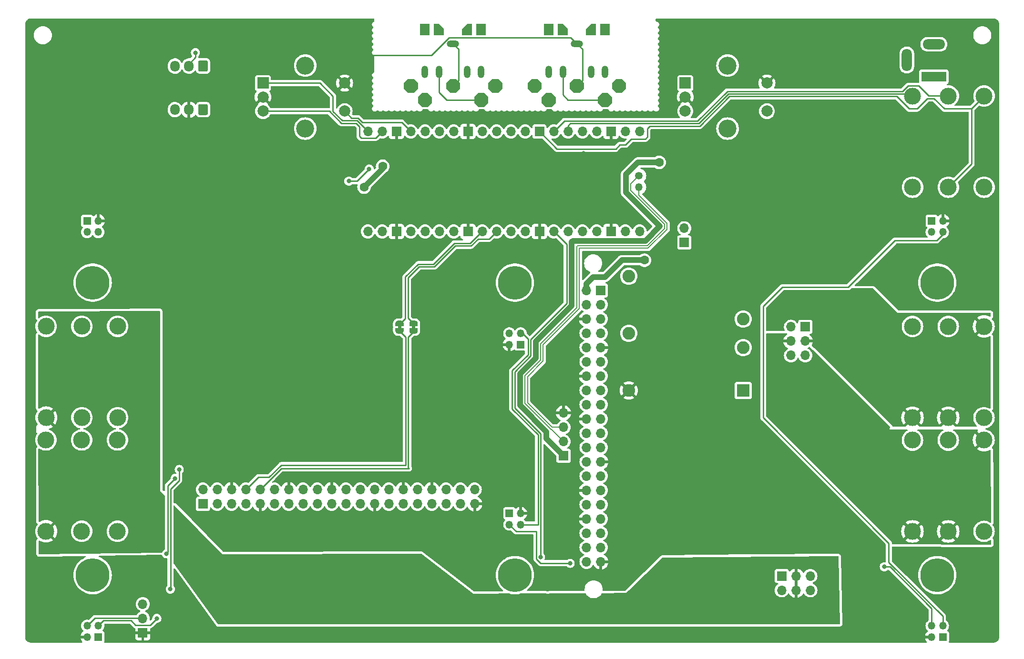
<source format=gbl>
G04 #@! TF.GenerationSoftware,KiCad,Pcbnew,7.0.7-7.0.7~ubuntu23.04.1*
G04 #@! TF.CreationDate,2023-10-12T22:00:08+00:00*
G04 #@! TF.ProjectId,pedalboard-hw,70656461-6c62-46f6-9172-642d68772e6b,3.0.0-RC1*
G04 #@! TF.SameCoordinates,Original*
G04 #@! TF.FileFunction,Copper,L2,Bot*
G04 #@! TF.FilePolarity,Positive*
%FSLAX46Y46*%
G04 Gerber Fmt 4.6, Leading zero omitted, Abs format (unit mm)*
G04 Created by KiCad (PCBNEW 7.0.7-7.0.7~ubuntu23.04.1) date 2023-10-12 22:00:08*
%MOMM*%
%LPD*%
G01*
G04 APERTURE LIST*
G04 #@! TA.AperFunction,ComponentPad*
%ADD10O,1.200000X2.200000*%
G04 #@! TD*
G04 #@! TA.AperFunction,ComponentPad*
%ADD11O,2.200000X1.200000*%
G04 #@! TD*
G04 #@! TA.AperFunction,ComponentPad*
%ADD12C,3.000000*%
G04 #@! TD*
G04 #@! TA.AperFunction,ComponentPad*
%ADD13R,4.400000X1.800000*%
G04 #@! TD*
G04 #@! TA.AperFunction,ComponentPad*
%ADD14O,4.000000X1.800000*%
G04 #@! TD*
G04 #@! TA.AperFunction,ComponentPad*
%ADD15O,1.800000X4.000000*%
G04 #@! TD*
G04 #@! TA.AperFunction,WasherPad*
%ADD16C,6.000000*%
G04 #@! TD*
G04 #@! TA.AperFunction,ComponentPad*
%ADD17R,1.350000X1.350000*%
G04 #@! TD*
G04 #@! TA.AperFunction,ComponentPad*
%ADD18O,1.350000X1.350000*%
G04 #@! TD*
G04 #@! TA.AperFunction,ComponentPad*
%ADD19R,2.250000X2.250000*%
G04 #@! TD*
G04 #@! TA.AperFunction,ComponentPad*
%ADD20C,2.250000*%
G04 #@! TD*
G04 #@! TA.AperFunction,ComponentPad*
%ADD21R,1.700000X1.700000*%
G04 #@! TD*
G04 #@! TA.AperFunction,ComponentPad*
%ADD22O,1.700000X1.700000*%
G04 #@! TD*
G04 #@! TA.AperFunction,ComponentPad*
%ADD23R,1.800000X2.000000*%
G04 #@! TD*
G04 #@! TA.AperFunction,ComponentPad*
%ADD24R,2.000000X2.000000*%
G04 #@! TD*
G04 #@! TA.AperFunction,ComponentPad*
%ADD25C,2.000000*%
G04 #@! TD*
G04 #@! TA.AperFunction,ComponentPad*
%ADD26C,3.200000*%
G04 #@! TD*
G04 #@! TA.AperFunction,ComponentPad*
%ADD27C,1.350000*%
G04 #@! TD*
G04 #@! TA.AperFunction,ComponentPad*
%ADD28O,1.700000X1.950000*%
G04 #@! TD*
G04 #@! TA.AperFunction,ViaPad*
%ADD29C,0.800000*%
G04 #@! TD*
G04 #@! TA.AperFunction,ViaPad*
%ADD30C,1.600000*%
G04 #@! TD*
G04 #@! TA.AperFunction,Conductor*
%ADD31C,0.250000*%
G04 #@! TD*
G04 #@! TA.AperFunction,Conductor*
%ADD32C,0.200000*%
G04 #@! TD*
G04 #@! TA.AperFunction,Conductor*
%ADD33C,1.000000*%
G04 #@! TD*
G04 APERTURE END LIST*
G04 #@! TA.AperFunction,EtchedComponent*
G36*
X67300000Y49850000D02*
G01*
X66700000Y49850000D01*
X66700000Y50350000D01*
X67300000Y50350000D01*
X67300000Y49850000D01*
G37*
G04 #@! TD.AperFunction*
G04 #@! TA.AperFunction,EtchedComponent*
G36*
X64800000Y49850000D02*
G01*
X64200000Y49850000D01*
X64200000Y50350000D01*
X64800000Y50350000D01*
X64800000Y49850000D01*
G37*
G04 #@! TD.AperFunction*
D10*
X101000000Y95500000D03*
X98500000Y95500000D03*
D11*
X96000000Y100500000D03*
D10*
X91000000Y95500000D03*
X93500000Y95500000D03*
D12*
X8050000Y13800000D03*
X8050000Y30030000D03*
X1700000Y13800000D03*
X1700000Y30030000D03*
X14400000Y13800000D03*
X14400000Y30030000D03*
D13*
X159400000Y94600000D03*
D14*
X159400000Y100400000D03*
D15*
X154600000Y97600000D03*
D16*
X10000000Y6000000D03*
D17*
X9000000Y69000000D03*
D18*
X11000000Y69000000D03*
X9000000Y67000000D03*
X11000000Y67000000D03*
D16*
X85000000Y58000000D03*
X10000000Y58000000D03*
D12*
X8085000Y34000000D03*
X8085000Y50230000D03*
X1735000Y34000000D03*
X1735000Y50230000D03*
X14435000Y34000000D03*
X14435000Y50230000D03*
D19*
X125530000Y38844251D03*
D20*
X125530000Y46464251D03*
X125530000Y51544251D03*
X105210000Y59164251D03*
X105210000Y49004251D03*
X105210000Y38844251D03*
D12*
X161950000Y30005000D03*
X161950000Y13775000D03*
X168300000Y30005000D03*
X168300000Y13775000D03*
X155600000Y30005000D03*
X155600000Y13775000D03*
D17*
X161000000Y-5000000D03*
D18*
X159000000Y-5000000D03*
X161000000Y-3000000D03*
X159000000Y-3000000D03*
D21*
X29590000Y18680000D03*
D22*
X29590000Y21220000D03*
X32130000Y18680000D03*
X32130000Y21220000D03*
X34670000Y18680000D03*
X34670000Y21220000D03*
X37210000Y18680000D03*
X37210000Y21220000D03*
X39750000Y18680000D03*
X39750000Y21220000D03*
X42290000Y18680000D03*
X42290000Y21220000D03*
X44830000Y18680000D03*
X44830000Y21220000D03*
X47370000Y18680000D03*
X47370000Y21220000D03*
X49910000Y18680000D03*
X49910000Y21220000D03*
X52450000Y18680000D03*
X52450000Y21220000D03*
X54990000Y18680000D03*
X54990000Y21220000D03*
X57530000Y18680000D03*
X57530000Y21220000D03*
X60070000Y18680000D03*
X60070000Y21220000D03*
X62610000Y18680000D03*
X62610000Y21220000D03*
X65150000Y18680000D03*
X65150000Y21220000D03*
X67690000Y18680000D03*
X67690000Y21220000D03*
X70230000Y18680000D03*
X70230000Y21220000D03*
X72770000Y18680000D03*
X72770000Y21220000D03*
X75310000Y18680000D03*
X75310000Y21220000D03*
X77850000Y18680000D03*
X77850000Y21220000D03*
D17*
X11000000Y-5000000D03*
D18*
X9000000Y-5000000D03*
X11000000Y-3000000D03*
X9000000Y-3000000D03*
D17*
X86000000Y47000000D03*
D18*
X84000000Y47000000D03*
X86000000Y49000000D03*
X84000000Y49000000D03*
D12*
X161965000Y91200000D03*
X161965000Y74970000D03*
X168315000Y91200000D03*
X168315000Y74970000D03*
X155615000Y91200000D03*
X155615000Y74970000D03*
G04 #@! TA.AperFunction,ComponentPad*
G36*
X89750000Y92482233D02*
G01*
X89017767Y91750000D01*
X87982233Y91750000D01*
X87250000Y92482233D01*
X87250000Y93517767D01*
X87982233Y94250000D01*
X89017767Y94250000D01*
X89750000Y93517767D01*
X89750000Y92482233D01*
G37*
G04 #@! TD.AperFunction*
G04 #@! TA.AperFunction,ComponentPad*
G36*
X96517767Y94250000D02*
G01*
X97250000Y93517767D01*
X97250000Y92482233D01*
X96517767Y91750000D01*
X95482233Y91750000D01*
X94750000Y92482233D01*
X94750000Y93517767D01*
X95482233Y94250000D01*
X96517767Y94250000D01*
G37*
G04 #@! TD.AperFunction*
G04 #@! TA.AperFunction,ComponentPad*
G36*
X104750000Y92482233D02*
G01*
X104017767Y91750000D01*
X102982233Y91750000D01*
X102250000Y92482233D01*
X102250000Y93517767D01*
X102982233Y94250000D01*
X104017767Y94250000D01*
X104750000Y93517767D01*
X104750000Y92482233D01*
G37*
G04 #@! TD.AperFunction*
G04 #@! TA.AperFunction,ComponentPad*
G36*
X92250000Y89982233D02*
G01*
X91517767Y89250000D01*
X90482233Y89250000D01*
X89750000Y89982233D01*
X89750000Y91017767D01*
X90482233Y91750000D01*
X91517767Y91750000D01*
X92250000Y91017767D01*
X92250000Y89982233D01*
G37*
G04 #@! TD.AperFunction*
G04 #@! TA.AperFunction,ComponentPad*
G36*
X102250000Y89982233D02*
G01*
X101517767Y89250000D01*
X100482233Y89250000D01*
X99750000Y89982233D01*
X99750000Y91017767D01*
X100482233Y91750000D01*
X101517767Y91750000D01*
X102250000Y91017767D01*
X102250000Y89982233D01*
G37*
G04 #@! TD.AperFunction*
G04 #@! TA.AperFunction,ComponentPad*
G36*
X99400000Y102000000D02*
G01*
X97600000Y102000000D01*
X97600000Y103100000D01*
X98500000Y104000000D01*
X99400000Y104000000D01*
X99400000Y102000000D01*
G37*
G04 #@! TD.AperFunction*
D23*
X101000000Y103000000D03*
X91000000Y103000000D03*
G04 #@! TA.AperFunction,ComponentPad*
G36*
X94400000Y102000000D02*
G01*
X92600000Y102000000D01*
X92600000Y104000000D01*
X93500000Y104000000D01*
X94400000Y103100000D01*
X94400000Y102000000D01*
G37*
G04 #@! TD.AperFunction*
D24*
X40250000Y93500000D03*
D25*
X40250000Y88500000D03*
X40250000Y91000000D03*
D26*
X47750000Y96600000D03*
X47750000Y85400000D03*
D25*
X54750000Y88500000D03*
X54750000Y93500000D03*
D17*
X159000000Y69000000D03*
D18*
X161000000Y69000000D03*
X159000000Y67000000D03*
X161000000Y67000000D03*
D16*
X160000000Y58000000D03*
D12*
X161950000Y50220000D03*
X161950000Y33990000D03*
X168300000Y50220000D03*
X168300000Y33990000D03*
X155600000Y50220000D03*
X155600000Y33990000D03*
D16*
X85000000Y6000000D03*
D17*
X84000000Y17000000D03*
D18*
X86000000Y17000000D03*
X84000000Y15000000D03*
X86000000Y15000000D03*
D16*
X160000000Y6000000D03*
D24*
X115250000Y93500000D03*
D25*
X115250000Y88500000D03*
X115250000Y91000000D03*
D26*
X122750000Y96600000D03*
X122750000Y85400000D03*
D25*
X129750000Y88500000D03*
X129750000Y93500000D03*
G04 #@! TA.AperFunction,ComponentPad*
G36*
X67755500Y92482233D02*
G01*
X67023267Y91750000D01*
X65987733Y91750000D01*
X65255500Y92482233D01*
X65255500Y93517767D01*
X65987733Y94250000D01*
X67023267Y94250000D01*
X67755500Y93517767D01*
X67755500Y92482233D01*
G37*
G04 #@! TD.AperFunction*
G04 #@! TA.AperFunction,ComponentPad*
G36*
X74523267Y94250000D02*
G01*
X75255500Y93517767D01*
X75255500Y92482233D01*
X74523267Y91750000D01*
X73487733Y91750000D01*
X72755500Y92482233D01*
X72755500Y93517767D01*
X73487733Y94250000D01*
X74523267Y94250000D01*
G37*
G04 #@! TD.AperFunction*
G04 #@! TA.AperFunction,ComponentPad*
G36*
X82755500Y92482233D02*
G01*
X82023267Y91750000D01*
X80987733Y91750000D01*
X80255500Y92482233D01*
X80255500Y93517767D01*
X80987733Y94250000D01*
X82023267Y94250000D01*
X82755500Y93517767D01*
X82755500Y92482233D01*
G37*
G04 #@! TD.AperFunction*
G04 #@! TA.AperFunction,ComponentPad*
G36*
X70255500Y89982233D02*
G01*
X69523267Y89250000D01*
X68487733Y89250000D01*
X67755500Y89982233D01*
X67755500Y91017767D01*
X68487733Y91750000D01*
X69523267Y91750000D01*
X70255500Y91017767D01*
X70255500Y89982233D01*
G37*
G04 #@! TD.AperFunction*
G04 #@! TA.AperFunction,ComponentPad*
G36*
X80255500Y89982233D02*
G01*
X79523267Y89250000D01*
X78487733Y89250000D01*
X77755500Y89982233D01*
X77755500Y91017767D01*
X78487733Y91750000D01*
X79523267Y91750000D01*
X80255500Y91017767D01*
X80255500Y89982233D01*
G37*
G04 #@! TD.AperFunction*
G04 #@! TA.AperFunction,ComponentPad*
G36*
X77405500Y102000000D02*
G01*
X75605500Y102000000D01*
X75605500Y103100000D01*
X76505500Y104000000D01*
X77405500Y104000000D01*
X77405500Y102000000D01*
G37*
G04 #@! TD.AperFunction*
D23*
X79005500Y103000000D03*
X69005500Y103000000D03*
G04 #@! TA.AperFunction,ComponentPad*
G36*
X72405500Y102000000D02*
G01*
X70605500Y102000000D01*
X70605500Y104000000D01*
X71505500Y104000000D01*
X72405500Y103100000D01*
X72405500Y102000000D01*
G37*
G04 #@! TD.AperFunction*
D10*
X79000000Y95500000D03*
X76500000Y95500000D03*
D11*
X74000000Y100500000D03*
D10*
X69000000Y95500000D03*
X71500000Y95500000D03*
D21*
X93625000Y27220000D03*
D22*
X93625000Y29760000D03*
X93625000Y32300000D03*
X93625000Y34840000D03*
D21*
X115075000Y65150000D03*
D22*
X115075000Y67690000D03*
D27*
X107000000Y77000000D03*
D18*
X107000000Y75000000D03*
G04 #@! TA.AperFunction,SMDPad,CuDef*
G36*
X67750000Y49950000D02*
G01*
X67750000Y49450000D01*
X67744911Y49450000D01*
X67744911Y49378843D01*
X67704816Y49242292D01*
X67627875Y49122570D01*
X67520320Y49029373D01*
X67390866Y48970254D01*
X67250000Y48950000D01*
X66750000Y48950000D01*
X66609134Y48970254D01*
X66479680Y49029373D01*
X66372125Y49122570D01*
X66295184Y49242292D01*
X66255089Y49378843D01*
X66255089Y49450000D01*
X66250000Y49450000D01*
X66250000Y49950000D01*
X67750000Y49950000D01*
G37*
G04 #@! TD.AperFunction*
G04 #@! TA.AperFunction,SMDPad,CuDef*
G36*
X66255089Y50750000D02*
G01*
X66255089Y50821157D01*
X66295184Y50957708D01*
X66372125Y51077430D01*
X66479680Y51170627D01*
X66609134Y51229746D01*
X66750000Y51250000D01*
X67250000Y51250000D01*
X67390866Y51229746D01*
X67520320Y51170627D01*
X67627875Y51077430D01*
X67704816Y50957708D01*
X67744911Y50821157D01*
X67744911Y50750000D01*
X67750000Y50750000D01*
X67750000Y50250000D01*
X66250000Y50250000D01*
X66250000Y50750000D01*
X66255089Y50750000D01*
G37*
G04 #@! TD.AperFunction*
D22*
X107130000Y67110000D03*
X104590000Y67110000D03*
D21*
X102050000Y67110000D03*
D22*
X99510000Y67110000D03*
X96970000Y67110000D03*
X94430000Y67110000D03*
X91890000Y67110000D03*
D21*
X89350000Y67110000D03*
D22*
X86810000Y67110000D03*
X84270000Y67110000D03*
X81730000Y67110000D03*
X79190000Y67110000D03*
D21*
X76650000Y67110000D03*
D22*
X74110000Y67110000D03*
X71570000Y67110000D03*
X69030000Y67110000D03*
X66490000Y67110000D03*
D21*
X63950000Y67110000D03*
D22*
X61410000Y67110000D03*
X58870000Y67110000D03*
X58870000Y84890000D03*
X61410000Y84890000D03*
D21*
X63950000Y84890000D03*
D22*
X66490000Y84890000D03*
X69030000Y84890000D03*
X71570000Y84890000D03*
X74110000Y84890000D03*
D21*
X76650000Y84890000D03*
D22*
X79190000Y84890000D03*
X81730000Y84890000D03*
X84270000Y84890000D03*
X86810000Y84890000D03*
D21*
X89350000Y84890000D03*
D22*
X91890000Y84890000D03*
X94430000Y84890000D03*
X96970000Y84890000D03*
X99510000Y84890000D03*
D21*
X102050000Y84890000D03*
D22*
X104590000Y84890000D03*
X107130000Y84890000D03*
G04 #@! TA.AperFunction,ComponentPad*
G36*
G01*
X30450000Y97250000D02*
X30450000Y95800000D01*
G75*
G02*
X30200000Y95550000I-250000J0D01*
G01*
X29000000Y95550000D01*
G75*
G02*
X28750000Y95800000I0J250000D01*
G01*
X28750000Y97250000D01*
G75*
G02*
X29000000Y97500000I250000J0D01*
G01*
X30200000Y97500000D01*
G75*
G02*
X30450000Y97250000I0J-250000D01*
G01*
G37*
G04 #@! TD.AperFunction*
D28*
X27100000Y96525000D03*
X24600000Y96525000D03*
G04 #@! TA.AperFunction,SMDPad,CuDef*
G36*
X65250000Y49950000D02*
G01*
X65250000Y49450000D01*
X65244911Y49450000D01*
X65244911Y49378843D01*
X65204816Y49242292D01*
X65127875Y49122570D01*
X65020320Y49029373D01*
X64890866Y48970254D01*
X64750000Y48950000D01*
X64250000Y48950000D01*
X64109134Y48970254D01*
X63979680Y49029373D01*
X63872125Y49122570D01*
X63795184Y49242292D01*
X63755089Y49378843D01*
X63755089Y49450000D01*
X63750000Y49450000D01*
X63750000Y49950000D01*
X65250000Y49950000D01*
G37*
G04 #@! TD.AperFunction*
G04 #@! TA.AperFunction,SMDPad,CuDef*
G36*
X63755089Y50750000D02*
G01*
X63755089Y50821157D01*
X63795184Y50957708D01*
X63872125Y51077430D01*
X63979680Y51170627D01*
X64109134Y51229746D01*
X64250000Y51250000D01*
X64750000Y51250000D01*
X64890866Y51229746D01*
X65020320Y51170627D01*
X65127875Y51077430D01*
X65204816Y50957708D01*
X65244911Y50821157D01*
X65244911Y50750000D01*
X65250000Y50750000D01*
X65250000Y50250000D01*
X63750000Y50250000D01*
X63750000Y50750000D01*
X63755089Y50750000D01*
G37*
G04 #@! TD.AperFunction*
D21*
X18900000Y-4225000D03*
D22*
X18900000Y-1685000D03*
X18900000Y855000D03*
D21*
X100250000Y56624400D03*
D22*
X97710000Y56624400D03*
X100250000Y54084400D03*
X97710000Y54084400D03*
X100250000Y51544400D03*
X97710000Y51544400D03*
X100250000Y49004400D03*
X97710000Y49004400D03*
X100250000Y46464400D03*
X97710000Y46464400D03*
X100250000Y43924400D03*
X97710000Y43924400D03*
X100250000Y41384400D03*
X97710000Y41384400D03*
X100250000Y38844400D03*
X97710000Y38844400D03*
X100250000Y36304400D03*
X97710000Y36304400D03*
X100250000Y33764400D03*
X97710000Y33764400D03*
X100250000Y31224400D03*
X97710000Y31224400D03*
X100250000Y28684400D03*
X97710000Y28684400D03*
X100250000Y26144400D03*
X97710000Y26144400D03*
X100250000Y23604400D03*
X97710000Y23604400D03*
X100250000Y21064400D03*
X97710000Y21064400D03*
X100250000Y18524400D03*
X97710000Y18524400D03*
X100250000Y15984400D03*
X97710000Y15984400D03*
X100250000Y13444400D03*
X97710000Y13444400D03*
X100250000Y10904400D03*
X97710000Y10904400D03*
X100250000Y8364400D03*
X97710000Y8364400D03*
D21*
X136555000Y50154400D03*
D22*
X134015000Y50154400D03*
X136555000Y47614400D03*
X134015000Y47614400D03*
X136555000Y45074400D03*
X134015000Y45074400D03*
D21*
X132380000Y5849400D03*
D22*
X132380000Y3309400D03*
X134920000Y5849400D03*
X134920000Y3309400D03*
X137460000Y5849400D03*
X137460000Y3309400D03*
G04 #@! TA.AperFunction,ComponentPad*
G36*
G01*
X30450000Y89500000D02*
X30450000Y88050000D01*
G75*
G02*
X30200000Y87800000I-250000J0D01*
G01*
X29000000Y87800000D01*
G75*
G02*
X28750000Y88050000I0J250000D01*
G01*
X28750000Y89500000D01*
G75*
G02*
X29000000Y89750000I250000J0D01*
G01*
X30200000Y89750000D01*
G75*
G02*
X30450000Y89500000I0J-250000D01*
G01*
G37*
G04 #@! TD.AperFunction*
D28*
X27100000Y88775000D03*
X24600000Y88775000D03*
D29*
X124000000Y75400000D03*
X126600000Y70000000D03*
X53000000Y78800000D03*
X124400000Y68500000D03*
X128800000Y68500000D03*
X49000000Y75400000D03*
X79200000Y3500000D03*
X129700000Y77600000D03*
X17000000Y2400000D03*
X111525000Y83875000D03*
X15800000Y55500000D03*
X26400000Y98900000D03*
X165800000Y55500000D03*
X72100000Y81000000D03*
X126600000Y67100000D03*
X47200000Y81000000D03*
X111500000Y82300000D03*
X4200000Y55500000D03*
X4200000Y3500000D03*
X154200000Y55600000D03*
X165800000Y3550000D03*
X129700000Y79900000D03*
X97200000Y81000000D03*
X74000000Y75400000D03*
X154200000Y3500000D03*
X122250000Y81000000D03*
X99000000Y75400000D03*
X90800000Y3500000D03*
X36550000Y91375000D03*
X79200000Y55400000D03*
X90800000Y55100000D03*
X55495707Y76054208D03*
X59112299Y78212299D03*
X23100000Y9800000D03*
X24651000Y23200000D03*
X89550000Y9200000D03*
X28249500Y98900000D03*
X158800000Y31200000D03*
D30*
X58200000Y75000000D03*
X108000000Y62000000D03*
X61500000Y78700000D03*
X110600000Y79400000D03*
D29*
X150587701Y7487701D03*
X94800000Y8100000D03*
X23800000Y3500000D03*
X25375500Y24800000D03*
X21400000Y-1700000D03*
D31*
X55855000Y98460000D02*
X70151852Y98460000D01*
X73274652Y101582800D02*
X94917200Y101582800D01*
X96975000Y93975000D02*
X96000000Y93000000D01*
X70151852Y98460000D02*
X73274652Y101582800D01*
X94917200Y101582800D02*
X96000000Y100500000D01*
X96000000Y100500000D02*
X96975000Y99525000D01*
X96975000Y99525000D02*
X96975000Y93975000D01*
X117437600Y86747600D02*
X122710000Y92020000D01*
X158455000Y91210000D02*
X161955000Y91210000D01*
X156655000Y93025000D02*
X158455000Y91225000D01*
X154859060Y93025000D02*
X156655000Y93025000D01*
X93747600Y86747600D02*
X117437600Y86747600D01*
X158455000Y91225000D02*
X158455000Y91210000D01*
X153854060Y92020000D02*
X154859060Y93025000D01*
X91890000Y84890000D02*
X93747600Y86747600D01*
X122710000Y92020000D02*
X153854060Y92020000D01*
X117810392Y85847600D02*
X123082792Y91120000D01*
X92440000Y81800000D02*
X102900000Y81800000D01*
X159420000Y90760000D02*
X161255000Y88925000D01*
X166107500Y79112500D02*
X161965000Y74970000D01*
X89350000Y84890000D02*
X92440000Y81800000D01*
X108959808Y85847600D02*
X117810392Y85847600D01*
X161255000Y88925000D02*
X166040000Y88925000D01*
X108538400Y85426192D02*
X108959808Y85847600D01*
X168315000Y91200000D02*
X166107500Y88992500D01*
X166107500Y88992500D02*
X166107500Y79112500D01*
X105678604Y83560000D02*
X108150000Y83560000D01*
X104618604Y82500000D02*
X105678604Y83560000D01*
X108150000Y83560000D02*
X108538400Y83948400D01*
X166040000Y88925000D02*
X166107500Y88992500D01*
X156420000Y88925000D02*
X158255000Y90760000D01*
X152785000Y91120000D02*
X154980000Y88925000D01*
X154980000Y88925000D02*
X156420000Y88925000D01*
X158255000Y90760000D02*
X159420000Y90760000D01*
X102900000Y81800000D02*
X103600000Y82500000D01*
X103600000Y82500000D02*
X104618604Y82500000D01*
X108538400Y83948400D02*
X108538400Y85426192D01*
X123082792Y91120000D02*
X152785000Y91120000D01*
X117623996Y86297600D02*
X122896396Y91570000D01*
X94430000Y85950000D02*
X94777600Y86297600D01*
X94777600Y86297600D02*
X117623996Y86297600D01*
X122896396Y91570000D02*
X155245000Y91570000D01*
X94430000Y84890000D02*
X94430000Y85950000D01*
X43466002Y25572398D02*
X41304602Y23410998D01*
X41304602Y23410998D02*
X39400998Y23410998D01*
X65600000Y48350000D02*
X65600000Y25572398D01*
X39400998Y23410998D02*
X37210000Y21220000D01*
X64500000Y49450000D02*
X65600000Y48350000D01*
X65600000Y25572398D02*
X43466002Y25572398D01*
X66200000Y24974800D02*
X66050000Y25124800D01*
X66050000Y48350000D02*
X67000000Y49300000D01*
X67000000Y49300000D02*
X67000000Y49450000D01*
X39750000Y21220000D02*
X43504800Y24974800D01*
X66050000Y25124800D02*
X66050000Y48350000D01*
X43504800Y24974800D02*
X66200000Y24974800D01*
X59112299Y78212299D02*
X56954208Y76054208D01*
X56954208Y76054208D02*
X55495707Y76054208D01*
D32*
X108512792Y64560000D02*
X111600000Y67647208D01*
X96000000Y53565686D02*
X96000000Y64444296D01*
X96115704Y64560000D02*
X108512792Y64560000D01*
X111600000Y67647208D02*
X111600000Y68392792D01*
X105590000Y74402792D02*
X105590000Y75590000D01*
X96000000Y64444296D02*
X96115704Y64560000D01*
X105590000Y75590000D02*
X107000000Y77000000D01*
X89595000Y47160686D02*
X96000000Y53565686D01*
X86784500Y41420186D02*
X89595000Y44230686D01*
X91458900Y31882800D02*
X86784500Y36557200D01*
X93625000Y29760000D02*
X91502200Y31882800D01*
X86784500Y36557200D02*
X86784500Y41420186D01*
X91502200Y31882800D02*
X91458900Y31882800D01*
X111600000Y68392792D02*
X105590000Y74402792D01*
X89595000Y44230686D02*
X89595000Y47160686D01*
D31*
X24651000Y23200000D02*
X23324500Y21873500D01*
X23324500Y21873500D02*
X23324500Y10024500D01*
X23324500Y10024500D02*
X23100000Y9800000D01*
X89550000Y31150000D02*
X89550000Y9200000D01*
X94175000Y64825000D02*
X94175000Y54321626D01*
X84959500Y42176126D02*
X84959500Y35740500D01*
X87770000Y47916626D02*
X87770000Y44986626D01*
X87770000Y44986626D02*
X84959500Y42176126D01*
X84959500Y35740500D02*
X89550000Y31150000D01*
X91890000Y67110000D02*
X94175000Y64825000D01*
X94175000Y54321626D02*
X87770000Y47916626D01*
X52675000Y91200000D02*
X52675000Y88475000D01*
X40250000Y93500000D02*
X50375000Y93500000D01*
X52675000Y88475000D02*
X54325000Y86825000D01*
X50375000Y93500000D02*
X52675000Y91200000D01*
X54325000Y86825000D02*
X56935000Y86825000D01*
X56935000Y86825000D02*
X58870000Y84890000D01*
X57399302Y85724302D02*
X57399302Y84010698D01*
X54138604Y86375000D02*
X56748604Y86375000D01*
X60235000Y83715000D02*
X61410000Y84890000D01*
X40250000Y88500000D02*
X52013604Y88500000D01*
X57399302Y84010698D02*
X57695000Y83715000D01*
X56748604Y86375000D02*
X57399302Y85724302D01*
X52013604Y88500000D02*
X54138604Y86375000D01*
X57695000Y83715000D02*
X60235000Y83715000D01*
X57896396Y86500000D02*
X57121396Y87275000D01*
X66490000Y84890000D02*
X64880000Y86500000D01*
X55975000Y87275000D02*
X54750000Y88500000D01*
X64880000Y86500000D02*
X57896396Y86500000D01*
X57121396Y87275000D02*
X55975000Y87275000D01*
X28249500Y98074500D02*
X28249500Y98900000D01*
X74000000Y100500000D02*
X74975000Y99525000D01*
X28249500Y98074500D02*
X26700000Y96525000D01*
X74975000Y99525000D02*
X74975000Y93969500D01*
X74975000Y93969500D02*
X74005500Y93000000D01*
X93500000Y91415000D02*
X94415000Y90500000D01*
X94415000Y90500000D02*
X101000000Y90500000D01*
X93500000Y95500000D02*
X93500000Y91415000D01*
X71500000Y95500000D02*
X71500000Y91815000D01*
X71500000Y91815000D02*
X72855000Y90460000D01*
X72895000Y90500000D02*
X79005500Y90500000D01*
X72855000Y90460000D02*
X72895000Y90500000D01*
D32*
X96400000Y53400000D02*
X96400000Y64110019D01*
X108628497Y64110019D02*
X112000000Y67481523D01*
X91607386Y32300000D02*
X87234500Y36672886D01*
X96400000Y64110019D02*
X108628497Y64110019D01*
X112000000Y68558478D02*
X107000000Y73558478D01*
X107000000Y73558478D02*
X107000000Y75000000D01*
X89995000Y44065000D02*
X89995000Y46995000D01*
X89995000Y46995000D02*
X96400000Y53400000D01*
X93625000Y32300000D02*
X91607386Y32300000D01*
X112000000Y67481523D02*
X112000000Y68558478D01*
X87234500Y36672886D02*
X87234500Y41304500D01*
X87234500Y41304500D02*
X89995000Y44065000D01*
D33*
X61500000Y78300000D02*
X58200000Y75000000D01*
X97710000Y56624400D02*
X97710000Y57826481D01*
X104000000Y62000000D02*
X108000000Y62000000D01*
X98883519Y59000000D02*
X101000000Y59000000D01*
X61500000Y78700000D02*
X61500000Y78300000D01*
X97710000Y57826481D02*
X98883519Y59000000D01*
X101000000Y59000000D02*
X104000000Y62000000D01*
X108140000Y65460000D02*
X110700000Y68020000D01*
X88695000Y44603478D02*
X88695000Y47533478D01*
X95275496Y65460000D02*
X108140000Y65460000D01*
X90602200Y30242800D02*
X90602200Y31466708D01*
X110700000Y68020000D02*
X104690000Y74030000D01*
X106840274Y79400000D02*
X110600000Y79400000D01*
X104690000Y77249727D02*
X106570137Y79129863D01*
X90602200Y31466708D02*
X85884500Y36184408D01*
X95100000Y53938478D02*
X95100000Y65284504D01*
X85884500Y41792978D02*
X88695000Y44603478D01*
X95100000Y65284504D02*
X95275496Y65460000D01*
X106570137Y79129863D02*
X106840274Y79400000D01*
X104690000Y74030000D02*
X104690000Y77249727D01*
X85884500Y36184408D02*
X85884500Y41792978D01*
X88695000Y47533478D02*
X95100000Y53938478D01*
X93625000Y27220000D02*
X90602200Y30242800D01*
D31*
X78436396Y65800000D02*
X77186396Y64550000D01*
X81730000Y67110000D02*
X80420000Y65800000D01*
X66000000Y51725000D02*
X66975000Y50750000D01*
X80420000Y65800000D02*
X78436396Y65800000D01*
X67986396Y60850000D02*
X66000000Y58863604D01*
X74386396Y64550000D02*
X70686396Y60850000D01*
X66000000Y58863604D02*
X66000000Y51725000D01*
X66975000Y50750000D02*
X67000000Y50750000D01*
X70686396Y60850000D02*
X67986396Y60850000D01*
X77186396Y64550000D02*
X74386396Y64550000D01*
X77000000Y65000000D02*
X79110000Y67110000D01*
X65550000Y59050000D02*
X67800000Y61300000D01*
X64600000Y50750000D02*
X64650000Y50750000D01*
X64650000Y50750000D02*
X65550000Y51650000D01*
X74200000Y65000000D02*
X77000000Y65000000D01*
X67800000Y61300000D02*
X70500000Y61300000D01*
X65550000Y51650000D02*
X65550000Y59050000D01*
X70500000Y61300000D02*
X74200000Y65000000D01*
X18590000Y-1650000D02*
X18900000Y-1960000D01*
X10350000Y-1650000D02*
X18590000Y-1650000D01*
X9000000Y-3000000D02*
X10350000Y-1650000D01*
X159900000Y65500000D02*
X161000000Y66600000D01*
X151400000Y8300000D02*
X151400000Y11700000D01*
X129100000Y53800000D02*
X132500000Y57200000D01*
X129100000Y34000000D02*
X129100000Y53800000D01*
X151400000Y11700000D02*
X129100000Y34000000D01*
X132500000Y57200000D02*
X144200000Y57200000D01*
X161000000Y-1300000D02*
X151400000Y8300000D01*
X161000000Y66600000D02*
X161000000Y67000000D01*
X144200000Y57200000D02*
X152500000Y65500000D01*
X152500000Y65500000D02*
X159900000Y65500000D01*
X161000000Y-3000000D02*
X161000000Y-1300000D01*
X88825000Y8899695D02*
X88825000Y13800000D01*
X94762299Y8137701D02*
X89586994Y8137701D01*
X94800000Y8100000D02*
X94762299Y8137701D01*
X150587701Y7487701D02*
X151575903Y7487701D01*
X151575903Y7487701D02*
X159000000Y63604D01*
X89586994Y8137701D02*
X88825000Y8899695D01*
X159000000Y63604D02*
X159000000Y-3000000D01*
X88825000Y13800000D02*
X85200000Y13800000D01*
X85200000Y13800000D02*
X84000000Y15000000D01*
X84509500Y42362522D02*
X84509500Y35554104D01*
X86300000Y49000000D02*
X87320000Y47980000D01*
X89100000Y30963604D02*
X89100000Y15000000D01*
X87320000Y45173022D02*
X84509500Y42362522D01*
X86000000Y49000000D02*
X86300000Y49000000D01*
X87320000Y47980000D02*
X87320000Y45173022D01*
X89100000Y15000000D02*
X86000000Y15000000D01*
X84509500Y35554104D02*
X89100000Y30963604D01*
X20200000Y-2900000D02*
X21400000Y-1700000D01*
X17600000Y-2900000D02*
X20200000Y-2900000D01*
X16800000Y-2100000D02*
X17600000Y-2900000D01*
X11000000Y-3000000D02*
X11900000Y-2100000D01*
X23825000Y21325000D02*
X23825000Y3525000D01*
X11900000Y-2100000D02*
X16800000Y-2100000D01*
X25375500Y24800000D02*
X25375500Y22875500D01*
X23825000Y3525000D02*
X23800000Y3500000D01*
X25375500Y22875500D02*
X23825000Y21325000D01*
G04 #@! TA.AperFunction,Conductor*
G36*
X135097512Y5349893D02*
G01*
X135150315Y5304138D01*
X135170000Y5237099D01*
X135170000Y3921702D01*
X135150315Y3854663D01*
X135097511Y3808908D01*
X135028355Y3798964D01*
X134955766Y3809400D01*
X134955763Y3809400D01*
X134884237Y3809400D01*
X134884233Y3809400D01*
X134811645Y3798964D01*
X134742487Y3808908D01*
X134689684Y3854664D01*
X134670000Y3921702D01*
X134670000Y5237099D01*
X134689685Y5304138D01*
X134742489Y5349893D01*
X134811647Y5359837D01*
X134884237Y5349400D01*
X134884238Y5349400D01*
X134955762Y5349400D01*
X134955763Y5349400D01*
X135028353Y5359837D01*
X135097512Y5349893D01*
G37*
G04 #@! TD.AperFunction*
G04 #@! TA.AperFunction,Conductor*
G36*
X24555703Y18376013D02*
G01*
X24563307Y18368840D01*
X33000000Y9708822D01*
X68271577Y9808626D01*
X68338671Y9789131D01*
X68347300Y9783089D01*
X77600000Y2700000D01*
X79085881Y2706868D01*
X79093097Y2706480D01*
X79176356Y2697099D01*
X79199998Y2694435D01*
X79200000Y2694435D01*
X79200002Y2694435D01*
X79224083Y2697149D01*
X79316638Y2707577D01*
X79323283Y2707965D01*
X80092438Y2711521D01*
X84035067Y2729744D01*
X84075227Y2723255D01*
X84088934Y2718636D01*
X84449052Y2639368D01*
X84815630Y2599500D01*
X84815636Y2599500D01*
X85184364Y2599500D01*
X85184370Y2599500D01*
X85550948Y2639368D01*
X85911066Y2718636D01*
X85951597Y2732293D01*
X85990614Y2738783D01*
X90470904Y2759492D01*
X90512427Y2752534D01*
X90620737Y2714634D01*
X90620743Y2714633D01*
X90620745Y2714632D01*
X90620746Y2714632D01*
X90620750Y2714631D01*
X90799996Y2694435D01*
X90800000Y2694435D01*
X90800004Y2694435D01*
X90979249Y2714631D01*
X90979250Y2714632D01*
X90979255Y2714632D01*
X91096375Y2755615D01*
X91136738Y2762569D01*
X97454618Y2791771D01*
X97521748Y2772396D01*
X97560918Y2732562D01*
X97681160Y2536347D01*
X97681161Y2536344D01*
X97681164Y2536341D01*
X97844776Y2344776D01*
X97988179Y2222298D01*
X98036343Y2181162D01*
X98036346Y2181161D01*
X98251140Y2049534D01*
X98483888Y1953127D01*
X98483889Y1953127D01*
X98728852Y1894317D01*
X98884950Y1882032D01*
X98917116Y1879500D01*
X98917118Y1879500D01*
X99042884Y1879500D01*
X99072518Y1881833D01*
X99231148Y1894317D01*
X99476111Y1953127D01*
X99708859Y2049534D01*
X99923659Y2181164D01*
X100115224Y2344776D01*
X100278836Y2536341D01*
X100407744Y2746701D01*
X100459554Y2793574D01*
X100512890Y2805907D01*
X104750000Y2825491D01*
X105245098Y3309400D01*
X131124723Y3309400D01*
X131143081Y3099556D01*
X131143793Y3091425D01*
X131143793Y3091421D01*
X131200422Y2880078D01*
X131200424Y2880074D01*
X131200425Y2880070D01*
X131243891Y2786857D01*
X131292897Y2681762D01*
X131317998Y2645914D01*
X131418402Y2502523D01*
X131573123Y2347802D01*
X131752361Y2222298D01*
X131950670Y2129825D01*
X132162023Y2073193D01*
X132344926Y2057192D01*
X132379998Y2054123D01*
X132380000Y2054123D01*
X132380002Y2054123D01*
X132408254Y2056595D01*
X132597977Y2073193D01*
X132809330Y2129825D01*
X133007639Y2222298D01*
X133186877Y2347802D01*
X133341598Y2502523D01*
X133467102Y2681761D01*
X133482726Y2715268D01*
X133528896Y2767705D01*
X133596090Y2786857D01*
X133662971Y2766642D01*
X133707489Y2715266D01*
X133746399Y2631822D01*
X133881894Y2438318D01*
X134048917Y2271295D01*
X134242421Y2135800D01*
X134456507Y2035971D01*
X134456516Y2035967D01*
X134670000Y1978766D01*
X134670000Y2697099D01*
X134689685Y2764138D01*
X134742489Y2809893D01*
X134811647Y2819837D01*
X134884237Y2809400D01*
X134884238Y2809400D01*
X134955762Y2809400D01*
X134955763Y2809400D01*
X135028353Y2819837D01*
X135097512Y2809893D01*
X135150315Y2764138D01*
X135170000Y2697099D01*
X135170000Y1978767D01*
X135383483Y2035967D01*
X135383492Y2035971D01*
X135597578Y2135800D01*
X135791082Y2271295D01*
X135958105Y2438318D01*
X136093598Y2631820D01*
X136132509Y2715265D01*
X136178681Y2767705D01*
X136245875Y2786857D01*
X136312756Y2766642D01*
X136357273Y2715267D01*
X136366988Y2694435D01*
X136372898Y2681761D01*
X136498402Y2502523D01*
X136653123Y2347802D01*
X136832361Y2222298D01*
X137030670Y2129825D01*
X137242023Y2073193D01*
X137424926Y2057192D01*
X137459998Y2054123D01*
X137460000Y2054123D01*
X137460002Y2054123D01*
X137488254Y2056595D01*
X137677977Y2073193D01*
X137889330Y2129825D01*
X138087639Y2222298D01*
X138266877Y2347802D01*
X138421598Y2502523D01*
X138547102Y2681761D01*
X138639575Y2880070D01*
X138696207Y3091423D01*
X138715277Y3309400D01*
X138714284Y3320745D01*
X138706960Y3404462D01*
X138696207Y3527377D01*
X138639575Y3738730D01*
X138547102Y3937038D01*
X138547100Y3937041D01*
X138547099Y3937043D01*
X138421599Y4116276D01*
X138357395Y4180480D01*
X138266877Y4270998D01*
X138087639Y4396502D01*
X138087640Y4396502D01*
X138087638Y4396503D01*
X137936416Y4467019D01*
X137883977Y4513192D01*
X137864825Y4580385D01*
X137885041Y4647266D01*
X137936414Y4691781D01*
X138087639Y4762298D01*
X138266877Y4887802D01*
X138421598Y5042523D01*
X138547102Y5221761D01*
X138639575Y5420070D01*
X138696207Y5631423D01*
X138715277Y5849400D01*
X138696207Y6067377D01*
X138639575Y6278730D01*
X138547102Y6477038D01*
X138547100Y6477041D01*
X138547099Y6477043D01*
X138421599Y6656276D01*
X138345130Y6732745D01*
X138266877Y6810998D01*
X138087639Y6936502D01*
X138087640Y6936502D01*
X138087638Y6936503D01*
X137988484Y6982739D01*
X137889330Y7028975D01*
X137889326Y7028976D01*
X137889322Y7028978D01*
X137677977Y7085607D01*
X137460002Y7104677D01*
X137459998Y7104677D01*
X137314681Y7091964D01*
X137242023Y7085607D01*
X137242020Y7085607D01*
X137030677Y7028978D01*
X137030670Y7028976D01*
X137030670Y7028975D01*
X137027391Y7027446D01*
X136832361Y6936502D01*
X136832357Y6936500D01*
X136653121Y6810998D01*
X136498402Y6656279D01*
X136372900Y6477043D01*
X136372897Y6477037D01*
X136357273Y6443532D01*
X136311099Y6391093D01*
X136243905Y6371943D01*
X136177025Y6392160D01*
X136132509Y6443535D01*
X136093598Y6526981D01*
X135958113Y6720474D01*
X135958108Y6720480D01*
X135791082Y6887506D01*
X135597578Y7023001D01*
X135383492Y7122830D01*
X135383486Y7122833D01*
X135170000Y7180036D01*
X135170000Y6461702D01*
X135150315Y6394663D01*
X135097511Y6348908D01*
X135028355Y6338964D01*
X134955766Y6349400D01*
X134955763Y6349400D01*
X134884237Y6349400D01*
X134884233Y6349400D01*
X134811645Y6338964D01*
X134742487Y6348908D01*
X134689684Y6394664D01*
X134670000Y6461702D01*
X134670000Y7180036D01*
X134669999Y7180036D01*
X134456513Y7122833D01*
X134456507Y7122830D01*
X134242422Y7023001D01*
X134242420Y7023000D01*
X134048926Y6887514D01*
X134048920Y6887509D01*
X133881891Y6720480D01*
X133881885Y6720473D01*
X133854256Y6681015D01*
X133799679Y6637392D01*
X133730180Y6630200D01*
X133667826Y6661724D01*
X133632413Y6721954D01*
X133630211Y6732731D01*
X133615646Y6824704D01*
X133558050Y6937742D01*
X133558046Y6937746D01*
X133558045Y6937748D01*
X133468347Y7027446D01*
X133468344Y7027448D01*
X133468342Y7027450D01*
X133391517Y7066595D01*
X133355301Y7085048D01*
X133261524Y7099900D01*
X131498482Y7099900D01*
X131419427Y7087379D01*
X131404696Y7085046D01*
X131291658Y7027450D01*
X131291657Y7027449D01*
X131291652Y7027446D01*
X131201954Y6937748D01*
X131201951Y6937743D01*
X131201950Y6937742D01*
X131182751Y6900063D01*
X131144352Y6824702D01*
X131129500Y6730925D01*
X131129500Y4967883D01*
X131138253Y4912621D01*
X131144354Y4874096D01*
X131201950Y4761058D01*
X131201952Y4761056D01*
X131201954Y4761053D01*
X131291652Y4671355D01*
X131291654Y4671354D01*
X131291658Y4671350D01*
X131379883Y4626397D01*
X131404698Y4613753D01*
X131498475Y4598901D01*
X131498481Y4598900D01*
X131648140Y4598901D01*
X131715177Y4579217D01*
X131760932Y4526413D01*
X131770876Y4457255D01*
X131741851Y4393699D01*
X131719262Y4373326D01*
X131573118Y4270995D01*
X131418402Y4116279D01*
X131292900Y3937043D01*
X131292898Y3937039D01*
X131200426Y3738732D01*
X131200422Y3738723D01*
X131143793Y3527380D01*
X131143793Y3527377D01*
X131141398Y3500000D01*
X131125716Y3320745D01*
X131124723Y3309400D01*
X105245098Y3309400D01*
X111194261Y9124120D01*
X111255961Y9156900D01*
X111279969Y9159436D01*
X142367589Y9399057D01*
X142434777Y9379890D01*
X142480938Y9327440D01*
X142492518Y9277612D01*
X142737396Y-2623449D01*
X142719094Y-2690879D01*
X142667243Y-2737711D01*
X142613422Y-2750000D01*
X32313235Y-2750000D01*
X32246196Y-2730315D01*
X32212867Y-2698816D01*
X24374132Y8105927D01*
X24350697Y8171749D01*
X24350500Y8178743D01*
X24350500Y18282300D01*
X24370185Y18349339D01*
X24422989Y18395094D01*
X24492147Y18405038D01*
X24555703Y18376013D01*
G37*
G04 #@! TD.AperFunction*
G04 #@! TA.AperFunction,Conductor*
G36*
X21942558Y52980050D02*
G01*
X21988556Y52927458D01*
X22000000Y52875427D01*
X22000000Y21000000D01*
X22763819Y20215962D01*
X22796500Y20154207D01*
X22799000Y20129434D01*
X22799000Y10624811D01*
X22779315Y10557772D01*
X22740973Y10519818D01*
X22597739Y10429818D01*
X22470184Y10302263D01*
X22374212Y10149525D01*
X22374211Y10149524D01*
X22347378Y10072839D01*
X22306656Y10016064D01*
X22241703Y9990317D01*
X22231983Y9989806D01*
X525355Y9701665D01*
X458060Y9720458D01*
X411608Y9772650D01*
X399709Y9825364D01*
X394604Y12030892D01*
X414134Y12097975D01*
X466832Y12143852D01*
X535967Y12153955D01*
X592915Y12130444D01*
X615960Y12113193D01*
X615961Y12113192D01*
X867042Y11976092D01*
X867041Y11976092D01*
X1135104Y11876110D01*
X1414637Y11815301D01*
X1699999Y11794891D01*
X1700001Y11794891D01*
X1985362Y11815301D01*
X2264895Y11876110D01*
X2532958Y11976092D01*
X2784047Y12113197D01*
X2926561Y12219884D01*
X2926562Y12219885D01*
X2099254Y13047193D01*
X2065769Y13108516D01*
X2070753Y13178208D01*
X2112625Y13234141D01*
X2116460Y13236900D01*
X2167595Y13272194D01*
X2274615Y13392995D01*
X2333801Y13430119D01*
X2403666Y13429351D01*
X2455108Y13398446D01*
X3280115Y12573438D01*
X3280116Y12573439D01*
X3386803Y12715953D01*
X3523908Y12967042D01*
X3623890Y13235105D01*
X3684699Y13514638D01*
X3705109Y13799999D01*
X6144645Y13799999D01*
X6164039Y13528840D01*
X6164040Y13528833D01*
X6220374Y13269869D01*
X6221825Y13263199D01*
X6279519Y13108516D01*
X6316830Y13008481D01*
X6447109Y12769893D01*
X6447110Y12769892D01*
X6447113Y12769887D01*
X6610029Y12552258D01*
X6610033Y12552254D01*
X6610038Y12552248D01*
X6802247Y12360039D01*
X6802253Y12360034D01*
X6802258Y12360029D01*
X7019887Y12197113D01*
X7019891Y12197111D01*
X7019892Y12197110D01*
X7258481Y12066831D01*
X7258480Y12066831D01*
X7258484Y12066830D01*
X7258487Y12066828D01*
X7513199Y11971825D01*
X7778840Y11914039D01*
X8030605Y11896033D01*
X8049999Y11894645D01*
X8050000Y11894645D01*
X8050001Y11894645D01*
X8068100Y11895940D01*
X8321160Y11914039D01*
X8586801Y11971825D01*
X8841513Y12066828D01*
X8841517Y12066831D01*
X8841519Y12066831D01*
X9065480Y12189123D01*
X9080113Y12197113D01*
X9297742Y12360029D01*
X9489971Y12552258D01*
X9652887Y12769887D01*
X9718029Y12889188D01*
X9783169Y13008481D01*
X9783169Y13008483D01*
X9783172Y13008487D01*
X9878175Y13263199D01*
X9935961Y13528840D01*
X9955355Y13799999D01*
X12494645Y13799999D01*
X12514039Y13528840D01*
X12514040Y13528833D01*
X12570374Y13269869D01*
X12571825Y13263199D01*
X12629519Y13108516D01*
X12666830Y13008481D01*
X12797109Y12769893D01*
X12797110Y12769892D01*
X12797113Y12769887D01*
X12960029Y12552258D01*
X12960033Y12552254D01*
X12960038Y12552248D01*
X13152247Y12360039D01*
X13152253Y12360034D01*
X13152258Y12360029D01*
X13369887Y12197113D01*
X13369891Y12197111D01*
X13369892Y12197110D01*
X13608481Y12066831D01*
X13608480Y12066831D01*
X13608484Y12066830D01*
X13608487Y12066828D01*
X13863199Y11971825D01*
X14128840Y11914039D01*
X14380604Y11896033D01*
X14399999Y11894645D01*
X14400000Y11894645D01*
X14400001Y11894645D01*
X14418100Y11895940D01*
X14671160Y11914039D01*
X14936801Y11971825D01*
X15191513Y12066828D01*
X15191517Y12066831D01*
X15191519Y12066831D01*
X15415480Y12189123D01*
X15430113Y12197113D01*
X15647742Y12360029D01*
X15839971Y12552258D01*
X16002887Y12769887D01*
X16068029Y12889187D01*
X16133169Y13008481D01*
X16133169Y13008483D01*
X16133172Y13008487D01*
X16228175Y13263199D01*
X16285961Y13528840D01*
X16305355Y13800000D01*
X16285961Y14071160D01*
X16228175Y14336801D01*
X16133172Y14591513D01*
X16133170Y14591516D01*
X16133169Y14591520D01*
X16002890Y14830108D01*
X16002889Y14830109D01*
X16002887Y14830113D01*
X15839971Y15047742D01*
X15839966Y15047747D01*
X15839961Y15047753D01*
X15647752Y15239962D01*
X15647746Y15239967D01*
X15647742Y15239971D01*
X15430113Y15402887D01*
X15430108Y15402890D01*
X15430107Y15402891D01*
X15191518Y15533170D01*
X15191519Y15533170D01*
X15132802Y15555070D01*
X14936801Y15628175D01*
X14936794Y15628177D01*
X14936793Y15628177D01*
X14671167Y15685960D01*
X14671160Y15685961D01*
X14400001Y15705355D01*
X14399999Y15705355D01*
X14128839Y15685961D01*
X14128832Y15685960D01*
X13863206Y15628177D01*
X13863202Y15628176D01*
X13863199Y15628175D01*
X13735842Y15580674D01*
X13608480Y15533170D01*
X13369892Y15402891D01*
X13369891Y15402890D01*
X13152259Y15239972D01*
X13152247Y15239962D01*
X12960038Y15047753D01*
X12960028Y15047741D01*
X12797110Y14830109D01*
X12797109Y14830108D01*
X12666830Y14591520D01*
X12652392Y14552809D01*
X12571825Y14336801D01*
X12571824Y14336798D01*
X12571823Y14336794D01*
X12514040Y14071168D01*
X12514039Y14071161D01*
X12494645Y13800002D01*
X12494645Y13799999D01*
X9955355Y13799999D01*
X9955355Y13800000D01*
X9935961Y14071160D01*
X9878175Y14336801D01*
X9783172Y14591513D01*
X9783170Y14591516D01*
X9783169Y14591520D01*
X9652890Y14830108D01*
X9652889Y14830109D01*
X9652887Y14830113D01*
X9489971Y15047742D01*
X9489966Y15047747D01*
X9489961Y15047753D01*
X9297752Y15239962D01*
X9297746Y15239967D01*
X9297742Y15239971D01*
X9080113Y15402887D01*
X9080108Y15402890D01*
X9080107Y15402891D01*
X8841518Y15533170D01*
X8841519Y15533170D01*
X8782802Y15555070D01*
X8586801Y15628175D01*
X8586794Y15628177D01*
X8586793Y15628177D01*
X8321167Y15685960D01*
X8321160Y15685961D01*
X8050001Y15705355D01*
X8049999Y15705355D01*
X7778839Y15685961D01*
X7778832Y15685960D01*
X7513206Y15628177D01*
X7513202Y15628176D01*
X7513199Y15628175D01*
X7385843Y15580674D01*
X7258480Y15533170D01*
X7019892Y15402891D01*
X7019891Y15402890D01*
X6802259Y15239972D01*
X6802247Y15239962D01*
X6610038Y15047753D01*
X6610028Y15047741D01*
X6447110Y14830109D01*
X6447109Y14830108D01*
X6316830Y14591520D01*
X6302392Y14552809D01*
X6221825Y14336801D01*
X6221824Y14336798D01*
X6221823Y14336794D01*
X6164040Y14071168D01*
X6164039Y14071161D01*
X6144645Y13800002D01*
X6144645Y13799999D01*
X3705109Y13799999D01*
X3705109Y13800002D01*
X3684699Y14085363D01*
X3623890Y14364896D01*
X3523908Y14632959D01*
X3386808Y14884039D01*
X3386807Y14884040D01*
X3280115Y15026564D01*
X2455108Y14201556D01*
X2393785Y14168071D01*
X2324093Y14173055D01*
X2274612Y14207010D01*
X2167599Y14327802D01*
X2167597Y14327804D01*
X2167595Y14327806D01*
X2162047Y14331635D01*
X2116495Y14363078D01*
X2072505Y14417361D01*
X2064845Y14486810D01*
X2095949Y14549375D01*
X2099254Y14552809D01*
X2926562Y15380117D01*
X2926561Y15380118D01*
X2784046Y15486804D01*
X2784038Y15486809D01*
X2532957Y15623909D01*
X2532958Y15623909D01*
X2264895Y15723891D01*
X1985362Y15784700D01*
X1700001Y15805109D01*
X1699999Y15805109D01*
X1414637Y15784700D01*
X1135104Y15723891D01*
X867041Y15623909D01*
X615961Y15486809D01*
X584739Y15463436D01*
X519274Y15439020D01*
X451001Y15453872D01*
X401596Y15503278D01*
X386429Y15562415D01*
X356681Y28413576D01*
X376210Y28480655D01*
X428908Y28526532D01*
X498043Y28536635D01*
X554989Y28513125D01*
X669887Y28427113D01*
X669891Y28427111D01*
X669892Y28427110D01*
X908481Y28296831D01*
X908480Y28296831D01*
X908484Y28296830D01*
X908487Y28296828D01*
X1163199Y28201825D01*
X1428840Y28144039D01*
X1680605Y28126033D01*
X1699999Y28124645D01*
X1700000Y28124645D01*
X1700001Y28124645D01*
X1718100Y28125940D01*
X1971160Y28144039D01*
X2236801Y28201825D01*
X2491513Y28296828D01*
X2491517Y28296831D01*
X2491519Y28296831D01*
X2676888Y28398050D01*
X2730113Y28427113D01*
X2947742Y28590029D01*
X3139971Y28782258D01*
X3302887Y28999887D01*
X3433172Y29238487D01*
X3528175Y29493199D01*
X3585961Y29758840D01*
X3605355Y30029999D01*
X6144645Y30029999D01*
X6164039Y29758840D01*
X6164040Y29758833D01*
X6166462Y29747701D01*
X6221825Y29493199D01*
X6289395Y29312038D01*
X6316830Y29238481D01*
X6447109Y28999893D01*
X6447110Y28999892D01*
X6447113Y28999887D01*
X6610029Y28782258D01*
X6610033Y28782254D01*
X6610038Y28782248D01*
X6802247Y28590039D01*
X6802253Y28590034D01*
X6802258Y28590029D01*
X7019887Y28427113D01*
X7019891Y28427111D01*
X7019892Y28427110D01*
X7258481Y28296831D01*
X7258480Y28296831D01*
X7258484Y28296830D01*
X7258487Y28296828D01*
X7513199Y28201825D01*
X7778840Y28144039D01*
X8030605Y28126033D01*
X8049999Y28124645D01*
X8050000Y28124645D01*
X8050001Y28124645D01*
X8068100Y28125940D01*
X8321160Y28144039D01*
X8586801Y28201825D01*
X8841513Y28296828D01*
X8841517Y28296831D01*
X8841519Y28296831D01*
X9026888Y28398050D01*
X9080113Y28427113D01*
X9297742Y28590029D01*
X9489971Y28782258D01*
X9652887Y28999887D01*
X9783172Y29238487D01*
X9878175Y29493199D01*
X9935961Y29758840D01*
X9955355Y30029999D01*
X12494645Y30029999D01*
X12514039Y29758840D01*
X12514040Y29758833D01*
X12516462Y29747701D01*
X12571825Y29493199D01*
X12639395Y29312038D01*
X12666830Y29238481D01*
X12797109Y28999893D01*
X12797110Y28999892D01*
X12797113Y28999887D01*
X12960029Y28782258D01*
X12960033Y28782254D01*
X12960038Y28782248D01*
X13152247Y28590039D01*
X13152253Y28590034D01*
X13152258Y28590029D01*
X13369887Y28427113D01*
X13369891Y28427111D01*
X13369892Y28427110D01*
X13608481Y28296831D01*
X13608480Y28296831D01*
X13608484Y28296830D01*
X13608487Y28296828D01*
X13863199Y28201825D01*
X14128840Y28144039D01*
X14380604Y28126033D01*
X14399999Y28124645D01*
X14400000Y28124645D01*
X14400001Y28124645D01*
X14418100Y28125940D01*
X14671160Y28144039D01*
X14936801Y28201825D01*
X15191513Y28296828D01*
X15191517Y28296831D01*
X15191519Y28296831D01*
X15376888Y28398050D01*
X15430113Y28427113D01*
X15647742Y28590029D01*
X15839971Y28782258D01*
X16002887Y28999887D01*
X16133172Y29238487D01*
X16228175Y29493199D01*
X16285961Y29758840D01*
X16305355Y30030000D01*
X16285961Y30301160D01*
X16228175Y30566801D01*
X16133172Y30821513D01*
X16133170Y30821516D01*
X16133169Y30821520D01*
X16002890Y31060108D01*
X16002889Y31060109D01*
X16002887Y31060113D01*
X15839971Y31277742D01*
X15839966Y31277747D01*
X15839961Y31277753D01*
X15647752Y31469962D01*
X15647746Y31469967D01*
X15647742Y31469971D01*
X15430113Y31632887D01*
X15430108Y31632890D01*
X15430107Y31632891D01*
X15191518Y31763170D01*
X15191519Y31763170D01*
X15094114Y31799500D01*
X14936801Y31858175D01*
X14936797Y31858176D01*
X14936794Y31858177D01*
X14790378Y31890028D01*
X14729055Y31923513D01*
X14695571Y31984836D01*
X14700555Y32054528D01*
X14742427Y32110461D01*
X14790378Y32132360D01*
X14971801Y32171825D01*
X15226513Y32266828D01*
X15226517Y32266831D01*
X15226519Y32266831D01*
X15395838Y32359286D01*
X15465113Y32397113D01*
X15682742Y32560029D01*
X15874971Y32752258D01*
X16037887Y32969887D01*
X16129007Y33136761D01*
X16168169Y33208481D01*
X16168169Y33208483D01*
X16168172Y33208487D01*
X16263175Y33463199D01*
X16320961Y33728840D01*
X16340355Y34000000D01*
X16339712Y34008984D01*
X16334276Y34084995D01*
X16320961Y34271160D01*
X16263175Y34536801D01*
X16168172Y34791513D01*
X16168170Y34791516D01*
X16168169Y34791520D01*
X16037890Y35030108D01*
X16037889Y35030109D01*
X16037887Y35030113D01*
X15874971Y35247742D01*
X15874966Y35247747D01*
X15874961Y35247753D01*
X15682752Y35439962D01*
X15682746Y35439967D01*
X15682742Y35439971D01*
X15465113Y35602887D01*
X15465108Y35602890D01*
X15465107Y35602891D01*
X15226518Y35733170D01*
X15226519Y35733170D01*
X15176920Y35751670D01*
X14971801Y35828175D01*
X14971794Y35828177D01*
X14971793Y35828177D01*
X14706167Y35885960D01*
X14706160Y35885961D01*
X14435001Y35905355D01*
X14434999Y35905355D01*
X14163839Y35885961D01*
X14163832Y35885960D01*
X13898206Y35828177D01*
X13898202Y35828176D01*
X13898199Y35828175D01*
X13826944Y35801598D01*
X13643480Y35733170D01*
X13404892Y35602891D01*
X13404891Y35602890D01*
X13187259Y35439972D01*
X13187247Y35439962D01*
X12995038Y35247753D01*
X12995028Y35247741D01*
X12832110Y35030109D01*
X12832109Y35030108D01*
X12701830Y34791520D01*
X12687392Y34752809D01*
X12606825Y34536801D01*
X12606824Y34536798D01*
X12606823Y34536794D01*
X12549040Y34271168D01*
X12549039Y34271161D01*
X12529645Y34000002D01*
X12529645Y33999999D01*
X12549039Y33728840D01*
X12549040Y33728833D01*
X12606823Y33463207D01*
X12606825Y33463199D01*
X12664519Y33308516D01*
X12701830Y33208481D01*
X12832109Y32969893D01*
X12832110Y32969892D01*
X12832113Y32969887D01*
X12995029Y32752258D01*
X12995033Y32752254D01*
X12995038Y32752248D01*
X13187247Y32560039D01*
X13187253Y32560034D01*
X13187258Y32560029D01*
X13404887Y32397113D01*
X13404891Y32397111D01*
X13404892Y32397110D01*
X13643481Y32266831D01*
X13643480Y32266831D01*
X13643484Y32266830D01*
X13643487Y32266828D01*
X13898199Y32171825D01*
X13978857Y32154280D01*
X14044620Y32139973D01*
X14105943Y32106488D01*
X14139428Y32045165D01*
X14134444Y31975474D01*
X14092573Y31919540D01*
X14044620Y31897641D01*
X13863206Y31858177D01*
X13863202Y31858176D01*
X13863199Y31858175D01*
X13735843Y31810674D01*
X13608480Y31763170D01*
X13369892Y31632891D01*
X13369891Y31632890D01*
X13152259Y31469972D01*
X13152247Y31469962D01*
X12960038Y31277753D01*
X12960028Y31277741D01*
X12797110Y31060109D01*
X12797109Y31060108D01*
X12666830Y30821520D01*
X12619326Y30694157D01*
X12571825Y30566801D01*
X12571824Y30566798D01*
X12571823Y30566794D01*
X12514040Y30301168D01*
X12514039Y30301161D01*
X12494645Y30030002D01*
X12494645Y30029999D01*
X9955355Y30029999D01*
X9955355Y30030000D01*
X9935961Y30301160D01*
X9878175Y30566801D01*
X9783172Y30821513D01*
X9783170Y30821516D01*
X9783169Y30821520D01*
X9652890Y31060108D01*
X9652889Y31060109D01*
X9652887Y31060113D01*
X9489971Y31277742D01*
X9489966Y31277747D01*
X9489961Y31277753D01*
X9297752Y31469962D01*
X9297746Y31469967D01*
X9297742Y31469971D01*
X9080113Y31632887D01*
X9080108Y31632890D01*
X9080107Y31632891D01*
X8841518Y31763170D01*
X8841519Y31763170D01*
X8744114Y31799500D01*
X8586801Y31858175D01*
X8586797Y31858176D01*
X8586794Y31858177D01*
X8440378Y31890028D01*
X8379055Y31923513D01*
X8345571Y31984836D01*
X8350555Y32054528D01*
X8392427Y32110461D01*
X8440378Y32132360D01*
X8621801Y32171825D01*
X8876513Y32266828D01*
X8876517Y32266831D01*
X8876519Y32266831D01*
X9045838Y32359286D01*
X9115113Y32397113D01*
X9332742Y32560029D01*
X9524971Y32752258D01*
X9687887Y32969887D01*
X9779007Y33136761D01*
X9818169Y33208481D01*
X9818169Y33208483D01*
X9818172Y33208487D01*
X9913175Y33463199D01*
X9970961Y33728840D01*
X9990355Y34000000D01*
X9989712Y34008984D01*
X9984276Y34084995D01*
X9970961Y34271160D01*
X9913175Y34536801D01*
X9818172Y34791513D01*
X9818170Y34791516D01*
X9818169Y34791520D01*
X9687890Y35030108D01*
X9687889Y35030109D01*
X9687887Y35030113D01*
X9524971Y35247742D01*
X9524966Y35247747D01*
X9524961Y35247753D01*
X9332752Y35439962D01*
X9332746Y35439967D01*
X9332742Y35439971D01*
X9115113Y35602887D01*
X9115108Y35602890D01*
X9115107Y35602891D01*
X8876518Y35733170D01*
X8876519Y35733170D01*
X8826920Y35751670D01*
X8621801Y35828175D01*
X8621794Y35828177D01*
X8621793Y35828177D01*
X8356167Y35885960D01*
X8356160Y35885961D01*
X8085001Y35905355D01*
X8084999Y35905355D01*
X7813839Y35885961D01*
X7813832Y35885960D01*
X7548206Y35828177D01*
X7548202Y35828176D01*
X7548199Y35828175D01*
X7476944Y35801598D01*
X7293480Y35733170D01*
X7054892Y35602891D01*
X7054891Y35602890D01*
X6837259Y35439972D01*
X6837247Y35439962D01*
X6645038Y35247753D01*
X6645028Y35247741D01*
X6482110Y35030109D01*
X6482109Y35030108D01*
X6351830Y34791520D01*
X6337392Y34752809D01*
X6256825Y34536801D01*
X6256824Y34536798D01*
X6256823Y34536794D01*
X6199040Y34271168D01*
X6199039Y34271161D01*
X6179645Y34000002D01*
X6179645Y33999999D01*
X6199039Y33728840D01*
X6199040Y33728833D01*
X6256823Y33463207D01*
X6256825Y33463199D01*
X6314519Y33308516D01*
X6351830Y33208481D01*
X6482109Y32969893D01*
X6482110Y32969892D01*
X6482113Y32969887D01*
X6645029Y32752258D01*
X6645033Y32752254D01*
X6645038Y32752248D01*
X6837247Y32560039D01*
X6837253Y32560034D01*
X6837258Y32560029D01*
X7054887Y32397113D01*
X7054891Y32397111D01*
X7054892Y32397110D01*
X7293481Y32266831D01*
X7293480Y32266831D01*
X7293484Y32266830D01*
X7293487Y32266828D01*
X7548199Y32171825D01*
X7628857Y32154280D01*
X7694620Y32139973D01*
X7755943Y32106488D01*
X7789428Y32045165D01*
X7784444Y31975474D01*
X7742573Y31919540D01*
X7694620Y31897641D01*
X7513206Y31858177D01*
X7513202Y31858176D01*
X7513199Y31858175D01*
X7385843Y31810674D01*
X7258480Y31763170D01*
X7019892Y31632891D01*
X7019891Y31632890D01*
X6802259Y31469972D01*
X6802247Y31469962D01*
X6610038Y31277753D01*
X6610028Y31277741D01*
X6447110Y31060109D01*
X6447109Y31060108D01*
X6316830Y30821520D01*
X6269326Y30694157D01*
X6221825Y30566801D01*
X6221824Y30566798D01*
X6221823Y30566794D01*
X6164040Y30301168D01*
X6164039Y30301161D01*
X6144645Y30030002D01*
X6144645Y30029999D01*
X3605355Y30029999D01*
X3605355Y30030000D01*
X3585961Y30301160D01*
X3528175Y30566801D01*
X3433172Y30821513D01*
X3433170Y30821516D01*
X3433169Y30821520D01*
X3302890Y31060108D01*
X3302889Y31060109D01*
X3302887Y31060113D01*
X3139971Y31277742D01*
X3139966Y31277747D01*
X3139961Y31277753D01*
X2947752Y31469962D01*
X2947746Y31469967D01*
X2947742Y31469971D01*
X2730113Y31632887D01*
X2730108Y31632890D01*
X2730107Y31632891D01*
X2491518Y31763170D01*
X2491519Y31763170D01*
X2394114Y31799500D01*
X2286662Y31839578D01*
X2230730Y31881449D01*
X2206313Y31946913D01*
X2221165Y32015186D01*
X2270570Y32064591D01*
X2295894Y32074013D01*
X2295645Y32074861D01*
X2299892Y32076109D01*
X2567958Y32176092D01*
X2819047Y32313197D01*
X2961561Y32419884D01*
X2961562Y32419885D01*
X2134254Y33247193D01*
X2100769Y33308516D01*
X2105753Y33378208D01*
X2147625Y33434141D01*
X2151460Y33436900D01*
X2202595Y33472194D01*
X2309615Y33592995D01*
X2368801Y33630119D01*
X2438666Y33629351D01*
X2490108Y33598446D01*
X3315115Y32773438D01*
X3315116Y32773439D01*
X3421803Y32915953D01*
X3558908Y33167042D01*
X3658890Y33435105D01*
X3719699Y33714638D01*
X3740109Y33999999D01*
X3740109Y34000002D01*
X3719699Y34285363D01*
X3658890Y34564896D01*
X3558908Y34832959D01*
X3421808Y35084039D01*
X3421807Y35084040D01*
X3315115Y35226564D01*
X2490108Y34401556D01*
X2428785Y34368071D01*
X2359093Y34373055D01*
X2309612Y34407010D01*
X2202599Y34527802D01*
X2202597Y34527804D01*
X2202595Y34527806D01*
X2197047Y34531635D01*
X2151495Y34563078D01*
X2107505Y34617361D01*
X2099845Y34686810D01*
X2130949Y34749375D01*
X2134254Y34752809D01*
X2961562Y35580117D01*
X2961561Y35580118D01*
X2819046Y35686804D01*
X2819038Y35686809D01*
X2567957Y35823909D01*
X2567958Y35823909D01*
X2299895Y35923891D01*
X2020362Y35984700D01*
X1735001Y36005109D01*
X1734999Y36005109D01*
X1449637Y35984700D01*
X1170104Y35923891D01*
X902041Y35823909D01*
X650961Y35686809D01*
X650953Y35686804D01*
X538120Y35602338D01*
X472656Y35577921D01*
X404383Y35592773D01*
X354978Y35642179D01*
X339811Y35701312D01*
X309780Y48674885D01*
X329309Y48741965D01*
X382007Y48787842D01*
X451142Y48797945D01*
X508089Y48774434D01*
X704884Y48627115D01*
X704892Y48627110D01*
X943481Y48496831D01*
X943480Y48496831D01*
X943484Y48496830D01*
X943487Y48496828D01*
X1198199Y48401825D01*
X1463840Y48344039D01*
X1715605Y48326033D01*
X1734999Y48324645D01*
X1735000Y48324645D01*
X1735001Y48324645D01*
X1753100Y48325940D01*
X2006160Y48344039D01*
X2271801Y48401825D01*
X2526513Y48496828D01*
X2526517Y48496831D01*
X2526519Y48496831D01*
X2669803Y48575070D01*
X2765113Y48627113D01*
X2982742Y48790029D01*
X3174971Y48982258D01*
X3337887Y49199887D01*
X3435204Y49378111D01*
X3468169Y49438481D01*
X3468169Y49438483D01*
X3468172Y49438487D01*
X3563175Y49693199D01*
X3620961Y49958840D01*
X3640355Y50229999D01*
X6179645Y50229999D01*
X6199039Y49958840D01*
X6199040Y49958833D01*
X6249892Y49725070D01*
X6256825Y49693199D01*
X6333330Y49488080D01*
X6351830Y49438481D01*
X6482109Y49199893D01*
X6482110Y49199892D01*
X6482113Y49199887D01*
X6645029Y48982258D01*
X6645033Y48982254D01*
X6645038Y48982248D01*
X6837247Y48790039D01*
X6837253Y48790034D01*
X6837258Y48790029D01*
X7054887Y48627113D01*
X7054891Y48627111D01*
X7054892Y48627110D01*
X7293481Y48496831D01*
X7293480Y48496831D01*
X7293484Y48496830D01*
X7293487Y48496828D01*
X7548199Y48401825D01*
X7813840Y48344039D01*
X8065605Y48326033D01*
X8084999Y48324645D01*
X8085000Y48324645D01*
X8085001Y48324645D01*
X8103100Y48325940D01*
X8356160Y48344039D01*
X8621801Y48401825D01*
X8876513Y48496828D01*
X8876517Y48496831D01*
X8876519Y48496831D01*
X9019803Y48575070D01*
X9115113Y48627113D01*
X9332742Y48790029D01*
X9524971Y48982258D01*
X9687887Y49199887D01*
X9785204Y49378111D01*
X9818169Y49438481D01*
X9818169Y49438483D01*
X9818172Y49438487D01*
X9913175Y49693199D01*
X9970961Y49958840D01*
X9990355Y50229999D01*
X12529645Y50229999D01*
X12549039Y49958840D01*
X12549040Y49958833D01*
X12599892Y49725070D01*
X12606825Y49693199D01*
X12683330Y49488080D01*
X12701830Y49438481D01*
X12832109Y49199893D01*
X12832110Y49199892D01*
X12832113Y49199887D01*
X12995029Y48982258D01*
X12995033Y48982254D01*
X12995038Y48982248D01*
X13187247Y48790039D01*
X13187253Y48790034D01*
X13187258Y48790029D01*
X13404887Y48627113D01*
X13404891Y48627111D01*
X13404892Y48627110D01*
X13643481Y48496831D01*
X13643480Y48496831D01*
X13643484Y48496830D01*
X13643487Y48496828D01*
X13898199Y48401825D01*
X14163840Y48344039D01*
X14415605Y48326033D01*
X14434999Y48324645D01*
X14435000Y48324645D01*
X14435001Y48324645D01*
X14453100Y48325940D01*
X14706160Y48344039D01*
X14971801Y48401825D01*
X15226513Y48496828D01*
X15226517Y48496831D01*
X15226519Y48496831D01*
X15369803Y48575070D01*
X15465113Y48627113D01*
X15682742Y48790029D01*
X15874971Y48982258D01*
X16037887Y49199887D01*
X16135204Y49378111D01*
X16168169Y49438481D01*
X16168169Y49438483D01*
X16168172Y49438487D01*
X16263175Y49693199D01*
X16320961Y49958840D01*
X16340355Y50230000D01*
X16320961Y50501160D01*
X16263175Y50766801D01*
X16168172Y51021513D01*
X16168170Y51021516D01*
X16168169Y51021520D01*
X16037890Y51260108D01*
X16037889Y51260109D01*
X16037887Y51260113D01*
X15874971Y51477742D01*
X15874966Y51477747D01*
X15874961Y51477753D01*
X15682752Y51669962D01*
X15682746Y51669967D01*
X15682742Y51669971D01*
X15465113Y51832887D01*
X15465108Y51832890D01*
X15465107Y51832891D01*
X15226518Y51963170D01*
X15226519Y51963170D01*
X15176920Y51981670D01*
X14971801Y52058175D01*
X14971794Y52058177D01*
X14971793Y52058177D01*
X14706167Y52115960D01*
X14706160Y52115961D01*
X14435001Y52135355D01*
X14434999Y52135355D01*
X14163839Y52115961D01*
X14163832Y52115960D01*
X13898206Y52058177D01*
X13898202Y52058176D01*
X13898199Y52058175D01*
X13788111Y52017114D01*
X13643480Y51963170D01*
X13404892Y51832891D01*
X13404891Y51832890D01*
X13187259Y51669972D01*
X13187247Y51669962D01*
X12995038Y51477753D01*
X12995028Y51477741D01*
X12832110Y51260109D01*
X12832109Y51260108D01*
X12701830Y51021520D01*
X12687214Y50982332D01*
X12606825Y50766801D01*
X12606824Y50766798D01*
X12606823Y50766794D01*
X12549040Y50501168D01*
X12549039Y50501161D01*
X12529645Y50230002D01*
X12529645Y50229999D01*
X9990355Y50229999D01*
X9990355Y50230000D01*
X9970961Y50501160D01*
X9913175Y50766801D01*
X9818172Y51021513D01*
X9818170Y51021516D01*
X9818169Y51021520D01*
X9687890Y51260108D01*
X9687889Y51260109D01*
X9687887Y51260113D01*
X9524971Y51477742D01*
X9524966Y51477747D01*
X9524961Y51477753D01*
X9332752Y51669962D01*
X9332746Y51669967D01*
X9332742Y51669971D01*
X9115113Y51832887D01*
X9115108Y51832890D01*
X9115107Y51832891D01*
X8876518Y51963170D01*
X8876519Y51963170D01*
X8826920Y51981670D01*
X8621801Y52058175D01*
X8621794Y52058177D01*
X8621793Y52058177D01*
X8356167Y52115960D01*
X8356160Y52115961D01*
X8085001Y52135355D01*
X8084999Y52135355D01*
X7813839Y52115961D01*
X7813832Y52115960D01*
X7548206Y52058177D01*
X7548202Y52058176D01*
X7548199Y52058175D01*
X7438111Y52017114D01*
X7293480Y51963170D01*
X7054892Y51832891D01*
X7054891Y51832890D01*
X6837259Y51669972D01*
X6837247Y51669962D01*
X6645038Y51477753D01*
X6645028Y51477741D01*
X6482110Y51260109D01*
X6482109Y51260108D01*
X6351830Y51021520D01*
X6337214Y50982332D01*
X6256825Y50766801D01*
X6256824Y50766798D01*
X6256823Y50766794D01*
X6199040Y50501168D01*
X6199039Y50501161D01*
X6179645Y50230002D01*
X6179645Y50229999D01*
X3640355Y50229999D01*
X3640355Y50230000D01*
X3620961Y50501160D01*
X3563175Y50766801D01*
X3468172Y51021513D01*
X3468170Y51021516D01*
X3468169Y51021520D01*
X3337890Y51260108D01*
X3337889Y51260109D01*
X3337887Y51260113D01*
X3174971Y51477742D01*
X3174966Y51477747D01*
X3174961Y51477753D01*
X2982752Y51669962D01*
X2982746Y51669967D01*
X2982742Y51669971D01*
X2765113Y51832887D01*
X2765108Y51832890D01*
X2765107Y51832891D01*
X2526518Y51963170D01*
X2526519Y51963170D01*
X2476920Y51981670D01*
X2271801Y52058175D01*
X2271794Y52058177D01*
X2271793Y52058177D01*
X2006167Y52115960D01*
X2006160Y52115961D01*
X1735001Y52135355D01*
X1734999Y52135355D01*
X1463839Y52115961D01*
X1463832Y52115960D01*
X1198206Y52058177D01*
X1198202Y52058176D01*
X1198199Y52058175D01*
X1088111Y52017114D01*
X943480Y51963170D01*
X704892Y51832891D01*
X704884Y51832886D01*
X500904Y51680188D01*
X435440Y51655771D01*
X367167Y51670623D01*
X317762Y51720028D01*
X302594Y51779166D01*
X300286Y52776287D01*
X319816Y52843370D01*
X372514Y52889247D01*
X423710Y52900571D01*
X21875429Y52999426D01*
X21942558Y52980050D01*
G37*
G04 #@! TD.AperFunction*
G04 #@! TA.AperFunction,Conductor*
G36*
X148601677Y56978315D02*
G01*
X148622318Y56961682D01*
X152916800Y52667200D01*
X169375797Y52667200D01*
X169442836Y52647515D01*
X169488591Y52594711D01*
X169499797Y52543152D01*
X169499606Y52052646D01*
X169479895Y51985614D01*
X169427074Y51939880D01*
X169357911Y51929963D01*
X169316179Y51943862D01*
X169132957Y52043909D01*
X169132958Y52043909D01*
X168864895Y52143891D01*
X168585362Y52204700D01*
X168300001Y52225109D01*
X168299999Y52225109D01*
X168014637Y52204700D01*
X167735104Y52143891D01*
X167467041Y52043909D01*
X167215961Y51906809D01*
X167215953Y51906804D01*
X167073436Y51800118D01*
X167073436Y51800117D01*
X167900745Y50972808D01*
X167934230Y50911485D01*
X167929246Y50841793D01*
X167887374Y50785860D01*
X167883504Y50783077D01*
X167832407Y50747808D01*
X167832404Y50747806D01*
X167725387Y50627008D01*
X167666197Y50589882D01*
X167596332Y50590650D01*
X167544891Y50621555D01*
X166719883Y51446564D01*
X166719882Y51446563D01*
X166613196Y51304047D01*
X166613191Y51304039D01*
X166476091Y51052959D01*
X166376109Y50784896D01*
X166315300Y50505363D01*
X166294891Y50220002D01*
X166294891Y50219999D01*
X166315300Y49934638D01*
X166376109Y49655105D01*
X166476091Y49387042D01*
X166613191Y49135962D01*
X166613196Y49135954D01*
X166719882Y48993439D01*
X166719883Y48993438D01*
X167544890Y49818446D01*
X167606213Y49851931D01*
X167675904Y49846947D01*
X167725386Y49812993D01*
X167832404Y49692195D01*
X167832406Y49692193D01*
X167883503Y49656924D01*
X167927493Y49602642D01*
X167935153Y49533193D01*
X167904050Y49470628D01*
X167900744Y49467193D01*
X167073436Y48639886D01*
X167073436Y48639885D01*
X167215960Y48533193D01*
X167215961Y48533192D01*
X167467042Y48396092D01*
X167467041Y48396092D01*
X167735104Y48296110D01*
X168014637Y48235301D01*
X168299999Y48214891D01*
X168300001Y48214891D01*
X168585362Y48235301D01*
X168864895Y48296110D01*
X169132958Y48396092D01*
X169314762Y48495364D01*
X169383035Y48510216D01*
X169448500Y48485799D01*
X169490371Y48429865D01*
X169498189Y48386484D01*
X169493286Y35712731D01*
X169473575Y35645699D01*
X169420754Y35599965D01*
X169351591Y35590048D01*
X169309859Y35603947D01*
X169091518Y35723170D01*
X169091519Y35723170D01*
X169041920Y35741670D01*
X168836801Y35818175D01*
X168836794Y35818177D01*
X168836793Y35818177D01*
X168571167Y35875960D01*
X168571160Y35875961D01*
X168300001Y35895355D01*
X168299999Y35895355D01*
X168028839Y35875961D01*
X168028832Y35875960D01*
X167763206Y35818177D01*
X167763202Y35818176D01*
X167763199Y35818175D01*
X167635842Y35770674D01*
X167508480Y35723170D01*
X167269892Y35592891D01*
X167269891Y35592890D01*
X167052259Y35429972D01*
X167052247Y35429962D01*
X166860038Y35237753D01*
X166860028Y35237741D01*
X166697110Y35020109D01*
X166697109Y35020108D01*
X166566830Y34781520D01*
X166551111Y34739375D01*
X166471825Y34526801D01*
X166471824Y34526798D01*
X166471823Y34526794D01*
X166414040Y34261168D01*
X166414039Y34261161D01*
X166394645Y33990002D01*
X166394645Y33989999D01*
X166414039Y33718840D01*
X166414040Y33718833D01*
X166471823Y33453207D01*
X166471825Y33453199D01*
X166527775Y33303193D01*
X166566830Y33198481D01*
X166697109Y32959893D01*
X166697110Y32959892D01*
X166697113Y32959887D01*
X166860029Y32742258D01*
X166860033Y32742254D01*
X166860038Y32742248D01*
X167005605Y32596681D01*
X167039090Y32535358D01*
X167034106Y32465666D01*
X166992234Y32409733D01*
X166926770Y32385316D01*
X166917924Y32385000D01*
X163252809Y32385000D01*
X163185770Y32404685D01*
X163165128Y32421319D01*
X162349254Y33237193D01*
X162315769Y33298516D01*
X162320753Y33368208D01*
X162362625Y33424141D01*
X162366460Y33426900D01*
X162417595Y33462194D01*
X162524615Y33582995D01*
X162583801Y33620119D01*
X162653666Y33619351D01*
X162705108Y33588446D01*
X163530115Y32763438D01*
X163530116Y32763439D01*
X163636803Y32905953D01*
X163773908Y33157042D01*
X163873890Y33425105D01*
X163934699Y33704638D01*
X163955109Y33989999D01*
X163955109Y33990002D01*
X163934699Y34275363D01*
X163873890Y34554896D01*
X163773908Y34822959D01*
X163636808Y35074039D01*
X163636807Y35074040D01*
X163530115Y35216564D01*
X162705108Y34391556D01*
X162643785Y34358071D01*
X162574093Y34363055D01*
X162524612Y34397010D01*
X162417599Y34517802D01*
X162417597Y34517804D01*
X162417595Y34517806D01*
X162412047Y34521635D01*
X162366495Y34553078D01*
X162322505Y34607361D01*
X162314845Y34676810D01*
X162345949Y34739375D01*
X162349254Y34742809D01*
X163176562Y35570117D01*
X163176561Y35570118D01*
X163034046Y35676804D01*
X163034038Y35676809D01*
X162782957Y35813909D01*
X162782958Y35813909D01*
X162514895Y35913891D01*
X162235362Y35974700D01*
X161950001Y35995109D01*
X161949999Y35995109D01*
X161664637Y35974700D01*
X161385104Y35913891D01*
X161117041Y35813909D01*
X160865961Y35676809D01*
X160865953Y35676804D01*
X160723436Y35570118D01*
X160723436Y35570117D01*
X161550745Y34742808D01*
X161584230Y34681485D01*
X161579246Y34611793D01*
X161537374Y34555860D01*
X161533504Y34553077D01*
X161482407Y34517808D01*
X161482404Y34517806D01*
X161375387Y34397008D01*
X161316197Y34359882D01*
X161246332Y34360650D01*
X161194891Y34391555D01*
X160369883Y35216564D01*
X160369882Y35216563D01*
X160263196Y35074047D01*
X160263191Y35074039D01*
X160126091Y34822959D01*
X160026109Y34554896D01*
X159965300Y34275363D01*
X159944891Y33990002D01*
X159944891Y33989999D01*
X159965300Y33704638D01*
X160026109Y33425105D01*
X160126091Y33157042D01*
X160263191Y32905962D01*
X160263196Y32905954D01*
X160369882Y32763439D01*
X160369883Y32763438D01*
X161194890Y33588446D01*
X161256213Y33621931D01*
X161325904Y33616947D01*
X161375386Y33582993D01*
X161482404Y33462195D01*
X161482406Y33462193D01*
X161527869Y33430813D01*
X161533501Y33426925D01*
X161533503Y33426924D01*
X161577493Y33372642D01*
X161585153Y33303193D01*
X161554050Y33240628D01*
X161550744Y33237193D01*
X160734871Y32421319D01*
X160673548Y32387834D01*
X160647190Y32385000D01*
X156902809Y32385000D01*
X156835770Y32404685D01*
X156815128Y32421319D01*
X155999254Y33237193D01*
X155965769Y33298516D01*
X155970753Y33368208D01*
X156012625Y33424141D01*
X156016460Y33426900D01*
X156067595Y33462194D01*
X156174615Y33582995D01*
X156233801Y33620119D01*
X156303666Y33619351D01*
X156355108Y33588446D01*
X157180115Y32763438D01*
X157180116Y32763439D01*
X157286803Y32905953D01*
X157423908Y33157042D01*
X157523890Y33425105D01*
X157584699Y33704638D01*
X157605109Y33989999D01*
X157605109Y33990002D01*
X157584699Y34275363D01*
X157523890Y34554896D01*
X157423908Y34822959D01*
X157286808Y35074039D01*
X157286807Y35074040D01*
X157180115Y35216564D01*
X156355108Y34391556D01*
X156293785Y34358071D01*
X156224093Y34363055D01*
X156174612Y34397010D01*
X156067599Y34517802D01*
X156067597Y34517804D01*
X156067595Y34517806D01*
X156062047Y34521635D01*
X156016495Y34553078D01*
X155972505Y34607361D01*
X155964845Y34676810D01*
X155995949Y34739375D01*
X155999254Y34742809D01*
X156826562Y35570117D01*
X156826561Y35570118D01*
X156684046Y35676804D01*
X156684038Y35676809D01*
X156432957Y35813909D01*
X156432958Y35813909D01*
X156164895Y35913891D01*
X155885362Y35974700D01*
X155600001Y35995109D01*
X155599999Y35995109D01*
X155314637Y35974700D01*
X155035104Y35913891D01*
X154767041Y35813909D01*
X154515961Y35676809D01*
X154515953Y35676804D01*
X154373436Y35570118D01*
X154373436Y35570117D01*
X155200745Y34742808D01*
X155234230Y34681485D01*
X155229246Y34611793D01*
X155187374Y34555860D01*
X155183504Y34553077D01*
X155132407Y34517808D01*
X155132404Y34517806D01*
X155025387Y34397008D01*
X154966197Y34359882D01*
X154896332Y34360650D01*
X154844891Y34391555D01*
X154019883Y35216564D01*
X154019882Y35216563D01*
X153913196Y35074047D01*
X153913191Y35074039D01*
X153776091Y34822959D01*
X153676109Y34554896D01*
X153615300Y34275363D01*
X153594891Y33990002D01*
X153594891Y33989999D01*
X153615300Y33704638D01*
X153676109Y33425105D01*
X153776091Y33157042D01*
X153913191Y32905962D01*
X153913196Y32905954D01*
X154019882Y32763439D01*
X154019883Y32763438D01*
X154844890Y33588446D01*
X154906213Y33621931D01*
X154975904Y33616947D01*
X155025386Y33582993D01*
X155132404Y33462195D01*
X155132406Y33462193D01*
X155177869Y33430813D01*
X155183501Y33426925D01*
X155183503Y33426924D01*
X155227493Y33372642D01*
X155235153Y33303193D01*
X155204050Y33240628D01*
X155200744Y33237193D01*
X154384871Y32421319D01*
X154323548Y32387834D01*
X154297190Y32385000D01*
X152157345Y32385000D01*
X152090306Y32404685D01*
X152044551Y32457489D01*
X152040720Y32466876D01*
X152001892Y32574432D01*
X151968179Y32635629D01*
X151898664Y32727770D01*
X138091504Y46432000D01*
X137749971Y46799701D01*
X137718772Y46862214D01*
X137726323Y46931675D01*
X137728446Y46936492D01*
X137828429Y47150908D01*
X137828432Y47150914D01*
X137885636Y47364400D01*
X137168347Y47364400D01*
X137101308Y47384085D01*
X137055553Y47436889D01*
X137045609Y47506047D01*
X137049369Y47523333D01*
X137055000Y47542512D01*
X137055000Y47686289D01*
X137049369Y47705467D01*
X137049370Y47775336D01*
X137087145Y47834114D01*
X137150701Y47863138D01*
X137168347Y47864400D01*
X137885636Y47864400D01*
X137885635Y47864401D01*
X137828432Y48077887D01*
X137828429Y48077893D01*
X137728600Y48291978D01*
X137728599Y48291980D01*
X137593113Y48485474D01*
X137593108Y48485480D01*
X137426080Y48652508D01*
X137386614Y48680143D01*
X137342990Y48734721D01*
X137335798Y48804219D01*
X137367321Y48866574D01*
X137427552Y48901986D01*
X137438321Y48904187D01*
X137530304Y48918754D01*
X137643342Y48976350D01*
X137733050Y49066058D01*
X137790646Y49179096D01*
X137790646Y49179098D01*
X137790647Y49179099D01*
X137805499Y49272876D01*
X137805500Y49272881D01*
X137805499Y50219999D01*
X153694645Y50219999D01*
X153714039Y49948840D01*
X153714040Y49948833D01*
X153762717Y49725069D01*
X153771825Y49683199D01*
X153827775Y49533193D01*
X153866830Y49428481D01*
X153997109Y49189893D01*
X153997110Y49189892D01*
X153997113Y49189887D01*
X154160029Y48972258D01*
X154160033Y48972254D01*
X154160038Y48972248D01*
X154352247Y48780039D01*
X154352253Y48780034D01*
X154352258Y48780029D01*
X154569887Y48617113D01*
X154569891Y48617111D01*
X154569892Y48617110D01*
X154808481Y48486831D01*
X154808480Y48486831D01*
X154808484Y48486830D01*
X154808487Y48486828D01*
X155063199Y48391825D01*
X155328840Y48334039D01*
X155580604Y48316033D01*
X155599999Y48314645D01*
X155600000Y48314645D01*
X155600001Y48314645D01*
X155618100Y48315940D01*
X155871160Y48334039D01*
X156136801Y48391825D01*
X156391513Y48486828D01*
X156391517Y48486831D01*
X156391519Y48486831D01*
X156510813Y48551971D01*
X156630113Y48617113D01*
X156847742Y48780029D01*
X157039971Y48972258D01*
X157202887Y49189887D01*
X157300902Y49369389D01*
X157333169Y49428481D01*
X157333169Y49428483D01*
X157333172Y49428487D01*
X157428175Y49683199D01*
X157485961Y49948840D01*
X157505355Y50219999D01*
X160044645Y50219999D01*
X160064039Y49948840D01*
X160064040Y49948833D01*
X160112717Y49725069D01*
X160121825Y49683199D01*
X160177775Y49533193D01*
X160216830Y49428481D01*
X160347109Y49189893D01*
X160347110Y49189892D01*
X160347113Y49189887D01*
X160510029Y48972258D01*
X160510033Y48972254D01*
X160510038Y48972248D01*
X160702247Y48780039D01*
X160702253Y48780034D01*
X160702258Y48780029D01*
X160919887Y48617113D01*
X160919891Y48617111D01*
X160919892Y48617110D01*
X161158481Y48486831D01*
X161158480Y48486831D01*
X161158484Y48486830D01*
X161158487Y48486828D01*
X161413199Y48391825D01*
X161678840Y48334039D01*
X161930604Y48316033D01*
X161949999Y48314645D01*
X161950000Y48314645D01*
X161950001Y48314645D01*
X161968100Y48315940D01*
X162221160Y48334039D01*
X162486801Y48391825D01*
X162741513Y48486828D01*
X162741517Y48486831D01*
X162741519Y48486831D01*
X162860813Y48551971D01*
X162980113Y48617113D01*
X163197742Y48780029D01*
X163389971Y48972258D01*
X163552887Y49189887D01*
X163650902Y49369389D01*
X163683169Y49428481D01*
X163683169Y49428483D01*
X163683172Y49428487D01*
X163778175Y49683199D01*
X163835961Y49948840D01*
X163855355Y50220000D01*
X163835961Y50491160D01*
X163778175Y50756801D01*
X163683172Y51011513D01*
X163683170Y51011516D01*
X163683169Y51011520D01*
X163552890Y51250108D01*
X163552889Y51250109D01*
X163552887Y51250113D01*
X163389971Y51467742D01*
X163389966Y51467747D01*
X163389961Y51467753D01*
X163197752Y51659962D01*
X163197746Y51659967D01*
X163197742Y51659971D01*
X162980113Y51822887D01*
X162980108Y51822890D01*
X162980107Y51822891D01*
X162741518Y51953170D01*
X162741519Y51953170D01*
X162691920Y51971670D01*
X162486801Y52048175D01*
X162486794Y52048177D01*
X162486793Y52048177D01*
X162221167Y52105960D01*
X162221160Y52105961D01*
X161950001Y52125355D01*
X161949999Y52125355D01*
X161678839Y52105961D01*
X161678832Y52105960D01*
X161413206Y52048177D01*
X161413202Y52048176D01*
X161413199Y52048175D01*
X161285843Y52000674D01*
X161158480Y51953170D01*
X160919892Y51822891D01*
X160919891Y51822890D01*
X160702259Y51659972D01*
X160702247Y51659962D01*
X160510038Y51467753D01*
X160510028Y51467741D01*
X160347110Y51250109D01*
X160347109Y51250108D01*
X160216830Y51011520D01*
X160182695Y50920000D01*
X160121825Y50756801D01*
X160121824Y50756798D01*
X160121823Y50756794D01*
X160064040Y50491168D01*
X160064039Y50491161D01*
X160044645Y50220002D01*
X160044645Y50219999D01*
X157505355Y50219999D01*
X157505355Y50220000D01*
X157485961Y50491160D01*
X157428175Y50756801D01*
X157333172Y51011513D01*
X157333170Y51011516D01*
X157333169Y51011520D01*
X157202890Y51250108D01*
X157202889Y51250109D01*
X157202887Y51250113D01*
X157039971Y51467742D01*
X157039966Y51467747D01*
X157039961Y51467753D01*
X156847752Y51659962D01*
X156847746Y51659967D01*
X156847742Y51659971D01*
X156630113Y51822887D01*
X156630108Y51822890D01*
X156630107Y51822891D01*
X156391518Y51953170D01*
X156391519Y51953170D01*
X156341920Y51971670D01*
X156136801Y52048175D01*
X156136794Y52048177D01*
X156136793Y52048177D01*
X155871167Y52105960D01*
X155871160Y52105961D01*
X155600001Y52125355D01*
X155599999Y52125355D01*
X155328839Y52105961D01*
X155328832Y52105960D01*
X155063206Y52048177D01*
X155063202Y52048176D01*
X155063199Y52048175D01*
X154935842Y52000674D01*
X154808480Y51953170D01*
X154569892Y51822891D01*
X154569891Y51822890D01*
X154352259Y51659972D01*
X154352247Y51659962D01*
X154160038Y51467753D01*
X154160028Y51467741D01*
X153997110Y51250109D01*
X153997109Y51250108D01*
X153866830Y51011520D01*
X153832695Y50920000D01*
X153771825Y50756801D01*
X153771824Y50756798D01*
X153771823Y50756794D01*
X153714040Y50491168D01*
X153714039Y50491161D01*
X153694645Y50220002D01*
X153694645Y50219999D01*
X137805499Y50219999D01*
X137805499Y51035918D01*
X137790646Y51129704D01*
X137733050Y51242742D01*
X137733046Y51242746D01*
X137733045Y51242748D01*
X137643347Y51332446D01*
X137643344Y51332448D01*
X137643342Y51332450D01*
X137566517Y51371595D01*
X137530301Y51390048D01*
X137436524Y51404900D01*
X135673482Y51404900D01*
X135592519Y51392077D01*
X135579696Y51390046D01*
X135466658Y51332450D01*
X135466657Y51332450D01*
X135466657Y51332449D01*
X135466652Y51332446D01*
X135376954Y51242748D01*
X135376951Y51242743D01*
X135376950Y51242742D01*
X135357751Y51205063D01*
X135319352Y51129702D01*
X135304500Y51035925D01*
X135304500Y50886262D01*
X135284815Y50819223D01*
X135232011Y50773468D01*
X135162853Y50763524D01*
X135099297Y50792549D01*
X135078925Y50815139D01*
X134976599Y50961276D01*
X134901950Y51035925D01*
X134821877Y51115998D01*
X134642639Y51241502D01*
X134642640Y51241502D01*
X134642638Y51241503D01*
X134508528Y51304039D01*
X134444330Y51333975D01*
X134444326Y51333976D01*
X134444322Y51333978D01*
X134232977Y51390607D01*
X134015002Y51409677D01*
X134014998Y51409677D01*
X133869681Y51396964D01*
X133797023Y51390607D01*
X133797020Y51390607D01*
X133585677Y51333978D01*
X133585670Y51333976D01*
X133585670Y51333975D01*
X133582391Y51332446D01*
X133387361Y51241502D01*
X133387357Y51241500D01*
X133208121Y51115998D01*
X133053402Y50961279D01*
X132927900Y50782043D01*
X132927898Y50782039D01*
X132835426Y50583732D01*
X132835422Y50583723D01*
X132778793Y50372380D01*
X132778793Y50372377D01*
X132759723Y50154400D01*
X132775859Y49969954D01*
X132778793Y49936425D01*
X132778793Y49936421D01*
X132835422Y49725078D01*
X132835424Y49725074D01*
X132835425Y49725070D01*
X132892514Y49602642D01*
X132902184Y49581905D01*
X132912676Y49512827D01*
X132884156Y49449043D01*
X132825680Y49410804D01*
X132789802Y49405500D01*
X129749500Y49405500D01*
X129682461Y49425185D01*
X129636706Y49477989D01*
X129625500Y49529500D01*
X129625500Y53530970D01*
X129645185Y53598009D01*
X129661814Y53618646D01*
X132681350Y56638182D01*
X132742673Y56671666D01*
X132769031Y56674500D01*
X144191016Y56674500D01*
X144254245Y56672340D01*
X144295169Y56682314D01*
X144301368Y56683493D01*
X144343111Y56689229D01*
X144358386Y56695865D01*
X144378421Y56702603D01*
X144394594Y56706543D01*
X144431316Y56727192D01*
X144436955Y56729993D01*
X144475609Y56746781D01*
X144488528Y56757293D01*
X144505997Y56769182D01*
X144520512Y56777342D01*
X144550298Y56807130D01*
X144554999Y56811372D01*
X144587665Y56837946D01*
X144597264Y56851547D01*
X144610876Y56867708D01*
X144704852Y56961684D01*
X144766174Y56995166D01*
X144792531Y56998000D01*
X148534638Y56998000D01*
X148601677Y56978315D01*
G37*
G04 #@! TD.AperFunction*
G04 #@! TA.AperFunction,Conductor*
G36*
X133313950Y48980315D02*
G01*
X133359705Y48927511D01*
X133369649Y48858353D01*
X133340624Y48794797D01*
X133318034Y48774425D01*
X133143927Y48652514D01*
X133143920Y48652509D01*
X132976891Y48485480D01*
X132976886Y48485474D01*
X132841400Y48291980D01*
X132841399Y48291978D01*
X132741570Y48077893D01*
X132741567Y48077887D01*
X132684364Y47864401D01*
X132684364Y47864400D01*
X133401653Y47864400D01*
X133468692Y47844715D01*
X133514447Y47791911D01*
X133524391Y47722753D01*
X133520631Y47705467D01*
X133515000Y47686289D01*
X133515000Y47542512D01*
X133520631Y47523333D01*
X133520630Y47453464D01*
X133482855Y47394686D01*
X133419299Y47365662D01*
X133401653Y47364400D01*
X132684364Y47364400D01*
X132741567Y47150914D01*
X132741570Y47150908D01*
X132841399Y46936822D01*
X132976894Y46743318D01*
X133143917Y46576295D01*
X133337419Y46440802D01*
X133420865Y46401891D01*
X133473305Y46355719D01*
X133492457Y46288525D01*
X133472242Y46221644D01*
X133420868Y46177127D01*
X133387363Y46161503D01*
X133387357Y46161500D01*
X133208121Y46035998D01*
X133053402Y45881279D01*
X132927900Y45702043D01*
X132927898Y45702039D01*
X132835426Y45503732D01*
X132835422Y45503723D01*
X132778793Y45292380D01*
X132778793Y45292376D01*
X132759723Y45074403D01*
X132759723Y45074398D01*
X132778793Y44856425D01*
X132778793Y44856421D01*
X132835422Y44645078D01*
X132835424Y44645074D01*
X132835425Y44645070D01*
X132857382Y44597984D01*
X132927897Y44446762D01*
X132927898Y44446761D01*
X133053402Y44267523D01*
X133208123Y44112802D01*
X133387361Y43987298D01*
X133585670Y43894825D01*
X133797023Y43838193D01*
X133979926Y43822192D01*
X134014998Y43819123D01*
X134015000Y43819123D01*
X134015002Y43819123D01*
X134043254Y43821595D01*
X134232977Y43838193D01*
X134444330Y43894825D01*
X134642639Y43987298D01*
X134821877Y44112802D01*
X134976598Y44267523D01*
X135102102Y44446761D01*
X135172618Y44597986D01*
X135218790Y44650423D01*
X135285984Y44669575D01*
X135352865Y44649359D01*
X135397381Y44597986D01*
X135467898Y44446761D01*
X135593402Y44267523D01*
X135748123Y44112802D01*
X135927361Y43987298D01*
X136125670Y43894825D01*
X136337023Y43838193D01*
X136519926Y43822192D01*
X136554998Y43819123D01*
X136555000Y43819123D01*
X136555002Y43819123D01*
X136583254Y43821595D01*
X136772977Y43838193D01*
X136984330Y43894825D01*
X137182639Y43987298D01*
X137361877Y44112802D01*
X137516598Y44267523D01*
X137642102Y44446761D01*
X137734575Y44645070D01*
X137791207Y44856423D01*
X137810277Y45074400D01*
X137791207Y45292377D01*
X137734575Y45503730D01*
X137642102Y45702038D01*
X137642100Y45702041D01*
X137642099Y45702043D01*
X137516599Y45881276D01*
X137516596Y45881279D01*
X137361877Y46035998D01*
X137182639Y46161502D01*
X137031414Y46232019D01*
X136978977Y46278190D01*
X136959825Y46345384D01*
X136980041Y46412265D01*
X137031414Y46456782D01*
X137182639Y46527298D01*
X137255894Y46578593D01*
X137322100Y46600920D01*
X137389867Y46583910D01*
X137417872Y46561408D01*
X137800000Y46150000D01*
X151613007Y32439967D01*
X151646720Y32378770D01*
X151642794Y32311289D01*
X151500000Y31900000D01*
X154619025Y31900000D01*
X154686064Y31880315D01*
X154731819Y31827511D01*
X154741763Y31758353D01*
X154712738Y31694797D01*
X154678452Y31667168D01*
X154569891Y31607891D01*
X154569891Y31607890D01*
X154352259Y31444972D01*
X154352247Y31444962D01*
X154160038Y31252753D01*
X154160028Y31252741D01*
X153997110Y31035109D01*
X153997109Y31035108D01*
X153866830Y30796520D01*
X153832695Y30705000D01*
X153771825Y30541801D01*
X153771824Y30541798D01*
X153771823Y30541794D01*
X153714040Y30276168D01*
X153714039Y30276161D01*
X153694645Y30005002D01*
X153694645Y30004999D01*
X153714039Y29733840D01*
X153714040Y29733833D01*
X153717128Y29719638D01*
X153771825Y29468199D01*
X153827775Y29318193D01*
X153866830Y29213481D01*
X153997109Y28974893D01*
X153997110Y28974892D01*
X153997113Y28974887D01*
X154160029Y28757258D01*
X154160033Y28757254D01*
X154160038Y28757248D01*
X154352247Y28565039D01*
X154352253Y28565034D01*
X154352258Y28565029D01*
X154569887Y28402113D01*
X154569891Y28402111D01*
X154569892Y28402110D01*
X154808481Y28271831D01*
X154808480Y28271831D01*
X154808484Y28271830D01*
X154808487Y28271828D01*
X155063199Y28176825D01*
X155328840Y28119039D01*
X155580604Y28101033D01*
X155599999Y28099645D01*
X155600000Y28099645D01*
X155600001Y28099645D01*
X155618100Y28100940D01*
X155871160Y28119039D01*
X156136801Y28176825D01*
X156391513Y28271828D01*
X156391517Y28271831D01*
X156391519Y28271831D01*
X156510813Y28336971D01*
X156630113Y28402113D01*
X156847742Y28565029D01*
X157039971Y28757258D01*
X157202887Y28974887D01*
X157268029Y29094188D01*
X157333169Y29213481D01*
X157333169Y29213483D01*
X157333172Y29213487D01*
X157428175Y29468199D01*
X157485961Y29733840D01*
X157505355Y30005000D01*
X157485961Y30276160D01*
X157428175Y30541801D01*
X157333172Y30796513D01*
X157333170Y30796516D01*
X157333169Y30796520D01*
X157202890Y31035108D01*
X157202889Y31035109D01*
X157202887Y31035113D01*
X157039971Y31252742D01*
X157039966Y31252747D01*
X157039961Y31252753D01*
X156847752Y31444962D01*
X156847746Y31444967D01*
X156847742Y31444971D01*
X156630113Y31607887D01*
X156630108Y31607890D01*
X156630108Y31607891D01*
X156521548Y31667168D01*
X156472143Y31716573D01*
X156457291Y31784846D01*
X156481708Y31850310D01*
X156537641Y31892182D01*
X156580975Y31900000D01*
X160969025Y31900000D01*
X161036064Y31880315D01*
X161081819Y31827511D01*
X161091763Y31758353D01*
X161062738Y31694797D01*
X161028452Y31667168D01*
X160919891Y31607891D01*
X160919891Y31607890D01*
X160702259Y31444972D01*
X160702247Y31444962D01*
X160510038Y31252753D01*
X160510028Y31252741D01*
X160347110Y31035109D01*
X160347109Y31035108D01*
X160216830Y30796520D01*
X160182695Y30705000D01*
X160121825Y30541801D01*
X160121824Y30541798D01*
X160121823Y30541794D01*
X160064040Y30276168D01*
X160064039Y30276161D01*
X160044645Y30005002D01*
X160044645Y30004999D01*
X160064039Y29733840D01*
X160064040Y29733833D01*
X160067128Y29719638D01*
X160121825Y29468199D01*
X160177775Y29318193D01*
X160216830Y29213481D01*
X160347109Y28974893D01*
X160347110Y28974892D01*
X160347113Y28974887D01*
X160510029Y28757258D01*
X160510033Y28757254D01*
X160510038Y28757248D01*
X160702247Y28565039D01*
X160702253Y28565034D01*
X160702258Y28565029D01*
X160919887Y28402113D01*
X160919891Y28402111D01*
X160919892Y28402110D01*
X161158481Y28271831D01*
X161158480Y28271831D01*
X161158484Y28271830D01*
X161158487Y28271828D01*
X161413199Y28176825D01*
X161678840Y28119039D01*
X161930605Y28101033D01*
X161949999Y28099645D01*
X161950000Y28099645D01*
X161950001Y28099645D01*
X161968100Y28100940D01*
X162221160Y28119039D01*
X162486801Y28176825D01*
X162741513Y28271828D01*
X162741517Y28271831D01*
X162741519Y28271831D01*
X162860812Y28336971D01*
X162980113Y28402113D01*
X163197742Y28565029D01*
X163389971Y28757258D01*
X163552887Y28974887D01*
X163618029Y29094187D01*
X163683169Y29213481D01*
X163683169Y29213483D01*
X163683172Y29213487D01*
X163778175Y29468199D01*
X163835961Y29733840D01*
X163855355Y30005000D01*
X163835961Y30276160D01*
X163778175Y30541801D01*
X163683172Y30796513D01*
X163683170Y30796516D01*
X163683169Y30796520D01*
X163552890Y31035108D01*
X163552889Y31035109D01*
X163552887Y31035113D01*
X163389971Y31252742D01*
X163389966Y31252747D01*
X163389961Y31252753D01*
X163197752Y31444962D01*
X163197746Y31444967D01*
X163197742Y31444971D01*
X162980113Y31607887D01*
X162980108Y31607890D01*
X162980108Y31607891D01*
X162871548Y31667168D01*
X162822143Y31716573D01*
X162807291Y31784846D01*
X162831708Y31850310D01*
X162887641Y31892182D01*
X162930975Y31900000D01*
X167121512Y31900000D01*
X167188551Y31880315D01*
X167234306Y31827511D01*
X167244250Y31758353D01*
X167215225Y31694797D01*
X167195822Y31676733D01*
X167073436Y31585118D01*
X167073436Y31585117D01*
X167900745Y30757808D01*
X167934230Y30696485D01*
X167929246Y30626793D01*
X167887374Y30570860D01*
X167883504Y30568077D01*
X167832407Y30532808D01*
X167832404Y30532806D01*
X167725387Y30412008D01*
X167666197Y30374882D01*
X167596332Y30375650D01*
X167544891Y30406555D01*
X166719883Y31231564D01*
X166719882Y31231563D01*
X166613196Y31089047D01*
X166613191Y31089039D01*
X166476091Y30837959D01*
X166376109Y30569896D01*
X166315300Y30290363D01*
X166294891Y30005002D01*
X166294891Y30004999D01*
X166315300Y29719638D01*
X166376109Y29440105D01*
X166476091Y29172042D01*
X166613191Y28920962D01*
X166613196Y28920954D01*
X166719882Y28778439D01*
X166719883Y28778438D01*
X167544890Y29603446D01*
X167606213Y29636931D01*
X167675904Y29631947D01*
X167725386Y29597993D01*
X167832404Y29477195D01*
X167832406Y29477193D01*
X167883503Y29441924D01*
X167927493Y29387642D01*
X167935153Y29318193D01*
X167904050Y29255628D01*
X167900744Y29252193D01*
X167073436Y28424886D01*
X167073436Y28424885D01*
X167215960Y28318193D01*
X167215961Y28318192D01*
X167467042Y28181092D01*
X167467041Y28181092D01*
X167735104Y28081110D01*
X168014637Y28020301D01*
X168299999Y27999891D01*
X168300001Y27999891D01*
X168585362Y28020301D01*
X168864895Y28081110D01*
X169132957Y28181092D01*
X169336235Y28292090D01*
X169404508Y28306942D01*
X169469972Y28282525D01*
X169511844Y28226592D01*
X169519660Y28183914D01*
X169587120Y15433869D01*
X169567791Y15366726D01*
X169515230Y15320693D01*
X169446125Y15310383D01*
X169388812Y15333946D01*
X169330115Y15377886D01*
X169330107Y15377891D01*
X169091518Y15508170D01*
X169091519Y15508170D01*
X169041920Y15526670D01*
X168836801Y15603175D01*
X168836794Y15603177D01*
X168836793Y15603177D01*
X168571167Y15660960D01*
X168571160Y15660961D01*
X168300001Y15680355D01*
X168299999Y15680355D01*
X168028839Y15660961D01*
X168028832Y15660960D01*
X167763206Y15603177D01*
X167763202Y15603176D01*
X167763199Y15603175D01*
X167635842Y15555674D01*
X167508480Y15508170D01*
X167269892Y15377891D01*
X167269891Y15377890D01*
X167052259Y15214972D01*
X167052247Y15214962D01*
X166860038Y15022753D01*
X166860028Y15022741D01*
X166697110Y14805109D01*
X166697109Y14805108D01*
X166566830Y14566520D01*
X166551111Y14524375D01*
X166471825Y14311801D01*
X166471824Y14311798D01*
X166471823Y14311794D01*
X166414040Y14046168D01*
X166414039Y14046161D01*
X166394645Y13775002D01*
X166394645Y13774999D01*
X166414039Y13503840D01*
X166414040Y13503833D01*
X166471823Y13238207D01*
X166471825Y13238199D01*
X166527775Y13088193D01*
X166566830Y12983481D01*
X166697109Y12744893D01*
X166697110Y12744892D01*
X166697113Y12744887D01*
X166860029Y12527258D01*
X166860033Y12527254D01*
X166860038Y12527248D01*
X167052247Y12335039D01*
X167052253Y12335034D01*
X167052258Y12335029D01*
X167269887Y12172113D01*
X167269891Y12172111D01*
X167269892Y12172110D01*
X167508481Y12041831D01*
X167508480Y12041831D01*
X167508484Y12041830D01*
X167508487Y12041828D01*
X167763199Y11946825D01*
X168028840Y11889039D01*
X168280605Y11871033D01*
X168299999Y11869645D01*
X168300000Y11869645D01*
X168300001Y11869645D01*
X168318100Y11870940D01*
X168571160Y11889039D01*
X168836801Y11946825D01*
X169091513Y12041828D01*
X169091517Y12041831D01*
X169091519Y12041831D01*
X169253955Y12130528D01*
X169330113Y12172113D01*
X169406291Y12229140D01*
X169471751Y12253556D01*
X169540024Y12238705D01*
X169589430Y12189300D01*
X169604597Y12130528D01*
X169607751Y11534447D01*
X169588422Y11467304D01*
X169535861Y11421271D01*
X169483068Y11409793D01*
X152048815Y11506115D01*
X151981885Y11526170D01*
X151936423Y11579225D01*
X151925500Y11630113D01*
X151925500Y11691017D01*
X151925500Y11691018D01*
X151927660Y11754245D01*
X151917690Y11795157D01*
X151916507Y11801376D01*
X151910771Y11843111D01*
X151904138Y11858380D01*
X151897396Y11878429D01*
X151893457Y11894595D01*
X151872819Y11931300D01*
X151869996Y11936982D01*
X151853219Y11975609D01*
X151842706Y11988531D01*
X151830811Y12006010D01*
X151822657Y12020512D01*
X151792887Y12050282D01*
X151788637Y12054990D01*
X151762054Y12087665D01*
X151761308Y12088192D01*
X151748450Y12097268D01*
X151732278Y12110891D01*
X150068170Y13774999D01*
X153594891Y13774999D01*
X153615300Y13489638D01*
X153676109Y13210105D01*
X153776091Y12942042D01*
X153913191Y12690962D01*
X153913196Y12690954D01*
X154019882Y12548439D01*
X154019883Y12548438D01*
X154844890Y13373446D01*
X154906213Y13406931D01*
X154975904Y13401947D01*
X155025386Y13367993D01*
X155132404Y13247195D01*
X155132406Y13247193D01*
X155177869Y13215813D01*
X155183501Y13211925D01*
X155183503Y13211924D01*
X155227493Y13157642D01*
X155235153Y13088193D01*
X155204050Y13025628D01*
X155200744Y13022193D01*
X154373436Y12194886D01*
X154373436Y12194885D01*
X154515960Y12088193D01*
X154515961Y12088192D01*
X154767042Y11951092D01*
X154767041Y11951092D01*
X155035104Y11851110D01*
X155314637Y11790301D01*
X155599999Y11769891D01*
X155600001Y11769891D01*
X155885362Y11790301D01*
X156164895Y11851110D01*
X156432958Y11951092D01*
X156684047Y12088197D01*
X156826561Y12194884D01*
X156826562Y12194885D01*
X155999254Y13022193D01*
X155965769Y13083516D01*
X155970753Y13153208D01*
X156012625Y13209141D01*
X156016460Y13211900D01*
X156067595Y13247194D01*
X156174615Y13367995D01*
X156233801Y13405119D01*
X156303666Y13404351D01*
X156355108Y13373446D01*
X157180115Y12548438D01*
X157180116Y12548439D01*
X157286803Y12690953D01*
X157423908Y12942042D01*
X157523890Y13210105D01*
X157584699Y13489638D01*
X157605109Y13774999D01*
X159944891Y13774999D01*
X159965300Y13489638D01*
X160026109Y13210105D01*
X160126091Y12942042D01*
X160263191Y12690962D01*
X160263196Y12690954D01*
X160369882Y12548439D01*
X160369883Y12548438D01*
X161194890Y13373446D01*
X161256213Y13406931D01*
X161325904Y13401947D01*
X161375386Y13367993D01*
X161482404Y13247195D01*
X161482406Y13247193D01*
X161527869Y13215813D01*
X161533501Y13211925D01*
X161533503Y13211924D01*
X161577493Y13157642D01*
X161585153Y13088193D01*
X161554050Y13025628D01*
X161550744Y13022193D01*
X160723436Y12194886D01*
X160723436Y12194885D01*
X160865960Y12088193D01*
X160865961Y12088192D01*
X161117042Y11951092D01*
X161117041Y11951092D01*
X161385104Y11851110D01*
X161664637Y11790301D01*
X161949999Y11769891D01*
X161950001Y11769891D01*
X162235362Y11790301D01*
X162514895Y11851110D01*
X162782958Y11951092D01*
X163034047Y12088197D01*
X163176561Y12194884D01*
X163176562Y12194885D01*
X162349254Y13022193D01*
X162315769Y13083516D01*
X162320753Y13153208D01*
X162362625Y13209141D01*
X162366460Y13211900D01*
X162417595Y13247194D01*
X162524615Y13367995D01*
X162583801Y13405119D01*
X162653666Y13404351D01*
X162705108Y13373446D01*
X163530115Y12548438D01*
X163530116Y12548439D01*
X163636803Y12690953D01*
X163773908Y12942042D01*
X163873890Y13210105D01*
X163934699Y13489638D01*
X163955109Y13774999D01*
X163955109Y13775002D01*
X163934699Y14060363D01*
X163873890Y14339896D01*
X163773908Y14607959D01*
X163636808Y14859039D01*
X163636807Y14859040D01*
X163530115Y15001564D01*
X162705108Y14176556D01*
X162643785Y14143071D01*
X162574093Y14148055D01*
X162524612Y14182010D01*
X162417599Y14302802D01*
X162417597Y14302804D01*
X162417595Y14302806D01*
X162412047Y14306635D01*
X162366495Y14338078D01*
X162322505Y14392361D01*
X162314845Y14461810D01*
X162345949Y14524375D01*
X162349254Y14527809D01*
X163176562Y15355117D01*
X163176561Y15355118D01*
X163034046Y15461804D01*
X163034038Y15461809D01*
X162782957Y15598909D01*
X162782958Y15598909D01*
X162514895Y15698891D01*
X162235362Y15759700D01*
X161950001Y15780109D01*
X161949999Y15780109D01*
X161664637Y15759700D01*
X161385104Y15698891D01*
X161117041Y15598909D01*
X160865961Y15461809D01*
X160865953Y15461804D01*
X160723436Y15355118D01*
X160723436Y15355117D01*
X161550745Y14527808D01*
X161584230Y14466485D01*
X161579246Y14396793D01*
X161537374Y14340860D01*
X161533504Y14338077D01*
X161482407Y14302808D01*
X161482404Y14302806D01*
X161375387Y14182008D01*
X161316197Y14144882D01*
X161246332Y14145650D01*
X161194891Y14176555D01*
X160369883Y15001564D01*
X160369882Y15001563D01*
X160263196Y14859047D01*
X160263191Y14859039D01*
X160126091Y14607959D01*
X160026109Y14339896D01*
X159965300Y14060363D01*
X159944891Y13775002D01*
X159944891Y13774999D01*
X157605109Y13774999D01*
X157605109Y13775002D01*
X157584699Y14060363D01*
X157523890Y14339896D01*
X157423908Y14607959D01*
X157286808Y14859039D01*
X157286807Y14859040D01*
X157180115Y15001564D01*
X156355108Y14176556D01*
X156293785Y14143071D01*
X156224093Y14148055D01*
X156174612Y14182010D01*
X156067599Y14302802D01*
X156067597Y14302804D01*
X156067595Y14302806D01*
X156062047Y14306635D01*
X156016495Y14338078D01*
X155972505Y14392361D01*
X155964845Y14461810D01*
X155995949Y14524375D01*
X155999254Y14527809D01*
X156826562Y15355117D01*
X156826561Y15355118D01*
X156684046Y15461804D01*
X156684038Y15461809D01*
X156432957Y15598909D01*
X156432958Y15598909D01*
X156164895Y15698891D01*
X155885362Y15759700D01*
X155600001Y15780109D01*
X155599999Y15780109D01*
X155314637Y15759700D01*
X155035104Y15698891D01*
X154767041Y15598909D01*
X154515961Y15461809D01*
X154515953Y15461804D01*
X154373436Y15355118D01*
X154373436Y15355117D01*
X155200745Y14527808D01*
X155234230Y14466485D01*
X155229246Y14396793D01*
X155187374Y14340860D01*
X155183504Y14338077D01*
X155132407Y14302808D01*
X155132404Y14302806D01*
X155025387Y14182008D01*
X154966197Y14144882D01*
X154896332Y14145650D01*
X154844891Y14176555D01*
X154019883Y15001564D01*
X154019882Y15001563D01*
X153913196Y14859047D01*
X153913191Y14859039D01*
X153776091Y14607959D01*
X153676109Y14339896D01*
X153615300Y14060363D01*
X153594891Y13775002D01*
X153594891Y13774999D01*
X150068170Y13774999D01*
X129661819Y34181351D01*
X129628334Y34242674D01*
X129625500Y34269032D01*
X129625500Y48876000D01*
X129645185Y48943039D01*
X129697989Y48988794D01*
X129749500Y49000000D01*
X133246911Y49000000D01*
X133313950Y48980315D01*
G37*
G04 #@! TD.AperFunction*
G04 #@! TA.AperFunction,Conductor*
G36*
X98307865Y84464959D02*
G01*
X98352381Y84413586D01*
X98422898Y84262361D01*
X98548402Y84083123D01*
X98703123Y83928402D01*
X98882361Y83802898D01*
X99080670Y83710425D01*
X99292023Y83653793D01*
X99474926Y83637792D01*
X99509998Y83634723D01*
X99510000Y83634723D01*
X99510002Y83634723D01*
X99538254Y83637195D01*
X99727977Y83653793D01*
X99939330Y83710425D01*
X100137639Y83802898D01*
X100316877Y83928402D01*
X100471598Y84083123D01*
X100474425Y84087161D01*
X100528997Y84130785D01*
X100598495Y84137981D01*
X100660851Y84106462D01*
X100696268Y84046233D01*
X100700000Y84016039D01*
X100700000Y83992156D01*
X100706401Y83932628D01*
X100706403Y83932621D01*
X100756645Y83797914D01*
X100756649Y83797907D01*
X100842809Y83682813D01*
X100842812Y83682810D01*
X100957906Y83596650D01*
X100957913Y83596646D01*
X101092620Y83546404D01*
X101092627Y83546402D01*
X101152155Y83540001D01*
X101152172Y83540000D01*
X101800000Y83540000D01*
X101800000Y84267597D01*
X101819685Y84334636D01*
X101872489Y84380391D01*
X101941646Y84390335D01*
X102013527Y84380000D01*
X102013530Y84380000D01*
X102086470Y84380000D01*
X102086473Y84380000D01*
X102158353Y84390335D01*
X102227512Y84380391D01*
X102280316Y84334636D01*
X102300000Y84267597D01*
X102300000Y83540000D01*
X102947828Y83540000D01*
X102947844Y83540001D01*
X103007372Y83546402D01*
X103007379Y83546404D01*
X103142086Y83596646D01*
X103142093Y83596650D01*
X103257187Y83682810D01*
X103257190Y83682813D01*
X103343350Y83797907D01*
X103343354Y83797914D01*
X103393596Y83932621D01*
X103393598Y83932628D01*
X103399999Y83992156D01*
X103400000Y83992173D01*
X103400000Y84016039D01*
X103419685Y84083078D01*
X103472489Y84128833D01*
X103541647Y84138777D01*
X103605203Y84109752D01*
X103625571Y84087165D01*
X103628402Y84083123D01*
X103783123Y83928402D01*
X103962361Y83802898D01*
X104160670Y83710425D01*
X104372023Y83653793D01*
X104554926Y83637792D01*
X104589998Y83634723D01*
X104590000Y83634723D01*
X104590001Y83634723D01*
X104601043Y83635690D01*
X104711052Y83645314D01*
X104779549Y83631548D01*
X104829732Y83582933D01*
X104845666Y83514904D01*
X104822291Y83449060D01*
X104809538Y83434105D01*
X104437254Y83061819D01*
X104375931Y83028334D01*
X104349573Y83025500D01*
X103608984Y83025500D01*
X103545755Y83027660D01*
X103545754Y83027660D01*
X103545751Y83027660D01*
X103504846Y83017692D01*
X103498608Y83016507D01*
X103456890Y83010772D01*
X103441610Y83004135D01*
X103421576Y82997398D01*
X103405406Y82993458D01*
X103368702Y82972822D01*
X103363016Y82969998D01*
X103324394Y82953222D01*
X103324393Y82953221D01*
X103311467Y82942706D01*
X103294002Y82930820D01*
X103279491Y82922660D01*
X103249716Y82892886D01*
X103245002Y82888632D01*
X103212336Y82862056D01*
X103212335Y82862056D01*
X103202728Y82848446D01*
X103189109Y82832280D01*
X102718650Y82361819D01*
X102657327Y82328334D01*
X102630969Y82325500D01*
X92709032Y82325500D01*
X92641993Y82345185D01*
X92621351Y82361819D01*
X92090284Y82892886D01*
X91531188Y83451981D01*
X91497704Y83513303D01*
X91502688Y83582995D01*
X91544560Y83638928D01*
X91610024Y83663345D01*
X91650963Y83659436D01*
X91672023Y83653793D01*
X91854926Y83637792D01*
X91889998Y83634723D01*
X91890000Y83634723D01*
X91890002Y83634723D01*
X91918254Y83637195D01*
X92107977Y83653793D01*
X92319330Y83710425D01*
X92517639Y83802898D01*
X92696877Y83928402D01*
X92851598Y84083123D01*
X92977102Y84262361D01*
X93047618Y84413586D01*
X93093790Y84466023D01*
X93160984Y84485175D01*
X93227865Y84464959D01*
X93272381Y84413586D01*
X93342898Y84262361D01*
X93468402Y84083123D01*
X93623123Y83928402D01*
X93802361Y83802898D01*
X94000670Y83710425D01*
X94212023Y83653793D01*
X94394926Y83637792D01*
X94429998Y83634723D01*
X94430000Y83634723D01*
X94430002Y83634723D01*
X94458254Y83637195D01*
X94647977Y83653793D01*
X94859330Y83710425D01*
X95057639Y83802898D01*
X95236877Y83928402D01*
X95391598Y84083123D01*
X95517102Y84262361D01*
X95587618Y84413586D01*
X95633790Y84466023D01*
X95700984Y84485175D01*
X95767865Y84464959D01*
X95812381Y84413586D01*
X95882898Y84262361D01*
X96008402Y84083123D01*
X96163123Y83928402D01*
X96342361Y83802898D01*
X96540670Y83710425D01*
X96752023Y83653793D01*
X96934926Y83637792D01*
X96969998Y83634723D01*
X96970000Y83634723D01*
X96970002Y83634723D01*
X96998254Y83637195D01*
X97187977Y83653793D01*
X97399330Y83710425D01*
X97597639Y83802898D01*
X97776877Y83928402D01*
X97931598Y84083123D01*
X98057102Y84262361D01*
X98127618Y84413586D01*
X98173790Y84466023D01*
X98240984Y84485175D01*
X98307865Y84464959D01*
G37*
G04 #@! TD.AperFunction*
G04 #@! TA.AperFunction,Conductor*
G36*
X50173007Y92954815D02*
G01*
X50193649Y92938181D01*
X52113181Y91018650D01*
X52146666Y90957327D01*
X52149500Y90930969D01*
X52149500Y89151700D01*
X52129815Y89084661D01*
X52077011Y89038906D01*
X52012822Y89028350D01*
X51995497Y89030131D01*
X51995492Y89030131D01*
X51986180Y89028526D01*
X51979089Y89027303D01*
X51958024Y89025500D01*
X41629816Y89025500D01*
X41562777Y89045185D01*
X41517022Y89097989D01*
X41516260Y89099690D01*
X41485924Y89168849D01*
X41358983Y89363148D01*
X41358980Y89363151D01*
X41358979Y89363153D01*
X41201784Y89533913D01*
X41160949Y89565696D01*
X41130874Y89589105D01*
X41090061Y89645816D01*
X41086388Y89715589D01*
X41119930Y89774366D01*
X41120056Y89776391D01*
X40509116Y90387331D01*
X40475631Y90448654D01*
X40480615Y90518346D01*
X40517641Y90567807D01*
X40516398Y90569241D01*
X40544824Y90593872D01*
X40631761Y90669202D01*
X40666954Y90723963D01*
X40719755Y90769717D01*
X40788914Y90779661D01*
X40852470Y90750637D01*
X40858949Y90744604D01*
X41473434Y90130118D01*
X41573731Y90283631D01*
X41673587Y90511283D01*
X41734612Y90752262D01*
X41734614Y90752271D01*
X41755141Y90999995D01*
X41755141Y91000006D01*
X41734614Y91247730D01*
X41734612Y91247739D01*
X41673587Y91488718D01*
X41573732Y91716368D01*
X41437770Y91924475D01*
X41409545Y91955135D01*
X41378623Y92017790D01*
X41386483Y92087216D01*
X41430630Y92141371D01*
X41444459Y92149591D01*
X41488342Y92171950D01*
X41578050Y92261658D01*
X41635646Y92374696D01*
X41635646Y92374698D01*
X41635647Y92374699D01*
X41650500Y92468476D01*
X41650500Y92850500D01*
X41670185Y92917539D01*
X41722989Y92963294D01*
X41774500Y92974500D01*
X50105968Y92974500D01*
X50173007Y92954815D01*
G37*
G04 #@! TD.AperFunction*
G04 #@! TA.AperFunction,Conductor*
G36*
X59943039Y104979815D02*
G01*
X59988794Y104927011D01*
X60000000Y104875500D01*
X60000000Y104509245D01*
X59980315Y104442206D01*
X59927513Y104396451D01*
X59826626Y104350377D01*
X59783514Y104313020D01*
X59720400Y104258331D01*
X59717856Y104256127D01*
X59640045Y104135051D01*
X59599500Y103996964D01*
X59599500Y103853037D01*
X59640045Y103714950D01*
X59640047Y103714947D01*
X59717857Y103593872D01*
X59804595Y103518714D01*
X59842370Y103459937D01*
X59842370Y103390067D01*
X59804596Y103331289D01*
X59717858Y103256131D01*
X59717857Y103256128D01*
X59640045Y103135051D01*
X59599500Y102996964D01*
X59599500Y102853037D01*
X59640045Y102714950D01*
X59640047Y102714947D01*
X59717857Y102593872D01*
X59804595Y102518714D01*
X59804596Y102518713D01*
X59842370Y102459935D01*
X59842370Y102390065D01*
X59804596Y102331287D01*
X59717856Y102256127D01*
X59640045Y102135051D01*
X59599500Y101996964D01*
X59599500Y101853037D01*
X59640045Y101714950D01*
X59655727Y101690548D01*
X59717857Y101593872D01*
X59804596Y101518713D01*
X59842370Y101459935D01*
X59842370Y101390065D01*
X59804596Y101331287D01*
X59717856Y101256127D01*
X59640045Y101135051D01*
X59599500Y100996964D01*
X59599500Y100853037D01*
X59640045Y100714950D01*
X59640047Y100714947D01*
X59717857Y100593872D01*
X59772739Y100546317D01*
X59804595Y100518714D01*
X59842370Y100459937D01*
X59842370Y100390067D01*
X59804596Y100331289D01*
X59717858Y100256131D01*
X59717857Y100256128D01*
X59640045Y100135051D01*
X59599500Y99996964D01*
X59599500Y99853037D01*
X59640045Y99714950D01*
X59640047Y99714947D01*
X59717857Y99593872D01*
X59804595Y99518714D01*
X59804596Y99518713D01*
X59842370Y99459935D01*
X59842370Y99390065D01*
X59804596Y99331287D01*
X59717856Y99256127D01*
X59640045Y99135051D01*
X59599500Y98996964D01*
X59599500Y98853037D01*
X59640045Y98714950D01*
X59640047Y98714947D01*
X59717857Y98593872D01*
X59826627Y98499623D01*
X59927512Y98453550D01*
X59980316Y98407795D01*
X60000000Y98340756D01*
X60000000Y95509245D01*
X59980315Y95442206D01*
X59927513Y95396451D01*
X59826626Y95350377D01*
X59717856Y95256127D01*
X59640045Y95135051D01*
X59599500Y94996964D01*
X59599500Y94853037D01*
X59640045Y94714950D01*
X59640047Y94714947D01*
X59717857Y94593872D01*
X59804595Y94518714D01*
X59804596Y94518713D01*
X59842370Y94459935D01*
X59842370Y94390065D01*
X59804596Y94331287D01*
X59717856Y94256127D01*
X59640045Y94135051D01*
X59599500Y93996964D01*
X59599500Y93853037D01*
X59640045Y93714950D01*
X59640047Y93714947D01*
X59717857Y93593872D01*
X59804596Y93518713D01*
X59842370Y93459935D01*
X59842370Y93390065D01*
X59804596Y93331288D01*
X59767548Y93299185D01*
X59717856Y93256127D01*
X59640045Y93135051D01*
X59599500Y92996964D01*
X59599500Y92853037D01*
X59640045Y92714950D01*
X59640047Y92714947D01*
X59717857Y92593872D01*
X59803212Y92519912D01*
X59804595Y92518714D01*
X59842370Y92459937D01*
X59842370Y92390067D01*
X59804596Y92331289D01*
X59717858Y92256131D01*
X59717857Y92256128D01*
X59640045Y92135051D01*
X59599500Y91996964D01*
X59599500Y91853037D01*
X59640045Y91714950D01*
X59640047Y91714947D01*
X59717857Y91593872D01*
X59802520Y91520512D01*
X59804596Y91518713D01*
X59842370Y91459935D01*
X59842370Y91390065D01*
X59804596Y91331288D01*
X59717859Y91256130D01*
X59717856Y91256127D01*
X59640045Y91135051D01*
X59599500Y90996964D01*
X59599500Y90853037D01*
X59640045Y90714950D01*
X59640047Y90714947D01*
X59717857Y90593872D01*
X59795608Y90526501D01*
X59804596Y90518713D01*
X59842370Y90459935D01*
X59842370Y90390065D01*
X59804596Y90331288D01*
X59745524Y90280101D01*
X59717856Y90256127D01*
X59640045Y90135051D01*
X59599500Y89996964D01*
X59599500Y89853037D01*
X59640045Y89714950D01*
X59640047Y89714947D01*
X59717857Y89593872D01*
X59787052Y89533915D01*
X59804596Y89518713D01*
X59842370Y89459935D01*
X59842370Y89390065D01*
X59804596Y89331288D01*
X59717859Y89256130D01*
X59717856Y89256127D01*
X59640045Y89135051D01*
X59599500Y88996964D01*
X59599500Y88853037D01*
X59640045Y88714950D01*
X59640047Y88714947D01*
X59717857Y88593872D01*
X59826627Y88499623D01*
X59957543Y88439835D01*
X60064201Y88424500D01*
X60064204Y88424500D01*
X60135796Y88424500D01*
X60135799Y88424500D01*
X60242457Y88439835D01*
X60373373Y88499623D01*
X60482143Y88593872D01*
X60495683Y88614942D01*
X60548487Y88660698D01*
X60617646Y88670642D01*
X60681202Y88641618D01*
X60704316Y88614942D01*
X60717857Y88593872D01*
X60826627Y88499623D01*
X60957543Y88439835D01*
X61064201Y88424500D01*
X61064204Y88424500D01*
X61135796Y88424500D01*
X61135799Y88424500D01*
X61242457Y88439835D01*
X61373373Y88499623D01*
X61482143Y88593872D01*
X61495683Y88614942D01*
X61548487Y88660698D01*
X61617646Y88670642D01*
X61681202Y88641618D01*
X61704316Y88614942D01*
X61717857Y88593872D01*
X61826627Y88499623D01*
X61957543Y88439835D01*
X62064201Y88424500D01*
X62064204Y88424500D01*
X62135796Y88424500D01*
X62135799Y88424500D01*
X62242457Y88439835D01*
X62373373Y88499623D01*
X62482143Y88593872D01*
X62495683Y88614942D01*
X62548487Y88660698D01*
X62617646Y88670642D01*
X62681202Y88641618D01*
X62704316Y88614942D01*
X62717857Y88593872D01*
X62826627Y88499623D01*
X62957543Y88439835D01*
X63064201Y88424500D01*
X63064204Y88424500D01*
X63135796Y88424500D01*
X63135799Y88424500D01*
X63242457Y88439835D01*
X63373373Y88499623D01*
X63482143Y88593872D01*
X63495683Y88614942D01*
X63548487Y88660698D01*
X63617646Y88670642D01*
X63681202Y88641618D01*
X63704316Y88614942D01*
X63717857Y88593872D01*
X63826627Y88499623D01*
X63957543Y88439835D01*
X64064201Y88424500D01*
X64064204Y88424500D01*
X64135796Y88424500D01*
X64135799Y88424500D01*
X64242457Y88439835D01*
X64373373Y88499623D01*
X64482143Y88593872D01*
X64495683Y88614942D01*
X64548487Y88660698D01*
X64617646Y88670642D01*
X64681202Y88641618D01*
X64704316Y88614942D01*
X64717857Y88593872D01*
X64826627Y88499623D01*
X64957543Y88439835D01*
X65064201Y88424500D01*
X65064204Y88424500D01*
X65135796Y88424500D01*
X65135799Y88424500D01*
X65242457Y88439835D01*
X65373373Y88499623D01*
X65482143Y88593872D01*
X65495683Y88614942D01*
X65548487Y88660698D01*
X65617646Y88670642D01*
X65681202Y88641618D01*
X65704316Y88614942D01*
X65717857Y88593872D01*
X65826627Y88499623D01*
X65957543Y88439835D01*
X66064201Y88424500D01*
X66064204Y88424500D01*
X66135796Y88424500D01*
X66135799Y88424500D01*
X66242457Y88439835D01*
X66373373Y88499623D01*
X66482143Y88593872D01*
X66495683Y88614942D01*
X66548487Y88660698D01*
X66617646Y88670642D01*
X66681202Y88641618D01*
X66704316Y88614942D01*
X66717857Y88593872D01*
X66826627Y88499623D01*
X66957543Y88439835D01*
X67064201Y88424500D01*
X67064204Y88424500D01*
X67135796Y88424500D01*
X67135799Y88424500D01*
X67242457Y88439835D01*
X67373373Y88499623D01*
X67482143Y88593872D01*
X67495683Y88614942D01*
X67548487Y88660698D01*
X67617646Y88670642D01*
X67681202Y88641618D01*
X67704316Y88614942D01*
X67717857Y88593872D01*
X67826627Y88499623D01*
X67957543Y88439835D01*
X68064201Y88424500D01*
X68064204Y88424500D01*
X68135796Y88424500D01*
X68135799Y88424500D01*
X68242457Y88439835D01*
X68373373Y88499623D01*
X68482143Y88593872D01*
X68559953Y88714947D01*
X68564756Y88731305D01*
X68573310Y88760435D01*
X68611084Y88819213D01*
X68674640Y88848238D01*
X68692287Y88849500D01*
X69507713Y88849500D01*
X69574752Y88829815D01*
X69620507Y88777011D01*
X69626690Y88760435D01*
X69640045Y88714950D01*
X69640047Y88714947D01*
X69717857Y88593872D01*
X69826627Y88499623D01*
X69957543Y88439835D01*
X70064201Y88424500D01*
X70064204Y88424500D01*
X70135796Y88424500D01*
X70135799Y88424500D01*
X70242457Y88439835D01*
X70373373Y88499623D01*
X70482143Y88593872D01*
X70495683Y88614942D01*
X70548487Y88660698D01*
X70617646Y88670642D01*
X70681202Y88641618D01*
X70704316Y88614942D01*
X70717857Y88593872D01*
X70826627Y88499623D01*
X70957543Y88439835D01*
X71064201Y88424500D01*
X71064204Y88424500D01*
X71135796Y88424500D01*
X71135799Y88424500D01*
X71242457Y88439835D01*
X71373373Y88499623D01*
X71482143Y88593872D01*
X71495683Y88614942D01*
X71548487Y88660698D01*
X71617646Y88670642D01*
X71681202Y88641618D01*
X71704316Y88614942D01*
X71717857Y88593872D01*
X71826627Y88499623D01*
X71957543Y88439835D01*
X72064201Y88424500D01*
X72064204Y88424500D01*
X72135796Y88424500D01*
X72135799Y88424500D01*
X72242457Y88439835D01*
X72373373Y88499623D01*
X72482143Y88593872D01*
X72495683Y88614942D01*
X72548487Y88660698D01*
X72617646Y88670642D01*
X72681202Y88641618D01*
X72704316Y88614942D01*
X72717857Y88593872D01*
X72826627Y88499623D01*
X72957543Y88439835D01*
X73064201Y88424500D01*
X73064204Y88424500D01*
X73135796Y88424500D01*
X73135799Y88424500D01*
X73242457Y88439835D01*
X73373373Y88499623D01*
X73482143Y88593872D01*
X73495683Y88614942D01*
X73548487Y88660698D01*
X73617646Y88670642D01*
X73681202Y88641618D01*
X73704316Y88614942D01*
X73717857Y88593872D01*
X73826627Y88499623D01*
X73957543Y88439835D01*
X74064201Y88424500D01*
X74064204Y88424500D01*
X74135796Y88424500D01*
X74135799Y88424500D01*
X74242457Y88439835D01*
X74373373Y88499623D01*
X74482143Y88593872D01*
X74495683Y88614942D01*
X74548487Y88660698D01*
X74617646Y88670642D01*
X74681202Y88641618D01*
X74704316Y88614942D01*
X74717857Y88593872D01*
X74826627Y88499623D01*
X74957543Y88439835D01*
X75064201Y88424500D01*
X75064204Y88424500D01*
X75135796Y88424500D01*
X75135799Y88424500D01*
X75242457Y88439835D01*
X75373373Y88499623D01*
X75482143Y88593872D01*
X75495683Y88614942D01*
X75548487Y88660698D01*
X75617646Y88670642D01*
X75681202Y88641618D01*
X75704316Y88614942D01*
X75717857Y88593872D01*
X75826627Y88499623D01*
X75957543Y88439835D01*
X76064201Y88424500D01*
X76064204Y88424500D01*
X76135796Y88424500D01*
X76135799Y88424500D01*
X76242457Y88439835D01*
X76373373Y88499623D01*
X76482143Y88593872D01*
X76495683Y88614942D01*
X76548487Y88660698D01*
X76617646Y88670642D01*
X76681202Y88641618D01*
X76704316Y88614942D01*
X76717857Y88593872D01*
X76826627Y88499623D01*
X76957543Y88439835D01*
X77064201Y88424500D01*
X77064204Y88424500D01*
X77135796Y88424500D01*
X77135799Y88424500D01*
X77242457Y88439835D01*
X77373373Y88499623D01*
X77482143Y88593872D01*
X77495683Y88614942D01*
X77548487Y88660698D01*
X77617646Y88670642D01*
X77681202Y88641618D01*
X77704316Y88614942D01*
X77717857Y88593872D01*
X77826627Y88499623D01*
X77957543Y88439835D01*
X78064201Y88424500D01*
X78064204Y88424500D01*
X78135796Y88424500D01*
X78135799Y88424500D01*
X78242457Y88439835D01*
X78373373Y88499623D01*
X78482143Y88593872D01*
X78559953Y88714947D01*
X78564756Y88731305D01*
X78573310Y88760435D01*
X78611084Y88819213D01*
X78674640Y88848238D01*
X78692287Y88849500D01*
X79507713Y88849500D01*
X79574752Y88829815D01*
X79620507Y88777011D01*
X79626690Y88760435D01*
X79640045Y88714950D01*
X79640047Y88714947D01*
X79717857Y88593872D01*
X79826627Y88499623D01*
X79957543Y88439835D01*
X80064201Y88424500D01*
X80064204Y88424500D01*
X80135796Y88424500D01*
X80135799Y88424500D01*
X80242457Y88439835D01*
X80373373Y88499623D01*
X80482143Y88593872D01*
X80495683Y88614942D01*
X80548487Y88660698D01*
X80617646Y88670642D01*
X80681202Y88641618D01*
X80704316Y88614942D01*
X80717857Y88593872D01*
X80826627Y88499623D01*
X80957543Y88439835D01*
X81064201Y88424500D01*
X81064204Y88424500D01*
X81135796Y88424500D01*
X81135799Y88424500D01*
X81242457Y88439835D01*
X81373373Y88499623D01*
X81482143Y88593872D01*
X81495683Y88614942D01*
X81548487Y88660698D01*
X81617646Y88670642D01*
X81681202Y88641618D01*
X81704316Y88614942D01*
X81717857Y88593872D01*
X81826627Y88499623D01*
X81957543Y88439835D01*
X82064201Y88424500D01*
X82064204Y88424500D01*
X82135796Y88424500D01*
X82135799Y88424500D01*
X82242457Y88439835D01*
X82373373Y88499623D01*
X82482143Y88593872D01*
X82495683Y88614942D01*
X82548487Y88660698D01*
X82617646Y88670642D01*
X82681202Y88641618D01*
X82704316Y88614942D01*
X82717857Y88593872D01*
X82826627Y88499623D01*
X82957543Y88439835D01*
X83064201Y88424500D01*
X83064204Y88424500D01*
X83135796Y88424500D01*
X83135799Y88424500D01*
X83242457Y88439835D01*
X83373373Y88499623D01*
X83482143Y88593872D01*
X83495684Y88614944D01*
X83548484Y88660697D01*
X83617642Y88670642D01*
X83681198Y88641620D01*
X83704313Y88614945D01*
X83717853Y88593877D01*
X83717855Y88593875D01*
X83717857Y88593872D01*
X83826627Y88499623D01*
X83957543Y88439835D01*
X84064201Y88424500D01*
X84064204Y88424500D01*
X84135796Y88424500D01*
X84135799Y88424500D01*
X84242457Y88439835D01*
X84373373Y88499623D01*
X84482143Y88593872D01*
X84495683Y88614942D01*
X84548487Y88660698D01*
X84617646Y88670642D01*
X84681202Y88641618D01*
X84704316Y88614942D01*
X84717857Y88593872D01*
X84826627Y88499623D01*
X84957543Y88439835D01*
X85064201Y88424500D01*
X85064204Y88424500D01*
X85135796Y88424500D01*
X85135799Y88424500D01*
X85242457Y88439835D01*
X85373373Y88499623D01*
X85482143Y88593872D01*
X85495683Y88614942D01*
X85548487Y88660698D01*
X85617646Y88670642D01*
X85681202Y88641618D01*
X85704316Y88614942D01*
X85717857Y88593872D01*
X85826627Y88499623D01*
X85957543Y88439835D01*
X86064201Y88424500D01*
X86064204Y88424500D01*
X86135796Y88424500D01*
X86135799Y88424500D01*
X86242457Y88439835D01*
X86373373Y88499623D01*
X86482143Y88593872D01*
X86495683Y88614942D01*
X86548487Y88660698D01*
X86617646Y88670642D01*
X86681202Y88641618D01*
X86704316Y88614942D01*
X86717857Y88593872D01*
X86826627Y88499623D01*
X86957543Y88439835D01*
X87064201Y88424500D01*
X87064204Y88424500D01*
X87135796Y88424500D01*
X87135799Y88424500D01*
X87242457Y88439835D01*
X87373373Y88499623D01*
X87482143Y88593872D01*
X87495683Y88614942D01*
X87548487Y88660698D01*
X87617646Y88670642D01*
X87681202Y88641618D01*
X87704316Y88614942D01*
X87717857Y88593872D01*
X87826627Y88499623D01*
X87957543Y88439835D01*
X88064201Y88424500D01*
X88064204Y88424500D01*
X88135796Y88424500D01*
X88135799Y88424500D01*
X88242457Y88439835D01*
X88373373Y88499623D01*
X88482143Y88593872D01*
X88495683Y88614942D01*
X88548487Y88660698D01*
X88617646Y88670642D01*
X88681202Y88641618D01*
X88704316Y88614942D01*
X88717857Y88593872D01*
X88826627Y88499623D01*
X88957543Y88439835D01*
X89064201Y88424500D01*
X89064204Y88424500D01*
X89135796Y88424500D01*
X89135799Y88424500D01*
X89242457Y88439835D01*
X89373373Y88499623D01*
X89482143Y88593872D01*
X89495683Y88614942D01*
X89548487Y88660698D01*
X89617646Y88670642D01*
X89681202Y88641618D01*
X89704316Y88614942D01*
X89717857Y88593872D01*
X89826627Y88499623D01*
X89957543Y88439835D01*
X90064201Y88424500D01*
X90064204Y88424500D01*
X90135796Y88424500D01*
X90135799Y88424500D01*
X90242457Y88439835D01*
X90373373Y88499623D01*
X90482143Y88593872D01*
X90559953Y88714947D01*
X90564756Y88731305D01*
X90573310Y88760435D01*
X90611084Y88819213D01*
X90674640Y88848238D01*
X90692287Y88849500D01*
X91507713Y88849500D01*
X91574752Y88829815D01*
X91620507Y88777011D01*
X91626690Y88760435D01*
X91640045Y88714950D01*
X91640047Y88714947D01*
X91717857Y88593872D01*
X91826627Y88499623D01*
X91957543Y88439835D01*
X92064201Y88424500D01*
X92064204Y88424500D01*
X92135796Y88424500D01*
X92135799Y88424500D01*
X92242457Y88439835D01*
X92373373Y88499623D01*
X92482143Y88593872D01*
X92495683Y88614942D01*
X92548487Y88660698D01*
X92617646Y88670642D01*
X92681202Y88641618D01*
X92704316Y88614942D01*
X92717857Y88593872D01*
X92826627Y88499623D01*
X92957543Y88439835D01*
X93064201Y88424500D01*
X93064204Y88424500D01*
X93135796Y88424500D01*
X93135799Y88424500D01*
X93242457Y88439835D01*
X93373373Y88499623D01*
X93482143Y88593872D01*
X93495683Y88614942D01*
X93548487Y88660698D01*
X93617646Y88670642D01*
X93681202Y88641618D01*
X93704316Y88614942D01*
X93717857Y88593872D01*
X93826627Y88499623D01*
X93957543Y88439835D01*
X94064201Y88424500D01*
X94064204Y88424500D01*
X94135796Y88424500D01*
X94135799Y88424500D01*
X94242457Y88439835D01*
X94373373Y88499623D01*
X94482143Y88593872D01*
X94495683Y88614942D01*
X94548487Y88660698D01*
X94617646Y88670642D01*
X94681202Y88641618D01*
X94704316Y88614942D01*
X94717857Y88593872D01*
X94826627Y88499623D01*
X94957543Y88439835D01*
X95064201Y88424500D01*
X95064204Y88424500D01*
X95135796Y88424500D01*
X95135799Y88424500D01*
X95242457Y88439835D01*
X95373373Y88499623D01*
X95482143Y88593872D01*
X95495683Y88614942D01*
X95548487Y88660698D01*
X95617646Y88670642D01*
X95681202Y88641618D01*
X95704316Y88614942D01*
X95717857Y88593872D01*
X95826627Y88499623D01*
X95957543Y88439835D01*
X96064201Y88424500D01*
X96064204Y88424500D01*
X96135796Y88424500D01*
X96135799Y88424500D01*
X96242457Y88439835D01*
X96373373Y88499623D01*
X96482143Y88593872D01*
X96495683Y88614942D01*
X96548487Y88660698D01*
X96617646Y88670642D01*
X96681202Y88641618D01*
X96704316Y88614942D01*
X96717857Y88593872D01*
X96826627Y88499623D01*
X96957543Y88439835D01*
X97064201Y88424500D01*
X97064204Y88424500D01*
X97135796Y88424500D01*
X97135799Y88424500D01*
X97242457Y88439835D01*
X97373373Y88499623D01*
X97482143Y88593872D01*
X97495683Y88614942D01*
X97548487Y88660698D01*
X97617646Y88670642D01*
X97681202Y88641618D01*
X97704316Y88614942D01*
X97717857Y88593872D01*
X97826627Y88499623D01*
X97957543Y88439835D01*
X98064201Y88424500D01*
X98064204Y88424500D01*
X98135796Y88424500D01*
X98135799Y88424500D01*
X98242457Y88439835D01*
X98373373Y88499623D01*
X98482143Y88593872D01*
X98495683Y88614942D01*
X98548487Y88660698D01*
X98617646Y88670642D01*
X98681202Y88641618D01*
X98704316Y88614942D01*
X98717857Y88593872D01*
X98826627Y88499623D01*
X98957543Y88439835D01*
X99064201Y88424500D01*
X99064204Y88424500D01*
X99135796Y88424500D01*
X99135799Y88424500D01*
X99242457Y88439835D01*
X99373373Y88499623D01*
X99482143Y88593872D01*
X99495684Y88614944D01*
X99548484Y88660697D01*
X99617642Y88670642D01*
X99681198Y88641620D01*
X99704313Y88614945D01*
X99717853Y88593877D01*
X99717855Y88593875D01*
X99717857Y88593872D01*
X99826627Y88499623D01*
X99957543Y88439835D01*
X100064201Y88424500D01*
X100064204Y88424500D01*
X100135796Y88424500D01*
X100135799Y88424500D01*
X100242457Y88439835D01*
X100373373Y88499623D01*
X100482143Y88593872D01*
X100559953Y88714947D01*
X100564756Y88731305D01*
X100573310Y88760435D01*
X100611084Y88819213D01*
X100674640Y88848238D01*
X100692287Y88849500D01*
X101507713Y88849500D01*
X101574752Y88829815D01*
X101620507Y88777011D01*
X101626690Y88760435D01*
X101640045Y88714950D01*
X101640047Y88714947D01*
X101717857Y88593872D01*
X101826627Y88499623D01*
X101957543Y88439835D01*
X102064201Y88424500D01*
X102064204Y88424500D01*
X102135796Y88424500D01*
X102135799Y88424500D01*
X102242457Y88439835D01*
X102373373Y88499623D01*
X102482143Y88593872D01*
X102495684Y88614944D01*
X102548484Y88660697D01*
X102617642Y88670642D01*
X102681198Y88641620D01*
X102704313Y88614945D01*
X102717853Y88593877D01*
X102717855Y88593875D01*
X102717857Y88593872D01*
X102826627Y88499623D01*
X102957543Y88439835D01*
X103064201Y88424500D01*
X103064204Y88424500D01*
X103135796Y88424500D01*
X103135799Y88424500D01*
X103242457Y88439835D01*
X103373373Y88499623D01*
X103482143Y88593872D01*
X103495683Y88614942D01*
X103548487Y88660698D01*
X103617646Y88670642D01*
X103681202Y88641618D01*
X103704316Y88614942D01*
X103717857Y88593872D01*
X103826627Y88499623D01*
X103957543Y88439835D01*
X104064201Y88424500D01*
X104064204Y88424500D01*
X104135796Y88424500D01*
X104135799Y88424500D01*
X104242457Y88439835D01*
X104373373Y88499623D01*
X104482143Y88593872D01*
X104495683Y88614942D01*
X104548487Y88660698D01*
X104617646Y88670642D01*
X104681202Y88641618D01*
X104704316Y88614942D01*
X104717857Y88593872D01*
X104826627Y88499623D01*
X104957543Y88439835D01*
X105064201Y88424500D01*
X105064204Y88424500D01*
X105135796Y88424500D01*
X105135799Y88424500D01*
X105242457Y88439835D01*
X105373373Y88499623D01*
X105482143Y88593872D01*
X105495683Y88614942D01*
X105548487Y88660698D01*
X105617646Y88670642D01*
X105681202Y88641618D01*
X105704316Y88614942D01*
X105717857Y88593872D01*
X105826627Y88499623D01*
X105957543Y88439835D01*
X106064201Y88424500D01*
X106064204Y88424500D01*
X106135796Y88424500D01*
X106135799Y88424500D01*
X106242457Y88439835D01*
X106373373Y88499623D01*
X106482143Y88593872D01*
X106495683Y88614942D01*
X106548487Y88660698D01*
X106617646Y88670642D01*
X106681202Y88641618D01*
X106704316Y88614942D01*
X106717857Y88593872D01*
X106826627Y88499623D01*
X106957543Y88439835D01*
X107064201Y88424500D01*
X107064204Y88424500D01*
X107135796Y88424500D01*
X107135799Y88424500D01*
X107242457Y88439835D01*
X107373373Y88499623D01*
X107482143Y88593872D01*
X107495684Y88614944D01*
X107548484Y88660697D01*
X107617642Y88670642D01*
X107681198Y88641620D01*
X107704313Y88614945D01*
X107717853Y88593877D01*
X107717855Y88593875D01*
X107717857Y88593872D01*
X107826627Y88499623D01*
X107957543Y88439835D01*
X108064201Y88424500D01*
X108064204Y88424500D01*
X108135796Y88424500D01*
X108135799Y88424500D01*
X108242457Y88439835D01*
X108373373Y88499623D01*
X108482143Y88593872D01*
X108495683Y88614942D01*
X108548487Y88660698D01*
X108617646Y88670642D01*
X108681202Y88641618D01*
X108704316Y88614942D01*
X108717857Y88593872D01*
X108826627Y88499623D01*
X108957543Y88439835D01*
X109064201Y88424500D01*
X109064204Y88424500D01*
X109135796Y88424500D01*
X109135799Y88424500D01*
X109242457Y88439835D01*
X109373373Y88499623D01*
X109482143Y88593872D01*
X109495683Y88614942D01*
X109548487Y88660698D01*
X109617646Y88670642D01*
X109681202Y88641618D01*
X109704316Y88614942D01*
X109717857Y88593872D01*
X109826627Y88499623D01*
X109957543Y88439835D01*
X110064201Y88424500D01*
X110064204Y88424500D01*
X110135796Y88424500D01*
X110135799Y88424500D01*
X110242457Y88439835D01*
X110373373Y88499623D01*
X110482143Y88593872D01*
X110559953Y88714947D01*
X110600500Y88853039D01*
X110600500Y88996961D01*
X110600500Y88996962D01*
X110600500Y88996963D01*
X110600499Y88996964D01*
X110559954Y89135051D01*
X110559953Y89135053D01*
X110482143Y89256128D01*
X110395403Y89331288D01*
X110357629Y89390064D01*
X110357629Y89459934D01*
X110395403Y89518712D01*
X110395404Y89518713D01*
X110412948Y89533915D01*
X110482143Y89593872D01*
X110559953Y89714947D01*
X110563221Y89726075D01*
X110577994Y89776391D01*
X110600500Y89853039D01*
X110600500Y89996961D01*
X110600500Y89996962D01*
X110600500Y89996963D01*
X110600499Y89996964D01*
X110599238Y90001257D01*
X110573613Y90088531D01*
X110559954Y90135051D01*
X110554080Y90144191D01*
X110482143Y90256128D01*
X110454476Y90280101D01*
X110395404Y90331287D01*
X110357629Y90390064D01*
X110357629Y90459934D01*
X110395403Y90518712D01*
X110395404Y90518713D01*
X110440953Y90558181D01*
X110482143Y90593872D01*
X110559953Y90714947D01*
X110600500Y90853039D01*
X110600500Y90996961D01*
X110600500Y90996962D01*
X110600500Y90996963D01*
X110600499Y90996964D01*
X110559954Y91135051D01*
X110523987Y91191017D01*
X110482143Y91256128D01*
X110395403Y91331288D01*
X110357629Y91390064D01*
X110357629Y91459934D01*
X110395403Y91518712D01*
X110395404Y91518713D01*
X110397480Y91520512D01*
X110482143Y91593872D01*
X110559953Y91714947D01*
X110600500Y91853039D01*
X110600500Y91996961D01*
X110600500Y91996962D01*
X110600500Y91996963D01*
X110600499Y91996964D01*
X110559954Y92135051D01*
X110559953Y92135053D01*
X110482143Y92256128D01*
X110395403Y92331288D01*
X110357629Y92390064D01*
X110357629Y92459934D01*
X110395403Y92518712D01*
X110395404Y92518713D01*
X110409320Y92530771D01*
X110482143Y92593872D01*
X110559953Y92714947D01*
X110600500Y92853039D01*
X110600500Y92996961D01*
X110600500Y92996962D01*
X110600500Y92996963D01*
X110600499Y92996964D01*
X110559954Y93135051D01*
X110550898Y93149143D01*
X110482143Y93256128D01*
X110466460Y93269717D01*
X110395404Y93331287D01*
X110357629Y93390064D01*
X110357629Y93459934D01*
X110395403Y93518712D01*
X110395404Y93518713D01*
X110482143Y93593872D01*
X110559953Y93714947D01*
X110600500Y93853039D01*
X110600500Y93996961D01*
X110600500Y93996963D01*
X110600499Y93996964D01*
X110559954Y94135051D01*
X110550668Y94149500D01*
X110482143Y94256128D01*
X110395402Y94331289D01*
X110357629Y94390066D01*
X110357629Y94459936D01*
X110395400Y94518710D01*
X110482143Y94593872D01*
X110559953Y94714947D01*
X110600500Y94853039D01*
X110600500Y94996961D01*
X110600500Y94996962D01*
X110600500Y94996963D01*
X110600499Y94996964D01*
X110559954Y95135051D01*
X110553104Y95145710D01*
X110482143Y95256128D01*
X110395402Y95331289D01*
X110357629Y95390066D01*
X110357629Y95459936D01*
X110395400Y95518710D01*
X110482143Y95593872D01*
X110559953Y95714947D01*
X110600500Y95853039D01*
X110600500Y95996961D01*
X110600500Y95996962D01*
X110600500Y95996963D01*
X110600499Y95996964D01*
X110559954Y96135051D01*
X110533761Y96175808D01*
X110482143Y96256128D01*
X110395403Y96331288D01*
X110357629Y96390064D01*
X110357629Y96459934D01*
X110395403Y96518712D01*
X110395404Y96518713D01*
X110482143Y96593872D01*
X110486081Y96599999D01*
X120744390Y96599999D01*
X120764804Y96314567D01*
X120825628Y96034963D01*
X120825630Y96034957D01*
X120825631Y96034954D01*
X120902803Y95828049D01*
X120925635Y95766834D01*
X121062770Y95515691D01*
X121062775Y95515683D01*
X121234254Y95286613D01*
X121234270Y95286595D01*
X121436594Y95084271D01*
X121436612Y95084255D01*
X121665682Y94912776D01*
X121665690Y94912771D01*
X121916833Y94775636D01*
X121916832Y94775636D01*
X121916836Y94775635D01*
X121916839Y94775633D01*
X122184954Y94675631D01*
X122184960Y94675630D01*
X122184962Y94675629D01*
X122464566Y94614805D01*
X122464568Y94614805D01*
X122464572Y94614804D01*
X122718220Y94596663D01*
X122749999Y94594390D01*
X122750000Y94594390D01*
X122750001Y94594390D01*
X122778595Y94596436D01*
X123035428Y94614804D01*
X123083692Y94625303D01*
X123315037Y94675629D01*
X123315037Y94675630D01*
X123315046Y94675631D01*
X123583161Y94775633D01*
X123834315Y94912774D01*
X124063395Y95084261D01*
X124265739Y95286605D01*
X124437226Y95515685D01*
X124574367Y95766839D01*
X124674369Y96034954D01*
X124674371Y96034963D01*
X124735195Y96314567D01*
X124735195Y96314568D01*
X124735196Y96314572D01*
X124744397Y96443216D01*
X153299500Y96443216D01*
X153314364Y96273313D01*
X153314366Y96273303D01*
X153373258Y96053512D01*
X153373261Y96053503D01*
X153469431Y95847268D01*
X153469432Y95847266D01*
X153599954Y95660859D01*
X153760858Y95499955D01*
X153771519Y95492490D01*
X153947266Y95369432D01*
X154153504Y95273261D01*
X154153509Y95273260D01*
X154153511Y95273259D01*
X154206415Y95259084D01*
X154373308Y95214365D01*
X154535230Y95200199D01*
X154599998Y95194532D01*
X154600000Y95194532D01*
X154600002Y95194532D01*
X154656672Y95199491D01*
X154826692Y95214365D01*
X155046496Y95273261D01*
X155252734Y95369432D01*
X155439139Y95499953D01*
X155600047Y95660861D01*
X155730568Y95847266D01*
X155826739Y96053504D01*
X155885635Y96273308D01*
X155900500Y96443216D01*
X155900500Y98756784D01*
X155885635Y98926692D01*
X155826739Y99146496D01*
X155730568Y99352734D01*
X155600047Y99539139D01*
X155600045Y99539142D01*
X155439141Y99700046D01*
X155252734Y99830568D01*
X155252732Y99830569D01*
X155046497Y99926739D01*
X155046488Y99926742D01*
X154826697Y99985634D01*
X154826693Y99985635D01*
X154826692Y99985635D01*
X154826691Y99985636D01*
X154826686Y99985636D01*
X154600002Y100005468D01*
X154599998Y100005468D01*
X154373313Y99985636D01*
X154373302Y99985634D01*
X154153511Y99926742D01*
X154153502Y99926739D01*
X153947267Y99830569D01*
X153947265Y99830568D01*
X153760858Y99700046D01*
X153599954Y99539142D01*
X153469432Y99352735D01*
X153469431Y99352733D01*
X153373261Y99146498D01*
X153373258Y99146489D01*
X153314366Y98926698D01*
X153314364Y98926688D01*
X153299500Y98756784D01*
X153299500Y96443216D01*
X124744397Y96443216D01*
X124755610Y96600000D01*
X124735196Y96885428D01*
X124731398Y96902886D01*
X124674371Y97165038D01*
X124674370Y97165040D01*
X124674369Y97165046D01*
X124574367Y97433161D01*
X124550932Y97476078D01*
X124437229Y97684310D01*
X124437224Y97684318D01*
X124265745Y97913388D01*
X124265729Y97913406D01*
X124063405Y98115730D01*
X124063387Y98115746D01*
X123834317Y98287225D01*
X123834309Y98287230D01*
X123583166Y98424365D01*
X123583167Y98424365D01*
X123381392Y98499623D01*
X123315046Y98524369D01*
X123315043Y98524370D01*
X123315037Y98524372D01*
X123035433Y98585196D01*
X122750001Y98605610D01*
X122749999Y98605610D01*
X122464566Y98585196D01*
X122184962Y98524372D01*
X121916833Y98424365D01*
X121665690Y98287230D01*
X121665682Y98287225D01*
X121436612Y98115746D01*
X121436594Y98115730D01*
X121234270Y97913406D01*
X121234254Y97913388D01*
X121062775Y97684318D01*
X121062770Y97684310D01*
X120925635Y97433167D01*
X120825628Y97165038D01*
X120764804Y96885434D01*
X120744390Y96600002D01*
X120744390Y96599999D01*
X110486081Y96599999D01*
X110559953Y96714947D01*
X110564049Y96728895D01*
X110600499Y96853037D01*
X110600500Y96853038D01*
X110600500Y96996963D01*
X110600499Y96996964D01*
X110559954Y97135051D01*
X110559953Y97135053D01*
X110482143Y97256128D01*
X110465195Y97270813D01*
X110395404Y97331287D01*
X110357629Y97390064D01*
X110357629Y97459934D01*
X110395403Y97518712D01*
X110395404Y97518713D01*
X110440176Y97557508D01*
X110482143Y97593872D01*
X110559953Y97714947D01*
X110600500Y97853039D01*
X110600500Y97996961D01*
X110600500Y97996962D01*
X110600500Y97996963D01*
X110600499Y97996964D01*
X110598940Y98002272D01*
X110565622Y98115746D01*
X110559954Y98135051D01*
X110514926Y98205116D01*
X110482143Y98256128D01*
X110395402Y98331289D01*
X110357629Y98390066D01*
X110357629Y98459936D01*
X110395400Y98518710D01*
X110482143Y98593872D01*
X110559953Y98714947D01*
X110561656Y98720745D01*
X110600499Y98853037D01*
X110600500Y98853038D01*
X110600500Y98996963D01*
X110600499Y98996964D01*
X110559954Y99135051D01*
X110559953Y99135053D01*
X110482143Y99256128D01*
X110395402Y99331289D01*
X110357629Y99390066D01*
X110357629Y99459936D01*
X110395400Y99518710D01*
X110482143Y99593872D01*
X110559953Y99714947D01*
X110600500Y99853039D01*
X110600500Y99996961D01*
X110600500Y99996962D01*
X110600500Y99996963D01*
X110600499Y99996964D01*
X110559954Y100135051D01*
X110559953Y100135053D01*
X110482143Y100256128D01*
X110464835Y100271125D01*
X110395404Y100331287D01*
X110357629Y100390064D01*
X110357629Y100399999D01*
X156994532Y100399999D01*
X157014364Y100173314D01*
X157014366Y100173303D01*
X157073258Y99953512D01*
X157073261Y99953503D01*
X157169431Y99747268D01*
X157169432Y99747266D01*
X157299954Y99560859D01*
X157460858Y99399955D01*
X157460861Y99399953D01*
X157647266Y99269432D01*
X157853504Y99173261D01*
X158073308Y99114365D01*
X158243216Y99099500D01*
X160556784Y99099500D01*
X160726692Y99114365D01*
X160946496Y99173261D01*
X161152734Y99269432D01*
X161339139Y99399953D01*
X161500047Y99560861D01*
X161630568Y99747266D01*
X161726739Y99953504D01*
X161785635Y100173308D01*
X161805468Y100400000D01*
X161804215Y100414317D01*
X161792263Y100550936D01*
X161785635Y100626692D01*
X161726739Y100846496D01*
X161630568Y101052734D01*
X161500047Y101239139D01*
X161500045Y101239142D01*
X161339141Y101400046D01*
X161152734Y101530568D01*
X161152732Y101530569D01*
X160946497Y101626739D01*
X160946488Y101626742D01*
X160726697Y101685634D01*
X160726687Y101685636D01*
X160556784Y101700500D01*
X158243216Y101700500D01*
X158073312Y101685636D01*
X158073302Y101685634D01*
X157853511Y101626742D01*
X157853502Y101626739D01*
X157647267Y101530569D01*
X157647265Y101530568D01*
X157460858Y101400046D01*
X157299954Y101239142D01*
X157169432Y101052735D01*
X157169431Y101052733D01*
X157073261Y100846498D01*
X157073258Y100846489D01*
X157014366Y100626698D01*
X157014364Y100626687D01*
X156994532Y100400002D01*
X156994532Y100399999D01*
X110357629Y100399999D01*
X110357629Y100459934D01*
X110395403Y100518712D01*
X110395404Y100518713D01*
X110427261Y100546317D01*
X110482143Y100593872D01*
X110559953Y100714947D01*
X110600500Y100853039D01*
X110600500Y100996961D01*
X110600500Y100996962D01*
X110600500Y100996963D01*
X110600499Y100996964D01*
X110559954Y101135051D01*
X110559953Y101135053D01*
X110482143Y101256128D01*
X110395403Y101331288D01*
X110357629Y101390064D01*
X110357629Y101459934D01*
X110395403Y101518712D01*
X110395404Y101518713D01*
X110482143Y101593872D01*
X110559953Y101714947D01*
X110600500Y101853039D01*
X110600500Y101996961D01*
X110600500Y101996963D01*
X110600499Y101996964D01*
X110599607Y102000001D01*
X166394551Y102000001D01*
X166414317Y101748849D01*
X166473126Y101503890D01*
X166569533Y101271141D01*
X166701160Y101056347D01*
X166701161Y101056344D01*
X166721989Y101031958D01*
X166864776Y100864776D01*
X166921114Y100816659D01*
X167056343Y100701162D01*
X167056345Y100701162D01*
X167076661Y100688712D01*
X167271140Y100569534D01*
X167503888Y100473128D01*
X167503889Y100473127D01*
X167748852Y100414317D01*
X167904950Y100402032D01*
X167937116Y100399500D01*
X167937118Y100399500D01*
X168062884Y100399500D01*
X168092517Y100401833D01*
X168251148Y100414317D01*
X168496111Y100473127D01*
X168728859Y100569534D01*
X168943659Y100701164D01*
X169135224Y100864776D01*
X169298836Y101056341D01*
X169430466Y101271141D01*
X169526873Y101503889D01*
X169585683Y101748852D01*
X169605449Y102000000D01*
X169585683Y102251148D01*
X169526873Y102496111D01*
X169486379Y102593872D01*
X169430466Y102728860D01*
X169298839Y102943654D01*
X169298838Y102943657D01*
X169253309Y102996964D01*
X169135224Y103135224D01*
X168993660Y103256131D01*
X168943656Y103298839D01*
X168943653Y103298840D01*
X168728859Y103430467D01*
X168496110Y103526874D01*
X168251150Y103585683D01*
X168062884Y103600500D01*
X168062882Y103600500D01*
X167937118Y103600500D01*
X167937116Y103600500D01*
X167748849Y103585683D01*
X167503889Y103526874D01*
X167271140Y103430467D01*
X167056346Y103298840D01*
X167056343Y103298839D01*
X166864776Y103135224D01*
X166701161Y102943657D01*
X166701160Y102943654D01*
X166569533Y102728860D01*
X166473126Y102496111D01*
X166414317Y102251152D01*
X166394551Y102000001D01*
X110599607Y102000001D01*
X110559954Y102135051D01*
X110485343Y102251148D01*
X110482143Y102256128D01*
X110395402Y102331289D01*
X110357629Y102390066D01*
X110357629Y102459936D01*
X110395400Y102518710D01*
X110482143Y102593872D01*
X110559953Y102714947D01*
X110600500Y102853039D01*
X110600500Y102996961D01*
X110600500Y102996962D01*
X110600500Y102996963D01*
X110600499Y102996964D01*
X110559954Y103135051D01*
X110521646Y103194660D01*
X110482143Y103256128D01*
X110395402Y103331289D01*
X110357629Y103390066D01*
X110357629Y103459936D01*
X110395400Y103518710D01*
X110482143Y103593872D01*
X110559953Y103714947D01*
X110600500Y103853039D01*
X110600500Y103996961D01*
X110600500Y103996962D01*
X110600500Y103996963D01*
X110600499Y103996964D01*
X110559954Y104135051D01*
X110538119Y104169027D01*
X110482143Y104256128D01*
X110373373Y104350377D01*
X110296146Y104385646D01*
X110242456Y104410166D01*
X110162611Y104421645D01*
X110135799Y104425500D01*
X110124000Y104425500D01*
X110056961Y104445185D01*
X110011206Y104497989D01*
X110000000Y104549500D01*
X110000000Y104875500D01*
X110019685Y104942539D01*
X110072489Y104988294D01*
X110124000Y104999500D01*
X169997293Y104999500D01*
X170002695Y104999265D01*
X170045519Y104995518D01*
X170171771Y104983082D01*
X170191685Y104979459D01*
X170258349Y104961597D01*
X170351570Y104933318D01*
X170367971Y104927042D01*
X170368848Y104926633D01*
X170435411Y104895594D01*
X170438375Y104894112D01*
X170473196Y104875500D01*
X170522327Y104849238D01*
X170528667Y104845343D01*
X170594828Y104799017D01*
X170598600Y104796156D01*
X170670808Y104736897D01*
X170675309Y104732818D01*
X170732815Y104675312D01*
X170736895Y104670810D01*
X170796154Y104598602D01*
X170799015Y104594830D01*
X170845341Y104528669D01*
X170849236Y104522329D01*
X170894101Y104438395D01*
X170895614Y104435369D01*
X170927040Y104367973D01*
X170933319Y104351565D01*
X170961601Y104258331D01*
X170979454Y104191701D01*
X170983082Y104171762D01*
X170995523Y104045446D01*
X170999264Y104002698D01*
X170999500Y103997290D01*
X170999500Y-4997289D01*
X170999264Y-5002697D01*
X170995523Y-5045445D01*
X170983082Y-5171760D01*
X170979454Y-5191699D01*
X170961601Y-5258330D01*
X170933318Y-5351563D01*
X170927040Y-5367971D01*
X170895614Y-5435367D01*
X170894101Y-5438393D01*
X170849236Y-5522327D01*
X170845341Y-5528667D01*
X170799015Y-5594828D01*
X170796154Y-5598600D01*
X170736895Y-5670808D01*
X170732806Y-5675320D01*
X170675320Y-5732806D01*
X170670808Y-5736895D01*
X170598600Y-5796154D01*
X170594828Y-5799015D01*
X170528667Y-5845341D01*
X170522327Y-5849236D01*
X170438393Y-5894101D01*
X170435367Y-5895614D01*
X170367971Y-5927040D01*
X170351563Y-5933318D01*
X170258330Y-5961601D01*
X170191699Y-5979454D01*
X170171760Y-5983082D01*
X170045445Y-5995523D01*
X170004789Y-5999080D01*
X170002696Y-5999264D01*
X169997290Y-5999500D01*
X162161500Y-5999500D01*
X162094461Y-5979815D01*
X162048706Y-5927011D01*
X162038762Y-5857853D01*
X162051015Y-5819205D01*
X162060646Y-5800304D01*
X162060646Y-5800302D01*
X162060647Y-5800301D01*
X162075499Y-5706524D01*
X162075500Y-5706519D01*
X162075499Y-4293482D01*
X162060646Y-4199696D01*
X162003050Y-4086658D01*
X162003046Y-4086654D01*
X162003045Y-4086652D01*
X161913347Y-3996954D01*
X161913343Y-3996951D01*
X161913342Y-3996950D01*
X161854313Y-3966873D01*
X161809702Y-3944142D01*
X161758907Y-3896168D01*
X161742112Y-3828347D01*
X161764650Y-3762212D01*
X161782455Y-3742025D01*
X161798209Y-3727664D01*
X161918326Y-3568604D01*
X162007171Y-3390180D01*
X162061717Y-3198469D01*
X162080108Y-3000000D01*
X162079507Y-2993519D01*
X162061717Y-2801535D01*
X162061717Y-2801531D01*
X162007171Y-2609820D01*
X161973137Y-2541471D01*
X161918329Y-2431401D01*
X161918324Y-2431393D01*
X161798207Y-2272333D01*
X161650910Y-2138055D01*
X161650905Y-2138051D01*
X161584222Y-2096762D01*
X161537587Y-2044734D01*
X161525500Y-1991336D01*
X161525500Y-1308983D01*
X161525754Y-1301554D01*
X161527660Y-1245755D01*
X161517690Y-1204843D01*
X161516507Y-1198624D01*
X161510771Y-1156889D01*
X161510620Y-1156542D01*
X161504139Y-1141622D01*
X161497396Y-1121571D01*
X161493457Y-1105405D01*
X161472819Y-1068700D01*
X161469996Y-1063018D01*
X161453219Y-1024391D01*
X161442706Y-1011469D01*
X161430811Y-993990D01*
X161422657Y-979488D01*
X161392887Y-949718D01*
X161388637Y-945010D01*
X161362054Y-912335D01*
X161348450Y-902732D01*
X161332278Y-889109D01*
X154443172Y5999998D01*
X156594506Y5999998D01*
X156614469Y5631804D01*
X156614470Y5631787D01*
X156674122Y5267932D01*
X156674128Y5267906D01*
X156772768Y4912635D01*
X156772770Y4912629D01*
X156909255Y4570074D01*
X156909261Y4570062D01*
X157081973Y4244292D01*
X157081976Y4244287D01*
X157081978Y4244284D01*
X157288910Y3939083D01*
X157527627Y3658044D01*
X157795330Y3404462D01*
X158088881Y3181310D01*
X158404838Y2991205D01*
X158404840Y2991204D01*
X158404842Y2991203D01*
X158404846Y2991201D01*
X158666418Y2870185D01*
X158739497Y2836375D01*
X159088934Y2718636D01*
X159449052Y2639368D01*
X159815630Y2599500D01*
X159815636Y2599500D01*
X160184364Y2599500D01*
X160184370Y2599500D01*
X160550948Y2639368D01*
X160911066Y2718636D01*
X161260503Y2836375D01*
X161595162Y2991205D01*
X161911119Y3181310D01*
X162204670Y3404462D01*
X162472373Y3658044D01*
X162711090Y3939083D01*
X162918022Y4244284D01*
X163090743Y4570070D01*
X163227227Y4912621D01*
X163325875Y5267919D01*
X163385531Y5631801D01*
X163405494Y6000000D01*
X163385531Y6368199D01*
X163325875Y6732081D01*
X163290945Y6857886D01*
X163227231Y7087366D01*
X163227229Y7087372D01*
X163227228Y7087373D01*
X163227227Y7087379D01*
X163090743Y7429930D01*
X162994108Y7612202D01*
X162918026Y7755709D01*
X162918024Y7755712D01*
X162918022Y7755716D01*
X162711090Y8060917D01*
X162472373Y8341956D01*
X162204670Y8595538D01*
X162195823Y8602263D01*
X162108814Y8668406D01*
X161911119Y8818690D01*
X161595162Y9008795D01*
X161595161Y9008796D01*
X161595157Y9008798D01*
X161595153Y9008800D01*
X161260513Y9163621D01*
X161260508Y9163623D01*
X161260503Y9163625D01*
X161044488Y9236409D01*
X160911065Y9281365D01*
X160550946Y9360633D01*
X160184371Y9400500D01*
X160184370Y9400500D01*
X159815630Y9400500D01*
X159815628Y9400500D01*
X159449053Y9360633D01*
X159088934Y9281365D01*
X158849407Y9200658D01*
X158739497Y9163625D01*
X158739494Y9163624D01*
X158739486Y9163621D01*
X158404846Y9008800D01*
X158404842Y9008798D01*
X158234149Y8906095D01*
X158088881Y8818690D01*
X158056047Y8793730D01*
X157795330Y8595539D01*
X157795330Y8595538D01*
X157527626Y8341956D01*
X157288909Y8060917D01*
X157081979Y7755718D01*
X157081973Y7755709D01*
X156909261Y7429939D01*
X156909255Y7429927D01*
X156772770Y7087372D01*
X156772768Y7087366D01*
X156674128Y6732095D01*
X156674122Y6732069D01*
X156614470Y6368214D01*
X156614469Y6368197D01*
X156594506Y6000003D01*
X156594506Y5999998D01*
X154443172Y5999998D01*
X151961819Y8481351D01*
X151928334Y8542674D01*
X151925500Y8569032D01*
X151925500Y10976603D01*
X151945185Y11043642D01*
X151997989Y11089397D01*
X152050185Y11100601D01*
X169480825Y11004299D01*
X169480825Y11004300D01*
X169480828Y11004299D01*
X169569217Y11013550D01*
X169622010Y11025028D01*
X169695682Y11048595D01*
X169803023Y11116222D01*
X169855584Y11162255D01*
X169924359Y11240200D01*
X169978096Y11355125D01*
X169997425Y11422268D01*
X170013245Y11536593D01*
X170010091Y12132674D01*
X169997233Y12231854D01*
X169982066Y12290626D01*
X169950731Y12373397D01*
X169916390Y12420662D01*
X169876164Y12476029D01*
X169876161Y12476032D01*
X169876159Y12476035D01*
X169852320Y12499874D01*
X169818836Y12561193D01*
X169823819Y12630884D01*
X169840734Y12661863D01*
X169902887Y12744887D01*
X170033172Y12983487D01*
X170128175Y13238199D01*
X170185961Y13503840D01*
X170205355Y13775000D01*
X170185961Y14046160D01*
X170128175Y14311801D01*
X170033172Y14566513D01*
X170033170Y14566516D01*
X170033169Y14566520D01*
X169902890Y14805108D01*
X169902889Y14805109D01*
X169902887Y14805113D01*
X169828233Y14904838D01*
X169803817Y14970300D01*
X169818669Y15038573D01*
X169834522Y15061189D01*
X169834953Y15061677D01*
X169903728Y15139622D01*
X169957465Y15254547D01*
X169976794Y15321690D01*
X169992614Y15436014D01*
X169991912Y15568599D01*
X169947152Y24028378D01*
X169925154Y28186059D01*
X169918526Y28256962D01*
X169910710Y28299640D01*
X169895667Y28357397D01*
X169836460Y28469603D01*
X169835788Y28470500D01*
X169810169Y28504723D01*
X169794588Y28525536D01*
X169738657Y28583088D01*
X169706052Y28644884D01*
X169712031Y28714497D01*
X169737517Y28753532D01*
X169737074Y28753916D01*
X169739888Y28757164D01*
X169739910Y28757198D01*
X169739971Y28757258D01*
X169902887Y28974887D01*
X170004412Y29160817D01*
X170033169Y29213481D01*
X170033169Y29213483D01*
X170033172Y29213487D01*
X170128175Y29468199D01*
X170185961Y29733840D01*
X170205355Y30005000D01*
X170185961Y30276160D01*
X170128175Y30541801D01*
X170033172Y30796513D01*
X170033170Y30796516D01*
X170033169Y30796520D01*
X169902890Y31035108D01*
X169902889Y31035109D01*
X169902887Y31035113D01*
X169739971Y31252742D01*
X169739966Y31252747D01*
X169739961Y31252753D01*
X169547752Y31444962D01*
X169547746Y31444967D01*
X169547742Y31444971D01*
X169330113Y31607887D01*
X169330108Y31607890D01*
X169330107Y31607891D01*
X169091518Y31738170D01*
X169091519Y31738170D01*
X169041920Y31756670D01*
X168836801Y31833175D01*
X168836794Y31833177D01*
X168836793Y31833177D01*
X168638402Y31876334D01*
X168577079Y31909819D01*
X168543594Y31971142D01*
X168548578Y32040833D01*
X168590449Y32096767D01*
X168638402Y32118666D01*
X168711732Y32134619D01*
X168836801Y32161825D01*
X169091513Y32256828D01*
X169091517Y32256831D01*
X169091519Y32256831D01*
X169220256Y32327127D01*
X169330113Y32387113D01*
X169547742Y32550029D01*
X169739971Y32742258D01*
X169902887Y32959887D01*
X169999468Y33136763D01*
X170033169Y33198481D01*
X170033169Y33198483D01*
X170033172Y33198487D01*
X170128175Y33453199D01*
X170185961Y33718840D01*
X170205355Y33990000D01*
X170185961Y34261160D01*
X170128175Y34526801D01*
X170033172Y34781513D01*
X170033170Y34781516D01*
X170033169Y34781520D01*
X169902890Y35020108D01*
X169902889Y35020109D01*
X169902887Y35020113D01*
X169759034Y35212277D01*
X169734618Y35277740D01*
X169749470Y35346013D01*
X169765787Y35369151D01*
X169808214Y35416686D01*
X169862604Y35531303D01*
X169882315Y35598335D01*
X169898786Y35712574D01*
X169903689Y48386327D01*
X169897260Y48458403D01*
X169889442Y48501784D01*
X169874197Y48560663D01*
X169814992Y48672870D01*
X169780765Y48718592D01*
X169773127Y48728796D01*
X169773126Y48728797D01*
X169773121Y48728804D01*
X169721988Y48781419D01*
X169689382Y48843212D01*
X169695360Y48912825D01*
X169723231Y48955519D01*
X169739971Y48972258D01*
X169902887Y49189887D01*
X170022655Y49409226D01*
X170033169Y49428481D01*
X170033169Y49428483D01*
X170033172Y49428487D01*
X170128175Y49683199D01*
X170185961Y49948840D01*
X170205355Y50220000D01*
X170185961Y50491160D01*
X170128175Y50756801D01*
X170033172Y51011513D01*
X170033170Y51011516D01*
X170033169Y51011520D01*
X169902890Y51250108D01*
X169902889Y51250109D01*
X169902887Y51250113D01*
X169739971Y51467742D01*
X169739966Y51467747D01*
X169739961Y51467753D01*
X169723413Y51484301D01*
X169689928Y51545624D01*
X169694912Y51615316D01*
X169729929Y51665727D01*
X169745323Y51679055D01*
X169814534Y51756601D01*
X169868924Y51871218D01*
X169888635Y51938250D01*
X169905106Y52052488D01*
X169905297Y52542994D01*
X169896046Y52629274D01*
X169884840Y52680833D01*
X169878126Y52702018D01*
X169862108Y52752559D01*
X169795045Y52860260D01*
X169749298Y52913055D01*
X169749294Y52913059D01*
X169749292Y52913061D01*
X169671720Y52982242D01*
X169671718Y52982243D01*
X169671717Y52982244D01*
X169557084Y53036589D01*
X169490044Y53056274D01*
X169490036Y53056276D01*
X169375797Y53072700D01*
X153136126Y53072700D01*
X153069087Y53092385D01*
X153048445Y53109019D01*
X148901372Y57256093D01*
X148901372Y57256092D01*
X148901370Y57256094D01*
X148885209Y57270610D01*
X148856110Y57294058D01*
X148830561Y57313042D01*
X148830560Y57313043D01*
X148715927Y57367388D01*
X148648885Y57387074D01*
X148648877Y57387076D01*
X148534638Y57403500D01*
X145446032Y57403500D01*
X145378993Y57423185D01*
X145333238Y57475989D01*
X145323294Y57545147D01*
X145352319Y57608703D01*
X145358351Y57615181D01*
X145743170Y58000000D01*
X156594506Y58000000D01*
X156613326Y57652874D01*
X156614469Y57631804D01*
X156614470Y57631787D01*
X156674122Y57267932D01*
X156674128Y57267906D01*
X156772768Y56912635D01*
X156772770Y56912629D01*
X156909255Y56570074D01*
X156909261Y56570062D01*
X157081973Y56244292D01*
X157081979Y56244283D01*
X157288909Y55939084D01*
X157523586Y55662802D01*
X157527627Y55658044D01*
X157795330Y55404462D01*
X158088881Y55181310D01*
X158404838Y54991205D01*
X158404840Y54991204D01*
X158404842Y54991203D01*
X158404846Y54991201D01*
X158739486Y54836380D01*
X158739497Y54836375D01*
X159088934Y54718636D01*
X159449052Y54639368D01*
X159815630Y54599500D01*
X159815636Y54599500D01*
X160184364Y54599500D01*
X160184370Y54599500D01*
X160550948Y54639368D01*
X160911066Y54718636D01*
X161260503Y54836375D01*
X161595162Y54991205D01*
X161911119Y55181310D01*
X162204670Y55404462D01*
X162472373Y55658044D01*
X162711090Y55939083D01*
X162918022Y56244284D01*
X163090743Y56570070D01*
X163227227Y56912621D01*
X163325875Y57267919D01*
X163351330Y57423185D01*
X163385529Y57631787D01*
X163385529Y57631790D01*
X163385531Y57631801D01*
X163405494Y58000000D01*
X163385531Y58368199D01*
X163379421Y58405467D01*
X163325877Y58732069D01*
X163325876Y58732070D01*
X163325875Y58732081D01*
X163242634Y59031889D01*
X163227231Y59087366D01*
X163227229Y59087372D01*
X163227228Y59087373D01*
X163227227Y59087379D01*
X163090743Y59429930D01*
X162971649Y59654565D01*
X162918026Y59755709D01*
X162918024Y59755712D01*
X162918022Y59755716D01*
X162711090Y60060917D01*
X162472373Y60341956D01*
X162204670Y60595538D01*
X161911119Y60818690D01*
X161595162Y61008795D01*
X161595161Y61008796D01*
X161595157Y61008798D01*
X161595153Y61008800D01*
X161260513Y61163621D01*
X161260508Y61163623D01*
X161260503Y61163625D01*
X161090172Y61221017D01*
X160911065Y61281365D01*
X160550946Y61360633D01*
X160184371Y61400500D01*
X160184370Y61400500D01*
X159815630Y61400500D01*
X159815628Y61400500D01*
X159449053Y61360633D01*
X159088934Y61281365D01*
X158818812Y61190350D01*
X158739497Y61163625D01*
X158739494Y61163624D01*
X158739486Y61163621D01*
X158404846Y61008800D01*
X158404842Y61008798D01*
X158287656Y60938289D01*
X158088881Y60818690D01*
X157988410Y60742315D01*
X157795330Y60595539D01*
X157795330Y60595538D01*
X157527626Y60341956D01*
X157288909Y60060917D01*
X157081979Y59755718D01*
X157081973Y59755709D01*
X156909261Y59429939D01*
X156909255Y59429927D01*
X156772770Y59087372D01*
X156772768Y59087366D01*
X156674128Y58732095D01*
X156674122Y58732069D01*
X156614470Y58368214D01*
X156614469Y58368201D01*
X156614469Y58368199D01*
X156612391Y58329879D01*
X156600705Y58114326D01*
X156594506Y58000000D01*
X145743170Y58000000D01*
X152681351Y64938181D01*
X152742674Y64971666D01*
X152769032Y64974500D01*
X159891016Y64974500D01*
X159954245Y64972340D01*
X159995169Y64982314D01*
X160001368Y64983493D01*
X160043111Y64989229D01*
X160058386Y64995865D01*
X160078421Y65002603D01*
X160094594Y65006543D01*
X160131316Y65027192D01*
X160136955Y65029993D01*
X160175609Y65046781D01*
X160188528Y65057293D01*
X160205997Y65069182D01*
X160220512Y65077342D01*
X160250298Y65107130D01*
X160254999Y65111372D01*
X160287665Y65137946D01*
X160297264Y65151547D01*
X160310881Y65167713D01*
X161033164Y65889996D01*
X161094485Y65923479D01*
X161098059Y65924202D01*
X161099653Y65924500D01*
X161099660Y65924500D01*
X161295586Y65961124D01*
X161481446Y66033127D01*
X161650910Y66138055D01*
X161798209Y66272336D01*
X161918326Y66431396D01*
X162007171Y66609820D01*
X162061717Y66801531D01*
X162080108Y67000000D01*
X162061717Y67198469D01*
X162007171Y67390180D01*
X161966417Y67472025D01*
X161918329Y67568599D01*
X161918324Y67568607D01*
X161798207Y67727667D01*
X161668336Y67846060D01*
X161632054Y67905771D01*
X161633815Y67975619D01*
X161673059Y68033426D01*
X161686599Y68043126D01*
X161711132Y68058316D01*
X161872054Y68205015D01*
X162003284Y68378792D01*
X162100348Y68573720D01*
X162150505Y68750000D01*
X161510576Y68750000D01*
X161443537Y68769685D01*
X161397782Y68822489D01*
X161387838Y68891647D01*
X161388103Y68893397D01*
X161404986Y68999997D01*
X161404986Y69000004D01*
X161388103Y69106603D01*
X161397058Y69175896D01*
X161442054Y69229348D01*
X161508806Y69249987D01*
X161510576Y69250000D01*
X162150505Y69250000D01*
X162150505Y69250001D01*
X162100348Y69426281D01*
X162003284Y69621209D01*
X161872054Y69794986D01*
X161711131Y69941686D01*
X161525987Y70056323D01*
X161525985Y70056324D01*
X161322931Y70134987D01*
X161322921Y70134990D01*
X161250001Y70148622D01*
X161250000Y70148621D01*
X161250000Y69510576D01*
X161230315Y69443537D01*
X161177511Y69397782D01*
X161108353Y69387838D01*
X161106602Y69388103D01*
X161031486Y69400000D01*
X161031481Y69400000D01*
X160968519Y69400000D01*
X160968514Y69400000D01*
X160893398Y69388103D01*
X160824104Y69397058D01*
X160770652Y69442054D01*
X160750013Y69508806D01*
X160750000Y69510576D01*
X160750000Y70148621D01*
X160749998Y70148622D01*
X160677078Y70134990D01*
X160677068Y70134987D01*
X160474014Y70056324D01*
X160474012Y70056323D01*
X160288872Y69941688D01*
X160204029Y69864344D01*
X160141224Y69833728D01*
X160071837Y69841926D01*
X160017897Y69886336D01*
X160010015Y69899672D01*
X160003050Y69913342D01*
X160003047Y69913345D01*
X160003045Y69913348D01*
X159913347Y70003046D01*
X159913344Y70003048D01*
X159913342Y70003050D01*
X159836517Y70042195D01*
X159800301Y70060648D01*
X159706524Y70075500D01*
X158293482Y70075500D01*
X158212519Y70062677D01*
X158199696Y70060646D01*
X158086658Y70003050D01*
X158086657Y70003050D01*
X158086657Y70003049D01*
X158086652Y70003046D01*
X157996954Y69913348D01*
X157996951Y69913343D01*
X157996950Y69913342D01*
X157983190Y69886336D01*
X157939352Y69800302D01*
X157924500Y69706525D01*
X157924500Y68293483D01*
X157935292Y68225343D01*
X157939354Y68199696D01*
X157996950Y68086658D01*
X157996952Y68086656D01*
X157996954Y68086653D01*
X158086652Y67996955D01*
X158086654Y67996954D01*
X158086658Y67996950D01*
X158190297Y67944144D01*
X158241092Y67896169D01*
X158257887Y67828348D01*
X158235349Y67762213D01*
X158217542Y67742025D01*
X158201794Y67727669D01*
X158201793Y67727667D01*
X158081675Y67568607D01*
X158081670Y67568599D01*
X157992830Y67390184D01*
X157979641Y67343830D01*
X157941038Y67208150D01*
X157938282Y67198465D01*
X157919892Y67000001D01*
X157919892Y67000000D01*
X157938282Y66801536D01*
X157938282Y66801534D01*
X157938283Y66801531D01*
X157992829Y66609820D01*
X157992830Y66609817D01*
X158081670Y66431402D01*
X158081675Y66431394D01*
X158201792Y66272334D01*
X158236014Y66241137D01*
X158272296Y66181426D01*
X158270535Y66111578D01*
X158231292Y66053771D01*
X158167025Y66026356D01*
X158152476Y66025500D01*
X152508984Y66025500D01*
X152445755Y66027660D01*
X152445754Y66027660D01*
X152445751Y66027660D01*
X152412167Y66019476D01*
X152404847Y66017692D01*
X152398610Y66016506D01*
X152356887Y66010771D01*
X152341612Y66004137D01*
X152321588Y65997403D01*
X152305408Y65993459D01*
X152305403Y65993457D01*
X152268705Y65972823D01*
X152263016Y65969997D01*
X152224390Y65953219D01*
X152211477Y65942713D01*
X152194004Y65930820D01*
X152179489Y65922658D01*
X152149716Y65892886D01*
X152145002Y65888632D01*
X152112336Y65862056D01*
X152112335Y65862056D01*
X152102728Y65848446D01*
X152089109Y65832280D01*
X144018650Y57761819D01*
X143957327Y57728334D01*
X143930969Y57725500D01*
X132508984Y57725500D01*
X132445755Y57727660D01*
X132445754Y57727660D01*
X132445752Y57727660D01*
X132404848Y57717692D01*
X132398610Y57716507D01*
X132356887Y57710771D01*
X132341611Y57704136D01*
X132321585Y57697401D01*
X132305407Y57693458D01*
X132305404Y57693456D01*
X132268710Y57672825D01*
X132263023Y57670001D01*
X132224395Y57653222D01*
X132224391Y57653220D01*
X132211471Y57642708D01*
X132193991Y57630812D01*
X132179490Y57622659D01*
X132179485Y57622656D01*
X132149715Y57592887D01*
X132145002Y57588633D01*
X132112335Y57562055D01*
X132102728Y57548446D01*
X132089109Y57532280D01*
X128734771Y54177941D01*
X128688531Y54134757D01*
X128666653Y54098779D01*
X128663080Y54093530D01*
X128637638Y54059980D01*
X128637633Y54059971D01*
X128631525Y54044483D01*
X128622125Y54025558D01*
X128613477Y54011336D01*
X128613474Y54011330D01*
X128602114Y53970789D01*
X128600091Y53964772D01*
X128584641Y53925591D01*
X128584640Y53925589D01*
X128582937Y53909024D01*
X128578991Y53888261D01*
X128574500Y53872233D01*
X128574500Y53830121D01*
X128574175Y53823777D01*
X128569869Y53781893D01*
X128569869Y53781889D01*
X128572697Y53765489D01*
X128574500Y53744420D01*
X128574500Y34008984D01*
X128573852Y33990000D01*
X128572340Y33945750D01*
X128582308Y33904847D01*
X128583494Y33898606D01*
X128589228Y33856891D01*
X128595864Y33841613D01*
X128602602Y33821576D01*
X128606542Y33805407D01*
X128606543Y33805406D01*
X128627175Y33768711D01*
X128630000Y33763023D01*
X128646782Y33724389D01*
X128657283Y33711482D01*
X128669183Y33693999D01*
X128677342Y33679488D01*
X128707115Y33649715D01*
X128711372Y33644998D01*
X128737946Y33612335D01*
X128751544Y33602736D01*
X128767715Y33589115D01*
X139816087Y22540743D01*
X150838181Y11518650D01*
X150871666Y11457327D01*
X150874500Y11430969D01*
X150874500Y8399708D01*
X150854815Y8332669D01*
X150802011Y8286914D01*
X150736617Y8276488D01*
X150587705Y8293266D01*
X150587697Y8293266D01*
X150408451Y8273071D01*
X150408446Y8273070D01*
X150238177Y8213490D01*
X150085438Y8117517D01*
X149957885Y7989964D01*
X149861912Y7837225D01*
X149802332Y7666956D01*
X149802331Y7666951D01*
X149782136Y7487705D01*
X149782136Y7487698D01*
X149802331Y7308452D01*
X149802332Y7308447D01*
X149861912Y7138178D01*
X149893836Y7087372D01*
X149957885Y6985439D01*
X150085439Y6857885D01*
X150238179Y6761912D01*
X150408445Y6702334D01*
X150408446Y6702333D01*
X150408451Y6702332D01*
X150587697Y6682136D01*
X150587701Y6682136D01*
X150587705Y6682136D01*
X150766950Y6702332D01*
X150766953Y6702333D01*
X150766956Y6702333D01*
X150937223Y6761912D01*
X151089963Y6857885D01*
X151157960Y6925883D01*
X151219283Y6959367D01*
X151245641Y6962201D01*
X151306871Y6962201D01*
X151373910Y6942516D01*
X151394552Y6925882D01*
X158438180Y-117746D01*
X158471665Y-179069D01*
X158474499Y-205427D01*
X158474500Y-1991336D01*
X158454815Y-2058375D01*
X158415778Y-2096762D01*
X158349094Y-2138051D01*
X158349089Y-2138055D01*
X158201792Y-2272333D01*
X158081675Y-2431393D01*
X158081670Y-2431401D01*
X157992830Y-2609816D01*
X157938282Y-2801535D01*
X157919892Y-2999999D01*
X157919892Y-3000000D01*
X157938282Y-3198464D01*
X157938282Y-3198466D01*
X157938283Y-3198469D01*
X157992829Y-3390180D01*
X157992830Y-3390183D01*
X158081670Y-3568598D01*
X158081675Y-3568606D01*
X158201792Y-3727666D01*
X158331663Y-3846059D01*
X158367945Y-3905770D01*
X158366184Y-3975618D01*
X158326940Y-4033425D01*
X158313404Y-4043122D01*
X158288872Y-4058311D01*
X158288868Y-4058314D01*
X158127945Y-4205014D01*
X157996715Y-4378791D01*
X157899651Y-4573719D01*
X157849494Y-4749999D01*
X157849495Y-4750000D01*
X158489424Y-4750000D01*
X158556463Y-4769685D01*
X158602218Y-4822489D01*
X158612162Y-4891647D01*
X158611897Y-4893397D01*
X158595014Y-4999996D01*
X158595014Y-5000003D01*
X158611897Y-5106603D01*
X158602942Y-5175896D01*
X158557946Y-5229348D01*
X158491194Y-5249987D01*
X158489424Y-5250000D01*
X157849495Y-5250000D01*
X157899651Y-5426280D01*
X157996715Y-5621208D01*
X158131399Y-5799559D01*
X158129564Y-5800944D01*
X158155804Y-5854750D01*
X158147615Y-5924138D01*
X158103212Y-5978084D01*
X158036693Y-5999460D01*
X158033552Y-5999500D01*
X12161500Y-5999500D01*
X12094461Y-5979815D01*
X12048706Y-5927011D01*
X12038762Y-5857853D01*
X12051015Y-5819205D01*
X12060646Y-5800304D01*
X12060646Y-5800302D01*
X12060647Y-5800301D01*
X12075499Y-5706524D01*
X12075500Y-5706519D01*
X12075499Y-4293482D01*
X12060646Y-4199696D01*
X12003050Y-4086658D01*
X12003046Y-4086654D01*
X12003045Y-4086652D01*
X11913347Y-3996954D01*
X11913343Y-3996951D01*
X11913342Y-3996950D01*
X11854313Y-3966873D01*
X11809702Y-3944142D01*
X11758907Y-3896168D01*
X11742112Y-3828347D01*
X11764650Y-3762212D01*
X11782455Y-3742025D01*
X11798209Y-3727664D01*
X11918326Y-3568604D01*
X12007171Y-3390180D01*
X12061717Y-3198469D01*
X12080108Y-3000000D01*
X12079507Y-2993519D01*
X12061717Y-2801532D01*
X12060457Y-2797105D01*
X12056568Y-2783434D01*
X12057154Y-2713567D01*
X12095421Y-2655109D01*
X12159218Y-2626618D01*
X12175834Y-2625500D01*
X16530968Y-2625500D01*
X16598007Y-2645185D01*
X16618649Y-2661819D01*
X17222073Y-3265243D01*
X17265245Y-3311469D01*
X17301220Y-3333346D01*
X17306454Y-3336907D01*
X17340025Y-3362365D01*
X17340028Y-3362366D01*
X17340028Y-3362367D01*
X17355509Y-3368471D01*
X17374451Y-3377878D01*
X17388672Y-3386526D01*
X17429225Y-3397887D01*
X17435229Y-3399907D01*
X17471492Y-3414208D01*
X17526634Y-3457112D01*
X17549827Y-3523020D01*
X17550000Y-3529561D01*
X17550000Y-3975000D01*
X18286653Y-3975000D01*
X18353692Y-3994685D01*
X18399447Y-4047489D01*
X18409391Y-4116647D01*
X18405631Y-4133933D01*
X18400000Y-4153111D01*
X18400000Y-4296888D01*
X18405631Y-4316067D01*
X18405630Y-4385936D01*
X18367855Y-4444714D01*
X18304299Y-4473738D01*
X18286653Y-4475000D01*
X17550000Y-4475000D01*
X17550000Y-5122844D01*
X17556401Y-5182372D01*
X17556403Y-5182379D01*
X17606645Y-5317086D01*
X17606649Y-5317093D01*
X17692809Y-5432187D01*
X17692812Y-5432190D01*
X17807906Y-5518350D01*
X17807913Y-5518354D01*
X17942620Y-5568596D01*
X17942627Y-5568598D01*
X18002155Y-5574999D01*
X18002172Y-5575000D01*
X18650000Y-5575000D01*
X18650000Y-4837301D01*
X18669685Y-4770262D01*
X18722489Y-4724507D01*
X18791647Y-4714563D01*
X18864237Y-4725000D01*
X18864238Y-4725000D01*
X18935762Y-4725000D01*
X18935763Y-4725000D01*
X19008353Y-4714563D01*
X19077512Y-4724507D01*
X19130315Y-4770262D01*
X19150000Y-4837301D01*
X19150000Y-5575000D01*
X19797828Y-5575000D01*
X19797844Y-5574999D01*
X19857372Y-5568598D01*
X19857379Y-5568596D01*
X19992086Y-5518354D01*
X19992093Y-5518350D01*
X20107187Y-5432190D01*
X20107190Y-5432187D01*
X20193350Y-5317093D01*
X20193354Y-5317086D01*
X20243596Y-5182379D01*
X20243598Y-5182372D01*
X20249999Y-5122844D01*
X20250000Y-5122827D01*
X20250000Y-4475000D01*
X19513347Y-4475000D01*
X19446308Y-4455315D01*
X19400553Y-4402511D01*
X19390609Y-4333353D01*
X19394369Y-4316067D01*
X19400000Y-4296888D01*
X19400000Y-4153111D01*
X19394369Y-4133933D01*
X19394370Y-4064064D01*
X19432145Y-4005286D01*
X19495701Y-3976262D01*
X19513347Y-3975000D01*
X20250000Y-3975000D01*
X20250000Y-3530891D01*
X20269685Y-3463852D01*
X20322489Y-3418097D01*
X20340554Y-3411487D01*
X20343107Y-3410771D01*
X20343111Y-3410771D01*
X20358386Y-3404135D01*
X20378421Y-3397397D01*
X20394594Y-3393457D01*
X20431316Y-3372808D01*
X20436955Y-3370007D01*
X20475609Y-3353219D01*
X20488528Y-3342707D01*
X20505997Y-3330818D01*
X20520512Y-3322658D01*
X20550298Y-3292870D01*
X20554999Y-3288628D01*
X20587665Y-3262054D01*
X20597264Y-3248453D01*
X20610881Y-3232287D01*
X21301698Y-2541469D01*
X21363019Y-2507986D01*
X21393035Y-2506457D01*
X21393035Y-2505565D01*
X21400003Y-2505565D01*
X21579249Y-2485369D01*
X21579252Y-2485368D01*
X21579255Y-2485368D01*
X21749522Y-2425789D01*
X21902262Y-2329816D01*
X22029816Y-2202262D01*
X22125789Y-2049522D01*
X22185368Y-1879255D01*
X22185369Y-1879249D01*
X22205565Y-1700003D01*
X22205565Y-1699996D01*
X22185369Y-1520750D01*
X22185368Y-1520745D01*
X22125788Y-1350476D01*
X22086581Y-1288080D01*
X22029816Y-1197738D01*
X21902262Y-1070184D01*
X21829383Y-1024391D01*
X21749523Y-974211D01*
X21579254Y-914631D01*
X21579249Y-914630D01*
X21400004Y-894435D01*
X21399996Y-894435D01*
X21220750Y-914630D01*
X21220745Y-914631D01*
X21050476Y-974211D01*
X20897737Y-1070184D01*
X20770184Y-1197737D01*
X20674211Y-1350476D01*
X20614631Y-1520745D01*
X20614630Y-1520750D01*
X20594435Y-1699996D01*
X20594435Y-1706963D01*
X20592276Y-1706963D01*
X20582012Y-1765560D01*
X20558528Y-1798301D01*
X20346295Y-2010534D01*
X20284972Y-2044019D01*
X20215280Y-2039035D01*
X20159347Y-1997163D01*
X20134930Y-1931699D01*
X20136135Y-1908405D01*
X20135735Y-1908370D01*
X20155277Y-1685002D01*
X20155277Y-1684997D01*
X20140907Y-1520750D01*
X20136207Y-1467023D01*
X20079575Y-1255670D01*
X19987102Y-1057362D01*
X19987100Y-1057359D01*
X19987099Y-1057357D01*
X19861599Y-878124D01*
X19784467Y-800992D01*
X19706877Y-723402D01*
X19527639Y-597898D01*
X19376414Y-527381D01*
X19323977Y-481210D01*
X19304825Y-414016D01*
X19325041Y-347135D01*
X19376414Y-302618D01*
X19527639Y-232102D01*
X19706877Y-106598D01*
X19861598Y48123D01*
X19987102Y227361D01*
X20079575Y425670D01*
X20136207Y637023D01*
X20155277Y855000D01*
X20136207Y1072977D01*
X20079575Y1284330D01*
X19987102Y1482638D01*
X19987100Y1482641D01*
X19987099Y1482643D01*
X19861599Y1661876D01*
X19861596Y1661879D01*
X19706877Y1816598D01*
X19527639Y1942102D01*
X19527640Y1942102D01*
X19527638Y1942103D01*
X19428484Y1988339D01*
X19329330Y2034575D01*
X19329326Y2034576D01*
X19329322Y2034578D01*
X19117977Y2091207D01*
X18900002Y2110277D01*
X18899998Y2110277D01*
X18754681Y2097564D01*
X18682023Y2091207D01*
X18682020Y2091207D01*
X18470677Y2034578D01*
X18470668Y2034574D01*
X18272361Y1942102D01*
X18272357Y1942100D01*
X18093121Y1816598D01*
X17938402Y1661879D01*
X17812900Y1482643D01*
X17812898Y1482639D01*
X17720426Y1284332D01*
X17720422Y1284323D01*
X17663793Y1072980D01*
X17663793Y1072976D01*
X17644723Y855003D01*
X17644723Y854998D01*
X17663793Y637025D01*
X17663793Y637021D01*
X17720422Y425678D01*
X17720424Y425674D01*
X17720425Y425670D01*
X17766661Y326516D01*
X17812897Y227362D01*
X17812898Y227361D01*
X17938402Y48123D01*
X18093123Y-106598D01*
X18272361Y-232101D01*
X18272361Y-232102D01*
X18423583Y-302618D01*
X18476022Y-348790D01*
X18495174Y-415984D01*
X18474958Y-482865D01*
X18423583Y-527382D01*
X18272361Y-597898D01*
X18272357Y-597900D01*
X18093121Y-723402D01*
X17938403Y-878120D01*
X17812898Y-1057361D01*
X17810190Y-1062053D01*
X17808008Y-1060793D01*
X17768876Y-1105299D01*
X17702595Y-1124500D01*
X10358984Y-1124500D01*
X10295755Y-1122340D01*
X10295754Y-1122340D01*
X10295751Y-1122340D01*
X10254846Y-1132308D01*
X10248608Y-1133493D01*
X10206890Y-1139228D01*
X10191610Y-1145865D01*
X10171576Y-1152602D01*
X10155406Y-1156542D01*
X10118702Y-1177178D01*
X10113016Y-1180002D01*
X10074394Y-1196778D01*
X10074393Y-1196779D01*
X10061467Y-1207294D01*
X10044002Y-1219180D01*
X10029491Y-1227340D01*
X9999716Y-1257114D01*
X9995002Y-1261368D01*
X9962336Y-1287944D01*
X9962335Y-1287944D01*
X9952728Y-1301554D01*
X9939109Y-1317720D01*
X9341904Y-1914925D01*
X9280581Y-1948410D01*
X9231439Y-1949133D01*
X9194120Y-1942157D01*
X9099660Y-1924500D01*
X8900340Y-1924500D01*
X8810254Y-1941339D01*
X8704417Y-1961123D01*
X8704415Y-1961123D01*
X8704414Y-1961124D01*
X8652517Y-1981229D01*
X8518554Y-2033126D01*
X8518552Y-2033127D01*
X8349088Y-2138056D01*
X8201792Y-2272333D01*
X8081675Y-2431393D01*
X8081670Y-2431401D01*
X7992830Y-2609816D01*
X7938282Y-2801535D01*
X7919892Y-2999999D01*
X7919892Y-3000000D01*
X7938282Y-3198464D01*
X7938282Y-3198466D01*
X7938283Y-3198469D01*
X7992829Y-3390180D01*
X7992830Y-3390183D01*
X8081670Y-3568598D01*
X8081675Y-3568606D01*
X8201792Y-3727666D01*
X8331663Y-3846059D01*
X8367945Y-3905770D01*
X8366184Y-3975618D01*
X8326940Y-4033425D01*
X8313404Y-4043122D01*
X8288872Y-4058311D01*
X8288868Y-4058314D01*
X8127945Y-4205014D01*
X7996715Y-4378791D01*
X7899651Y-4573719D01*
X7849494Y-4749999D01*
X7849495Y-4750000D01*
X8489424Y-4750000D01*
X8556463Y-4769685D01*
X8602218Y-4822489D01*
X8612162Y-4891647D01*
X8611897Y-4893397D01*
X8595014Y-4999996D01*
X8595014Y-5000003D01*
X8611897Y-5106603D01*
X8602942Y-5175896D01*
X8557946Y-5229348D01*
X8491194Y-5249987D01*
X8489424Y-5250000D01*
X7849495Y-5250000D01*
X7899651Y-5426280D01*
X7996715Y-5621208D01*
X8131399Y-5799559D01*
X8129564Y-5800944D01*
X8155804Y-5854750D01*
X8147615Y-5924138D01*
X8103212Y-5978084D01*
X8036693Y-5999460D01*
X8033552Y-5999500D01*
X-997290Y-5999500D01*
X-1002697Y-5999264D01*
X-1004985Y-5999063D01*
X-1045446Y-5995523D01*
X-1171762Y-5983082D01*
X-1191701Y-5979454D01*
X-1258331Y-5961601D01*
X-1351565Y-5933319D01*
X-1367973Y-5927040D01*
X-1416567Y-5904381D01*
X-1435382Y-5895607D01*
X-1438395Y-5894101D01*
X-1522329Y-5849236D01*
X-1528669Y-5845341D01*
X-1594830Y-5799015D01*
X-1598602Y-5796154D01*
X-1670810Y-5736895D01*
X-1675312Y-5732815D01*
X-1732818Y-5675309D01*
X-1736897Y-5670808D01*
X-1796156Y-5598600D01*
X-1799017Y-5594828D01*
X-1845343Y-5528667D01*
X-1849238Y-5522327D01*
X-1874018Y-5475969D01*
X-1894112Y-5438375D01*
X-1895594Y-5435411D01*
X-1927042Y-5367971D01*
X-1933318Y-5351570D01*
X-1961602Y-5258330D01*
X-1979459Y-5191685D01*
X-1983082Y-5171771D01*
X-1995518Y-5045519D01*
X-1999265Y-5002695D01*
X-1999500Y-4997293D01*
X-1999500Y13799999D01*
X-205355Y13799999D01*
X-185961Y13528840D01*
X-185960Y13528833D01*
X-130563Y13274175D01*
X-128175Y13263199D01*
X-86140Y13150500D01*
X-33170Y13008481D01*
X97109Y12769893D01*
X97110Y12769892D01*
X97113Y12769887D01*
X177978Y12661865D01*
X214031Y12613704D01*
X238448Y12548239D01*
X223596Y12479966D01*
X196185Y12445869D01*
X147880Y12403816D01*
X147877Y12403814D01*
X147876Y12403812D01*
X78878Y12326085D01*
X24799Y12211328D01*
X24798Y12211326D01*
X5269Y12144245D01*
X5266Y12144232D01*
X-10895Y12029958D01*
X-10895Y12029951D01*
X-5790Y9824429D01*
X-5790Y9824422D01*
X4160Y9736084D01*
X4162Y9736069D01*
X16059Y9683368D01*
X16060Y9683364D01*
X27753Y9647787D01*
X40221Y9609856D01*
X86298Y9538000D01*
X108705Y9503058D01*
X155151Y9450872D01*
X155153Y9450870D01*
X155156Y9450867D01*
X186170Y9423939D01*
X233639Y9382722D01*
X233646Y9382718D01*
X348991Y9329901D01*
X416275Y9311111D01*
X416280Y9311110D01*
X416287Y9311108D01*
X530737Y9296201D01*
X8696702Y9404599D01*
X8763996Y9385806D01*
X8810448Y9333614D01*
X8821308Y9264594D01*
X8793130Y9200658D01*
X8742169Y9165963D01*
X8742498Y9165138D01*
X8742545Y9165036D01*
X8742539Y9165034D01*
X8742607Y9164864D01*
X8739486Y9163622D01*
X8404846Y9008800D01*
X8404842Y9008798D01*
X8234149Y8906095D01*
X8088881Y8818690D01*
X8056047Y8793730D01*
X7795330Y8595539D01*
X7795330Y8595538D01*
X7527626Y8341956D01*
X7288909Y8060917D01*
X7081979Y7755718D01*
X7081973Y7755709D01*
X6909261Y7429939D01*
X6909255Y7429927D01*
X6772770Y7087372D01*
X6772768Y7087366D01*
X6674128Y6732095D01*
X6674122Y6732069D01*
X6614470Y6368214D01*
X6614469Y6368197D01*
X6594506Y6000003D01*
X6594506Y5999998D01*
X6614469Y5631804D01*
X6614470Y5631787D01*
X6674122Y5267932D01*
X6674128Y5267906D01*
X6772768Y4912635D01*
X6772770Y4912629D01*
X6909255Y4570074D01*
X6909261Y4570062D01*
X7081973Y4244292D01*
X7081976Y4244287D01*
X7081978Y4244284D01*
X7288910Y3939083D01*
X7527627Y3658044D01*
X7795330Y3404462D01*
X8088881Y3181310D01*
X8404838Y2991205D01*
X8404840Y2991204D01*
X8404842Y2991203D01*
X8404846Y2991201D01*
X8666418Y2870185D01*
X8739497Y2836375D01*
X9088934Y2718636D01*
X9449052Y2639368D01*
X9815630Y2599500D01*
X9815636Y2599500D01*
X10184364Y2599500D01*
X10184370Y2599500D01*
X10550948Y2639368D01*
X10911066Y2718636D01*
X11260503Y2836375D01*
X11595162Y2991205D01*
X11911119Y3181310D01*
X12204670Y3404462D01*
X12472373Y3658044D01*
X12711090Y3939083D01*
X12918022Y4244284D01*
X13090743Y4570070D01*
X13227227Y4912621D01*
X13325875Y5267919D01*
X13385531Y5631801D01*
X13405494Y6000000D01*
X13385531Y6368199D01*
X13325875Y6732081D01*
X13290945Y6857886D01*
X13227231Y7087366D01*
X13227229Y7087372D01*
X13227228Y7087373D01*
X13227227Y7087379D01*
X13090743Y7429930D01*
X12994108Y7612202D01*
X12918026Y7755709D01*
X12918024Y7755712D01*
X12918022Y7755716D01*
X12711090Y8060917D01*
X12472373Y8341956D01*
X12204670Y8595538D01*
X12195823Y8602263D01*
X12108814Y8668406D01*
X11911119Y8818690D01*
X11595162Y9008795D01*
X11595161Y9008796D01*
X11595157Y9008798D01*
X11595153Y9008800D01*
X11260513Y9163621D01*
X11260508Y9163623D01*
X11260503Y9163625D01*
X11163385Y9196348D01*
X11106140Y9236409D01*
X11079641Y9301058D01*
X11092301Y9369771D01*
X11140100Y9420732D01*
X11201331Y9437846D01*
X16764676Y9511696D01*
X22237736Y9584346D01*
X22305031Y9565553D01*
X22351483Y9513361D01*
X22356423Y9501312D01*
X22374210Y9450480D01*
X22374212Y9450476D01*
X22425146Y9369416D01*
X22470184Y9297738D01*
X22597738Y9170184D01*
X22750478Y9074211D01*
X22842589Y9041980D01*
X22920745Y9014632D01*
X22920750Y9014631D01*
X23099996Y8994435D01*
X23100000Y8994435D01*
X23100001Y8994435D01*
X23108324Y8995373D01*
X23161617Y9001378D01*
X23230437Y8989324D01*
X23281817Y8941976D01*
X23299500Y8878158D01*
X23299500Y4182941D01*
X23279815Y4115902D01*
X23263182Y4095260D01*
X23170183Y4002261D01*
X23074211Y3849524D01*
X23014631Y3679255D01*
X23014630Y3679250D01*
X22994435Y3500004D01*
X22994435Y3499997D01*
X23014630Y3320751D01*
X23014631Y3320746D01*
X23074211Y3150477D01*
X23104357Y3102501D01*
X23170184Y2997738D01*
X23297738Y2870184D01*
X23450478Y2774211D01*
X23609302Y2718636D01*
X23620745Y2714632D01*
X23620750Y2714631D01*
X23799996Y2694435D01*
X23800000Y2694435D01*
X23800004Y2694435D01*
X23979249Y2714631D01*
X23979252Y2714632D01*
X23979255Y2714632D01*
X24149522Y2774211D01*
X24302262Y2870184D01*
X24429816Y2997738D01*
X24525789Y3150478D01*
X24585368Y3320745D01*
X24585369Y3320751D01*
X24605565Y3499997D01*
X24605565Y3500004D01*
X24585369Y3679250D01*
X24585368Y3679255D01*
X24525788Y3849524D01*
X24446248Y3976111D01*
X24429816Y4002262D01*
X24386819Y4045259D01*
X24353334Y4106582D01*
X24350500Y4132940D01*
X24350500Y7065888D01*
X24370185Y7132927D01*
X24422989Y7178682D01*
X24492147Y7188626D01*
X24555703Y7159601D01*
X24574868Y7138704D01*
X31884644Y-2936935D01*
X31884652Y-2936945D01*
X31934333Y-2993517D01*
X31934334Y-2993519D01*
X31967669Y-3025024D01*
X31967669Y-3025023D01*
X32017312Y-3065042D01*
X32131950Y-3119389D01*
X32198989Y-3139074D01*
X32198993Y-3139074D01*
X32198995Y-3139075D01*
X32214785Y-3141345D01*
X32313235Y-3155500D01*
X32313238Y-3155500D01*
X142613423Y-3155500D01*
X142628795Y-3153767D01*
X142703687Y-3145326D01*
X142757508Y-3133037D01*
X142832746Y-3107899D01*
X142939040Y-3038637D01*
X142990891Y-2991805D01*
X143058458Y-2912830D01*
X143110435Y-2797098D01*
X143128737Y-2729668D01*
X143142810Y-2615107D01*
X142897932Y9285954D01*
X142887492Y9369404D01*
X142875912Y9419232D01*
X142853225Y9488164D01*
X142843790Y9503059D01*
X142810090Y9556263D01*
X142785338Y9595341D01*
X142757037Y9627498D01*
X142739181Y9647787D01*
X142739173Y9647795D01*
X142661073Y9716372D01*
X142661072Y9716373D01*
X142546018Y9769833D01*
X142495715Y9784184D01*
X142478827Y9789001D01*
X142478822Y9789002D01*
X142364467Y9804545D01*
X142364464Y9804545D01*
X126815706Y9684696D01*
X111266951Y9564848D01*
X111266952Y9564848D01*
X111247205Y9563731D01*
X111224645Y9561348D01*
X111213364Y9560156D01*
X111199522Y9558210D01*
X111185679Y9556263D01*
X111065710Y9514999D01*
X111065706Y9514997D01*
X111004008Y9482218D01*
X111004007Y9482218D01*
X110910830Y9414115D01*
X104961662Y3599390D01*
X104664966Y3309400D01*
X104619864Y3265318D01*
X104558162Y3232536D01*
X104533764Y3229997D01*
X100699093Y3212273D01*
X100631963Y3231648D01*
X100585965Y3284240D01*
X100574902Y3345999D01*
X100585449Y3480000D01*
X100565683Y3731148D01*
X100506873Y3976111D01*
X100457520Y4095260D01*
X100410466Y4208860D01*
X100278839Y4423654D01*
X100278838Y4423657D01*
X100241875Y4466934D01*
X100115224Y4615224D01*
X99988571Y4723396D01*
X99923656Y4778839D01*
X99923653Y4778840D01*
X99708859Y4910467D01*
X99476110Y5006874D01*
X99231150Y5065683D01*
X99042884Y5080500D01*
X99042882Y5080500D01*
X98917118Y5080500D01*
X98917116Y5080500D01*
X98728849Y5065683D01*
X98483889Y5006874D01*
X98251140Y4910467D01*
X98036346Y4778840D01*
X98036343Y4778839D01*
X97844776Y4615224D01*
X97681161Y4423657D01*
X97681160Y4423654D01*
X97549533Y4208860D01*
X97453126Y3976111D01*
X97394317Y3731152D01*
X97383947Y3599390D01*
X97374551Y3480000D01*
X97378562Y3429030D01*
X97386347Y3330121D01*
X97371983Y3261744D01*
X97322931Y3211987D01*
X97263302Y3196393D01*
X91134861Y3168065D01*
X91110895Y3165960D01*
X91067890Y3162182D01*
X91067884Y3162182D01*
X91067884Y3162181D01*
X91027532Y3155229D01*
X91027531Y3155229D01*
X91027527Y3155229D01*
X91027527Y3155228D01*
X90962449Y3138361D01*
X90962450Y3138361D01*
X90901635Y3117081D01*
X90874563Y3110902D01*
X90813887Y3104066D01*
X90786122Y3104066D01*
X90725435Y3110903D01*
X90698364Y3117081D01*
X90675989Y3124910D01*
X90646356Y3135279D01*
X90634351Y3138361D01*
X90579442Y3152458D01*
X90537919Y3159416D01*
X90469033Y3164988D01*
X90469030Y3164988D01*
X90403117Y3164684D01*
X87238596Y3150057D01*
X87171466Y3169432D01*
X87125468Y3222024D01*
X87115205Y3291136D01*
X87143936Y3354825D01*
X87162983Y3372772D01*
X87204652Y3404448D01*
X87204654Y3404451D01*
X87204670Y3404462D01*
X87472373Y3658044D01*
X87711090Y3939083D01*
X87918022Y4244284D01*
X88090743Y4570070D01*
X88227227Y4912621D01*
X88325875Y5267919D01*
X88385531Y5631801D01*
X88405494Y6000000D01*
X88385531Y6368199D01*
X88325875Y6732081D01*
X88290945Y6857886D01*
X88227231Y7087366D01*
X88227229Y7087372D01*
X88227228Y7087373D01*
X88227227Y7087379D01*
X88090743Y7429930D01*
X87994108Y7612202D01*
X87918026Y7755709D01*
X87918024Y7755712D01*
X87918022Y7755716D01*
X87711090Y8060917D01*
X87472373Y8341956D01*
X87204670Y8595538D01*
X87195823Y8602263D01*
X87108814Y8668406D01*
X86911119Y8818690D01*
X86595162Y9008795D01*
X86595161Y9008796D01*
X86595157Y9008798D01*
X86595153Y9008800D01*
X86260513Y9163621D01*
X86260508Y9163623D01*
X86260503Y9163625D01*
X86044488Y9236409D01*
X85911065Y9281365D01*
X85550946Y9360633D01*
X85184371Y9400500D01*
X85184370Y9400500D01*
X84815630Y9400500D01*
X84815628Y9400500D01*
X84449053Y9360633D01*
X84088934Y9281365D01*
X83849407Y9200658D01*
X83739497Y9163625D01*
X83739494Y9163624D01*
X83739486Y9163621D01*
X83404846Y9008800D01*
X83404842Y9008798D01*
X83234149Y8906095D01*
X83088881Y8818690D01*
X83056047Y8793730D01*
X82795330Y8595539D01*
X82795330Y8595538D01*
X82527626Y8341956D01*
X82288909Y8060917D01*
X82081979Y7755718D01*
X82081973Y7755709D01*
X81909261Y7429939D01*
X81909255Y7429927D01*
X81772770Y7087372D01*
X81772768Y7087366D01*
X81674128Y6732095D01*
X81674122Y6732069D01*
X81614470Y6368214D01*
X81614469Y6368197D01*
X81594506Y6000003D01*
X81594506Y5999998D01*
X81614469Y5631804D01*
X81614470Y5631787D01*
X81674122Y5267932D01*
X81674128Y5267906D01*
X81772768Y4912635D01*
X81772770Y4912629D01*
X81909255Y4570074D01*
X81909261Y4570062D01*
X82081973Y4244292D01*
X82081976Y4244287D01*
X82081978Y4244284D01*
X82288910Y3939083D01*
X82527627Y3658044D01*
X82795330Y3404462D01*
X82795337Y3404457D01*
X82795339Y3404455D01*
X82864069Y3352208D01*
X82905526Y3295967D01*
X82909996Y3226240D01*
X82876060Y3165166D01*
X82814491Y3132135D01*
X82789601Y3129493D01*
X79315964Y3113436D01*
X79305081Y3113093D01*
X79287546Y3112069D01*
X79276661Y3111139D01*
X79213880Y3104066D01*
X79186115Y3104066D01*
X79139805Y3109283D01*
X79132606Y3110094D01*
X79120789Y3111077D01*
X79101747Y3112101D01*
X79089921Y3112391D01*
X79089920Y3112391D01*
X77778892Y3106332D01*
X77711762Y3125707D01*
X77702945Y3131869D01*
X73956283Y5999998D01*
X68586942Y10110314D01*
X68571254Y10121299D01*
X68571253Y10121300D01*
X68566611Y10124503D01*
X68451814Y10178527D01*
X68384726Y10198020D01*
X68384719Y10198022D01*
X68270439Y10214123D01*
X68270432Y10214124D01*
X68270430Y10214124D01*
X68270429Y10214124D01*
X33223122Y10114955D01*
X33156027Y10134450D01*
X33133952Y10152426D01*
X33073845Y10214124D01*
X24847785Y18657935D01*
X24833953Y18670982D01*
X24829892Y18674762D01*
X24829887Y18674765D01*
X24829884Y18674768D01*
X24724159Y18744867D01*
X24660596Y18773895D01*
X24660592Y18773896D01*
X24630691Y18783142D01*
X24561288Y18804601D01*
X24472730Y18805865D01*
X24405978Y18826504D01*
X24360982Y18879956D01*
X24350500Y18929852D01*
X24350500Y21055970D01*
X24370185Y21123009D01*
X24386814Y21143646D01*
X24463166Y21219998D01*
X28334723Y21219998D01*
X28343208Y21123009D01*
X28353081Y21010156D01*
X28353793Y21002025D01*
X28353793Y21002021D01*
X28410422Y20790678D01*
X28410424Y20790674D01*
X28410425Y20790670D01*
X28432382Y20743584D01*
X28502897Y20592362D01*
X28527998Y20556514D01*
X28628402Y20413123D01*
X28783123Y20258402D01*
X28929263Y20156074D01*
X28972887Y20101498D01*
X28980081Y20032000D01*
X28948558Y19969645D01*
X28888328Y19934231D01*
X28858140Y19930500D01*
X28708482Y19930500D01*
X28627519Y19917677D01*
X28614696Y19915646D01*
X28501658Y19858050D01*
X28501656Y19858049D01*
X28501657Y19858049D01*
X28501652Y19858046D01*
X28411954Y19768348D01*
X28411951Y19768343D01*
X28411950Y19768342D01*
X28392751Y19730663D01*
X28354352Y19655302D01*
X28339500Y19561525D01*
X28339500Y17798483D01*
X28350292Y17730343D01*
X28354354Y17704696D01*
X28411950Y17591658D01*
X28411952Y17591656D01*
X28411954Y17591653D01*
X28501652Y17501955D01*
X28501654Y17501954D01*
X28501658Y17501950D01*
X28614694Y17444355D01*
X28614698Y17444353D01*
X28708475Y17429501D01*
X28708481Y17429500D01*
X30471518Y17429501D01*
X30565304Y17444354D01*
X30678342Y17501950D01*
X30768050Y17591658D01*
X30825646Y17704696D01*
X30825646Y17704698D01*
X30825647Y17704699D01*
X30840499Y17798476D01*
X30840500Y17798481D01*
X30840499Y17948141D01*
X30860183Y18015177D01*
X30912987Y18060932D01*
X30982145Y18070876D01*
X31045701Y18041851D01*
X31066073Y18019262D01*
X31140240Y17913342D01*
X31168402Y17873123D01*
X31323123Y17718402D01*
X31502361Y17592898D01*
X31700670Y17500425D01*
X31912023Y17443793D01*
X32094926Y17427792D01*
X32129998Y17424723D01*
X32130000Y17424723D01*
X32130002Y17424723D01*
X32158254Y17427195D01*
X32347977Y17443793D01*
X32559330Y17500425D01*
X32757639Y17592898D01*
X32936877Y17718402D01*
X33091598Y17873123D01*
X33217102Y18052361D01*
X33287618Y18203586D01*
X33333790Y18256023D01*
X33400984Y18275175D01*
X33467865Y18254959D01*
X33512381Y18203586D01*
X33582898Y18052361D01*
X33708402Y17873123D01*
X33863123Y17718402D01*
X34042361Y17592898D01*
X34240670Y17500425D01*
X34452023Y17443793D01*
X34634926Y17427792D01*
X34669998Y17424723D01*
X34670000Y17424723D01*
X34670002Y17424723D01*
X34698254Y17427195D01*
X34887977Y17443793D01*
X35099330Y17500425D01*
X35297639Y17592898D01*
X35476877Y17718402D01*
X35631598Y17873123D01*
X35757102Y18052361D01*
X35827618Y18203586D01*
X35873790Y18256023D01*
X35940984Y18275175D01*
X36007865Y18254959D01*
X36052381Y18203586D01*
X36122898Y18052361D01*
X36248402Y17873123D01*
X36403123Y17718402D01*
X36582361Y17592898D01*
X36780670Y17500425D01*
X36992023Y17443793D01*
X37174926Y17427792D01*
X37209998Y17424723D01*
X37210000Y17424723D01*
X37210002Y17424723D01*
X37238254Y17427195D01*
X37427977Y17443793D01*
X37639330Y17500425D01*
X37837639Y17592898D01*
X38016877Y17718402D01*
X38171598Y17873123D01*
X38297102Y18052361D01*
X38312726Y18085868D01*
X38358896Y18138305D01*
X38426090Y18157457D01*
X38492971Y18137242D01*
X38537489Y18085866D01*
X38576399Y18002422D01*
X38711894Y17808918D01*
X38878917Y17641895D01*
X39072421Y17506400D01*
X39286507Y17406571D01*
X39286516Y17406567D01*
X39500000Y17349366D01*
X39500000Y18067699D01*
X39519685Y18134738D01*
X39572489Y18180493D01*
X39641647Y18190437D01*
X39714237Y18180000D01*
X39714238Y18180000D01*
X39785762Y18180000D01*
X39785763Y18180000D01*
X39858353Y18190437D01*
X39927512Y18180493D01*
X39980315Y18134738D01*
X40000000Y18067699D01*
X40000000Y17349367D01*
X40213483Y17406567D01*
X40213492Y17406571D01*
X40427578Y17506400D01*
X40621082Y17641895D01*
X40788105Y17808918D01*
X40923598Y18002420D01*
X40962509Y18085865D01*
X41008681Y18138305D01*
X41075875Y18157457D01*
X41142756Y18137242D01*
X41187273Y18085867D01*
X41201050Y18056324D01*
X41202898Y18052361D01*
X41328402Y17873123D01*
X41483123Y17718402D01*
X41662361Y17592898D01*
X41860670Y17500425D01*
X42072023Y17443793D01*
X42254926Y17427792D01*
X42289998Y17424723D01*
X42290000Y17424723D01*
X42290002Y17424723D01*
X42318254Y17427195D01*
X42507977Y17443793D01*
X42719330Y17500425D01*
X42917639Y17592898D01*
X43096877Y17718402D01*
X43251598Y17873123D01*
X43377102Y18052361D01*
X43447618Y18203586D01*
X43493790Y18256023D01*
X43560984Y18275175D01*
X43627865Y18254959D01*
X43672381Y18203586D01*
X43742898Y18052361D01*
X43868402Y17873123D01*
X44023123Y17718402D01*
X44202361Y17592898D01*
X44400670Y17500425D01*
X44612023Y17443793D01*
X44794926Y17427792D01*
X44829998Y17424723D01*
X44830000Y17424723D01*
X44830002Y17424723D01*
X44858254Y17427195D01*
X45047977Y17443793D01*
X45259330Y17500425D01*
X45457639Y17592898D01*
X45636877Y17718402D01*
X45791598Y17873123D01*
X45917102Y18052361D01*
X45987618Y18203586D01*
X46033790Y18256023D01*
X46100984Y18275175D01*
X46167865Y18254959D01*
X46212381Y18203586D01*
X46282898Y18052361D01*
X46408402Y17873123D01*
X46563123Y17718402D01*
X46742361Y17592898D01*
X46940670Y17500425D01*
X47152023Y17443793D01*
X47334926Y17427792D01*
X47369998Y17424723D01*
X47370000Y17424723D01*
X47370002Y17424723D01*
X47398254Y17427195D01*
X47587977Y17443793D01*
X47799330Y17500425D01*
X47997639Y17592898D01*
X48176877Y17718402D01*
X48331598Y17873123D01*
X48457102Y18052361D01*
X48527618Y18203586D01*
X48573790Y18256023D01*
X48640984Y18275175D01*
X48707865Y18254959D01*
X48752381Y18203586D01*
X48822898Y18052361D01*
X48948402Y17873123D01*
X49103123Y17718402D01*
X49282361Y17592898D01*
X49480670Y17500425D01*
X49692023Y17443793D01*
X49874926Y17427792D01*
X49909998Y17424723D01*
X49910000Y17424723D01*
X49910002Y17424723D01*
X49938254Y17427195D01*
X50127977Y17443793D01*
X50339330Y17500425D01*
X50537639Y17592898D01*
X50716877Y17718402D01*
X50871598Y17873123D01*
X50997102Y18052361D01*
X51067618Y18203586D01*
X51113790Y18256023D01*
X51180984Y18275175D01*
X51247865Y18254959D01*
X51292381Y18203586D01*
X51362898Y18052361D01*
X51488402Y17873123D01*
X51643123Y17718402D01*
X51822361Y17592898D01*
X52020670Y17500425D01*
X52232023Y17443793D01*
X52414926Y17427792D01*
X52449998Y17424723D01*
X52450000Y17424723D01*
X52450002Y17424723D01*
X52478254Y17427195D01*
X52667977Y17443793D01*
X52879330Y17500425D01*
X53077639Y17592898D01*
X53256877Y17718402D01*
X53411598Y17873123D01*
X53537102Y18052361D01*
X53607618Y18203586D01*
X53653790Y18256023D01*
X53720984Y18275175D01*
X53787865Y18254959D01*
X53832381Y18203586D01*
X53902898Y18052361D01*
X54028402Y17873123D01*
X54183123Y17718402D01*
X54362361Y17592898D01*
X54560670Y17500425D01*
X54772023Y17443793D01*
X54954926Y17427792D01*
X54989998Y17424723D01*
X54990000Y17424723D01*
X54990002Y17424723D01*
X55018254Y17427195D01*
X55207977Y17443793D01*
X55419330Y17500425D01*
X55617639Y17592898D01*
X55796877Y17718402D01*
X55951598Y17873123D01*
X56077102Y18052361D01*
X56147618Y18203586D01*
X56193790Y18256023D01*
X56260984Y18275175D01*
X56327865Y18254959D01*
X56372381Y18203586D01*
X56442898Y18052361D01*
X56568402Y17873123D01*
X56723123Y17718402D01*
X56902361Y17592898D01*
X57100670Y17500425D01*
X57312023Y17443793D01*
X57494926Y17427792D01*
X57529998Y17424723D01*
X57530000Y17424723D01*
X57530002Y17424723D01*
X57558254Y17427195D01*
X57747977Y17443793D01*
X57959330Y17500425D01*
X58157639Y17592898D01*
X58336877Y17718402D01*
X58491598Y17873123D01*
X58617102Y18052361D01*
X58632726Y18085868D01*
X58678896Y18138305D01*
X58746090Y18157457D01*
X58812971Y18137242D01*
X58857489Y18085866D01*
X58896399Y18002422D01*
X59031894Y17808918D01*
X59198917Y17641895D01*
X59392421Y17506400D01*
X59606507Y17406571D01*
X59606516Y17406567D01*
X59820000Y17349366D01*
X59820000Y18067699D01*
X59839685Y18134738D01*
X59892489Y18180493D01*
X59961647Y18190437D01*
X60034237Y18180000D01*
X60034238Y18180000D01*
X60105762Y18180000D01*
X60105763Y18180000D01*
X60178353Y18190437D01*
X60247512Y18180493D01*
X60300315Y18134738D01*
X60320000Y18067699D01*
X60320000Y17349367D01*
X60533483Y17406567D01*
X60533492Y17406571D01*
X60747578Y17506400D01*
X60941082Y17641895D01*
X61108105Y17808918D01*
X61243598Y18002420D01*
X61282509Y18085865D01*
X61328681Y18138305D01*
X61395875Y18157457D01*
X61462756Y18137242D01*
X61507273Y18085867D01*
X61521050Y18056324D01*
X61522898Y18052361D01*
X61648402Y17873123D01*
X61803123Y17718402D01*
X61982361Y17592898D01*
X62180670Y17500425D01*
X62392023Y17443793D01*
X62574926Y17427792D01*
X62609998Y17424723D01*
X62610000Y17424723D01*
X62610002Y17424723D01*
X62638254Y17427195D01*
X62827977Y17443793D01*
X63039330Y17500425D01*
X63237639Y17592898D01*
X63416877Y17718402D01*
X63571598Y17873123D01*
X63697102Y18052361D01*
X63767618Y18203586D01*
X63813790Y18256023D01*
X63880984Y18275175D01*
X63947865Y18254959D01*
X63992381Y18203586D01*
X64062898Y18052361D01*
X64188402Y17873123D01*
X64343123Y17718402D01*
X64522361Y17592898D01*
X64720670Y17500425D01*
X64932023Y17443793D01*
X65114926Y17427792D01*
X65149998Y17424723D01*
X65150000Y17424723D01*
X65150002Y17424723D01*
X65178254Y17427195D01*
X65367977Y17443793D01*
X65579330Y17500425D01*
X65777639Y17592898D01*
X65956877Y17718402D01*
X66111598Y17873123D01*
X66237102Y18052361D01*
X66307618Y18203586D01*
X66353790Y18256023D01*
X66420984Y18275175D01*
X66487865Y18254959D01*
X66532381Y18203586D01*
X66602898Y18052361D01*
X66728402Y17873123D01*
X66883123Y17718402D01*
X67062361Y17592898D01*
X67260670Y17500425D01*
X67472023Y17443793D01*
X67654926Y17427792D01*
X67689998Y17424723D01*
X67690000Y17424723D01*
X67690002Y17424723D01*
X67718254Y17427195D01*
X67907977Y17443793D01*
X68119330Y17500425D01*
X68317639Y17592898D01*
X68496877Y17718402D01*
X68651598Y17873123D01*
X68777102Y18052361D01*
X68847618Y18203586D01*
X68893790Y18256023D01*
X68960984Y18275175D01*
X69027865Y18254959D01*
X69072381Y18203586D01*
X69142898Y18052361D01*
X69268402Y17873123D01*
X69423123Y17718402D01*
X69602361Y17592898D01*
X69800670Y17500425D01*
X70012023Y17443793D01*
X70194926Y17427792D01*
X70229998Y17424723D01*
X70230000Y17424723D01*
X70230002Y17424723D01*
X70258254Y17427195D01*
X70447977Y17443793D01*
X70659330Y17500425D01*
X70857639Y17592898D01*
X71036877Y17718402D01*
X71191598Y17873123D01*
X71317102Y18052361D01*
X71387618Y18203586D01*
X71433790Y18256023D01*
X71500984Y18275175D01*
X71567865Y18254959D01*
X71612381Y18203586D01*
X71682898Y18052361D01*
X71808402Y17873123D01*
X71963123Y17718402D01*
X72142361Y17592898D01*
X72340670Y17500425D01*
X72552023Y17443793D01*
X72734926Y17427792D01*
X72769998Y17424723D01*
X72770000Y17424723D01*
X72770002Y17424723D01*
X72798254Y17427195D01*
X72987977Y17443793D01*
X73199330Y17500425D01*
X73397639Y17592898D01*
X73576877Y17718402D01*
X73731598Y17873123D01*
X73857102Y18052361D01*
X73927618Y18203586D01*
X73973790Y18256023D01*
X74040984Y18275175D01*
X74107865Y18254959D01*
X74152381Y18203586D01*
X74222898Y18052361D01*
X74348402Y17873123D01*
X74503123Y17718402D01*
X74682361Y17592898D01*
X74880670Y17500425D01*
X75092023Y17443793D01*
X75274926Y17427792D01*
X75309998Y17424723D01*
X75310000Y17424723D01*
X75310002Y17424723D01*
X75338254Y17427195D01*
X75527977Y17443793D01*
X75739330Y17500425D01*
X75937639Y17592898D01*
X76116877Y17718402D01*
X76271598Y17873123D01*
X76397102Y18052361D01*
X76412726Y18085868D01*
X76458896Y18138305D01*
X76526090Y18157457D01*
X76592971Y18137242D01*
X76637489Y18085866D01*
X76676399Y18002422D01*
X76811894Y17808918D01*
X76978917Y17641895D01*
X77172421Y17506400D01*
X77386507Y17406571D01*
X77386516Y17406567D01*
X77600000Y17349366D01*
X77600000Y18067699D01*
X77619685Y18134738D01*
X77672489Y18180493D01*
X77741647Y18190437D01*
X77814237Y18180000D01*
X77814238Y18180000D01*
X77885762Y18180000D01*
X77885763Y18180000D01*
X77958352Y18190437D01*
X78027510Y18180493D01*
X78080314Y18134739D01*
X78099999Y18067699D01*
X78099999Y17349366D01*
X78313483Y17406567D01*
X78313492Y17406571D01*
X78527578Y17506400D01*
X78721082Y17641895D01*
X78888105Y17808918D01*
X79023600Y18002422D01*
X79123429Y18216508D01*
X79123432Y18216514D01*
X79180636Y18430000D01*
X78463347Y18430000D01*
X78396308Y18449685D01*
X78350553Y18502489D01*
X78340609Y18571647D01*
X78344369Y18588933D01*
X78350000Y18608112D01*
X78350000Y18751889D01*
X78344369Y18771067D01*
X78344370Y18840936D01*
X78382145Y18899714D01*
X78445701Y18928738D01*
X78463347Y18930000D01*
X79180636Y18930000D01*
X79180635Y18930001D01*
X79123432Y19143487D01*
X79123429Y19143493D01*
X79023600Y19357578D01*
X79023599Y19357580D01*
X78888113Y19551074D01*
X78888108Y19551080D01*
X78721082Y19718106D01*
X78527578Y19853601D01*
X78444134Y19892511D01*
X78391695Y19938683D01*
X78372543Y20005877D01*
X78392759Y20072758D01*
X78444132Y20117274D01*
X78477639Y20132898D01*
X78656877Y20258402D01*
X78811598Y20413123D01*
X78937102Y20592361D01*
X79029575Y20790670D01*
X79086207Y21002023D01*
X79105277Y21220000D01*
X79086207Y21437977D01*
X79041160Y21606093D01*
X79029577Y21649323D01*
X79029576Y21649324D01*
X79029575Y21649330D01*
X78937102Y21847638D01*
X78937099Y21847642D01*
X78937099Y21847643D01*
X78811599Y22026876D01*
X78735961Y22102514D01*
X78656877Y22181598D01*
X78477639Y22307102D01*
X78477640Y22307102D01*
X78477638Y22307103D01*
X78346629Y22368193D01*
X78279330Y22399575D01*
X78279326Y22399576D01*
X78279322Y22399578D01*
X78067977Y22456207D01*
X77850002Y22475277D01*
X77849998Y22475277D01*
X77704682Y22462564D01*
X77632023Y22456207D01*
X77632020Y22456207D01*
X77420677Y22399578D01*
X77420670Y22399576D01*
X77420670Y22399575D01*
X77396510Y22388309D01*
X77222361Y22307102D01*
X77222357Y22307100D01*
X77043121Y22181598D01*
X76888402Y22026879D01*
X76762900Y21847643D01*
X76762898Y21847639D01*
X76692382Y21696417D01*
X76646209Y21643978D01*
X76579016Y21624826D01*
X76512135Y21645042D01*
X76467618Y21696417D01*
X76412725Y21814134D01*
X76397102Y21847638D01*
X76397099Y21847642D01*
X76397099Y21847643D01*
X76271599Y22026876D01*
X76195961Y22102514D01*
X76116877Y22181598D01*
X75937639Y22307102D01*
X75937640Y22307102D01*
X75937638Y22307103D01*
X75806629Y22368193D01*
X75739330Y22399575D01*
X75739326Y22399576D01*
X75739322Y22399578D01*
X75527977Y22456207D01*
X75310002Y22475277D01*
X75309998Y22475277D01*
X75164681Y22462564D01*
X75092023Y22456207D01*
X75092020Y22456207D01*
X74880677Y22399578D01*
X74880670Y22399576D01*
X74880670Y22399575D01*
X74856510Y22388309D01*
X74682361Y22307102D01*
X74682357Y22307100D01*
X74503121Y22181598D01*
X74348402Y22026879D01*
X74222900Y21847643D01*
X74222898Y21847639D01*
X74152382Y21696417D01*
X74106209Y21643978D01*
X74039016Y21624826D01*
X73972135Y21645042D01*
X73927618Y21696417D01*
X73872725Y21814134D01*
X73857102Y21847638D01*
X73857099Y21847642D01*
X73857099Y21847643D01*
X73731599Y22026876D01*
X73655961Y22102514D01*
X73576877Y22181598D01*
X73397639Y22307102D01*
X73397640Y22307102D01*
X73397638Y22307103D01*
X73266629Y22368193D01*
X73199330Y22399575D01*
X73199326Y22399576D01*
X73199322Y22399578D01*
X72987977Y22456207D01*
X72770002Y22475277D01*
X72769998Y22475277D01*
X72624681Y22462564D01*
X72552023Y22456207D01*
X72552020Y22456207D01*
X72340677Y22399578D01*
X72340670Y22399576D01*
X72340670Y22399575D01*
X72316510Y22388309D01*
X72142361Y22307102D01*
X72142357Y22307100D01*
X71963121Y22181598D01*
X71808402Y22026879D01*
X71682900Y21847643D01*
X71682897Y21847637D01*
X71667273Y21814132D01*
X71621099Y21761693D01*
X71553905Y21742543D01*
X71487025Y21762760D01*
X71442509Y21814135D01*
X71403598Y21897581D01*
X71268113Y22091074D01*
X71268108Y22091080D01*
X71101082Y22258106D01*
X70907578Y22393601D01*
X70693492Y22493430D01*
X70693486Y22493433D01*
X70480000Y22550636D01*
X70480000Y21832302D01*
X70460315Y21765263D01*
X70407511Y21719508D01*
X70338355Y21709564D01*
X70265766Y21720000D01*
X70265763Y21720000D01*
X70194237Y21720000D01*
X70194233Y21720000D01*
X70121645Y21709564D01*
X70052487Y21719508D01*
X69999684Y21765264D01*
X69980000Y21832302D01*
X69980000Y22550636D01*
X69979999Y22550636D01*
X69766513Y22493433D01*
X69766507Y22493430D01*
X69552422Y22393601D01*
X69552420Y22393600D01*
X69358926Y22258114D01*
X69358920Y22258109D01*
X69191891Y22091080D01*
X69191886Y22091074D01*
X69056400Y21897580D01*
X69056399Y21897578D01*
X69017489Y21814134D01*
X68971317Y21761695D01*
X68904123Y21742543D01*
X68837242Y21762759D01*
X68792725Y21814134D01*
X68777102Y21847637D01*
X68777102Y21847638D01*
X68777099Y21847642D01*
X68777099Y21847643D01*
X68651599Y22026876D01*
X68575961Y22102514D01*
X68496877Y22181598D01*
X68317639Y22307102D01*
X68317640Y22307102D01*
X68317638Y22307103D01*
X68186629Y22368193D01*
X68119330Y22399575D01*
X68119326Y22399576D01*
X68119322Y22399578D01*
X67907977Y22456207D01*
X67690002Y22475277D01*
X67689998Y22475277D01*
X67544681Y22462564D01*
X67472023Y22456207D01*
X67472020Y22456207D01*
X67260677Y22399578D01*
X67260670Y22399576D01*
X67260670Y22399575D01*
X67236510Y22388309D01*
X67062361Y22307102D01*
X67062357Y22307100D01*
X66883121Y22181598D01*
X66728402Y22026879D01*
X66602900Y21847643D01*
X66602897Y21847637D01*
X66587273Y21814132D01*
X66541099Y21761693D01*
X66473905Y21742543D01*
X66407025Y21762760D01*
X66362509Y21814135D01*
X66323598Y21897581D01*
X66188113Y22091074D01*
X66188108Y22091080D01*
X66021082Y22258106D01*
X65827578Y22393601D01*
X65613492Y22493430D01*
X65613486Y22493433D01*
X65400000Y22550636D01*
X65400000Y21832302D01*
X65380315Y21765263D01*
X65327511Y21719508D01*
X65258355Y21709564D01*
X65185766Y21720000D01*
X65185763Y21720000D01*
X65114237Y21720000D01*
X65114233Y21720000D01*
X65041645Y21709564D01*
X64972487Y21719508D01*
X64919684Y21765264D01*
X64900000Y21832302D01*
X64900000Y22550636D01*
X64899999Y22550636D01*
X64686513Y22493433D01*
X64686507Y22493430D01*
X64472422Y22393601D01*
X64472420Y22393600D01*
X64278926Y22258114D01*
X64278920Y22258109D01*
X64111891Y22091080D01*
X64111886Y22091074D01*
X63976400Y21897580D01*
X63976399Y21897578D01*
X63937489Y21814134D01*
X63891317Y21761695D01*
X63824123Y21742543D01*
X63757242Y21762759D01*
X63712725Y21814134D01*
X63697102Y21847637D01*
X63697102Y21847638D01*
X63697099Y21847642D01*
X63697099Y21847643D01*
X63571599Y22026876D01*
X63495961Y22102514D01*
X63416877Y22181598D01*
X63237639Y22307102D01*
X63237640Y22307102D01*
X63237638Y22307103D01*
X63106629Y22368193D01*
X63039330Y22399575D01*
X63039326Y22399576D01*
X63039322Y22399578D01*
X62827977Y22456207D01*
X62610002Y22475277D01*
X62609998Y22475277D01*
X62464681Y22462564D01*
X62392023Y22456207D01*
X62392020Y22456207D01*
X62180677Y22399578D01*
X62180670Y22399576D01*
X62180670Y22399575D01*
X62156510Y22388309D01*
X61982361Y22307102D01*
X61982357Y22307100D01*
X61803121Y22181598D01*
X61648402Y22026879D01*
X61522900Y21847643D01*
X61522898Y21847639D01*
X61452382Y21696417D01*
X61406209Y21643978D01*
X61339016Y21624826D01*
X61272135Y21645042D01*
X61227618Y21696417D01*
X61172725Y21814134D01*
X61157102Y21847638D01*
X61157099Y21847642D01*
X61157099Y21847643D01*
X61031599Y22026876D01*
X60955961Y22102514D01*
X60876877Y22181598D01*
X60697639Y22307102D01*
X60697640Y22307102D01*
X60697638Y22307103D01*
X60566629Y22368193D01*
X60499330Y22399575D01*
X60499326Y22399576D01*
X60499322Y22399578D01*
X60287977Y22456207D01*
X60070002Y22475277D01*
X60069998Y22475277D01*
X59924681Y22462564D01*
X59852023Y22456207D01*
X59852020Y22456207D01*
X59640677Y22399578D01*
X59640670Y22399576D01*
X59640670Y22399575D01*
X59616510Y22388309D01*
X59442361Y22307102D01*
X59442357Y22307100D01*
X59263121Y22181598D01*
X59108402Y22026879D01*
X58982900Y21847643D01*
X58982898Y21847639D01*
X58912382Y21696417D01*
X58866209Y21643978D01*
X58799016Y21624826D01*
X58732135Y21645042D01*
X58687618Y21696417D01*
X58632725Y21814134D01*
X58617102Y21847638D01*
X58617099Y21847642D01*
X58617099Y21847643D01*
X58491599Y22026876D01*
X58415961Y22102514D01*
X58336877Y22181598D01*
X58157639Y22307102D01*
X58157640Y22307102D01*
X58157638Y22307103D01*
X58026629Y22368193D01*
X57959330Y22399575D01*
X57959326Y22399576D01*
X57959322Y22399578D01*
X57747977Y22456207D01*
X57530002Y22475277D01*
X57529998Y22475277D01*
X57384682Y22462564D01*
X57312023Y22456207D01*
X57312020Y22456207D01*
X57100677Y22399578D01*
X57100670Y22399576D01*
X57100670Y22399575D01*
X57076510Y22388309D01*
X56902361Y22307102D01*
X56902357Y22307100D01*
X56723121Y22181598D01*
X56568402Y22026879D01*
X56442900Y21847643D01*
X56442898Y21847639D01*
X56372382Y21696417D01*
X56326209Y21643978D01*
X56259016Y21624826D01*
X56192135Y21645042D01*
X56147618Y21696417D01*
X56092725Y21814134D01*
X56077102Y21847638D01*
X56077099Y21847642D01*
X56077099Y21847643D01*
X55951599Y22026876D01*
X55875961Y22102514D01*
X55796877Y22181598D01*
X55617639Y22307102D01*
X55617640Y22307102D01*
X55617638Y22307103D01*
X55486629Y22368193D01*
X55419330Y22399575D01*
X55419326Y22399576D01*
X55419322Y22399578D01*
X55207977Y22456207D01*
X54990002Y22475277D01*
X54989998Y22475277D01*
X54844681Y22462564D01*
X54772023Y22456207D01*
X54772020Y22456207D01*
X54560677Y22399578D01*
X54560670Y22399576D01*
X54560670Y22399575D01*
X54536510Y22388309D01*
X54362361Y22307102D01*
X54362357Y22307100D01*
X54183121Y22181598D01*
X54028402Y22026879D01*
X53902900Y21847643D01*
X53902897Y21847637D01*
X53887273Y21814132D01*
X53841099Y21761693D01*
X53773905Y21742543D01*
X53707025Y21762760D01*
X53662509Y21814135D01*
X53623598Y21897581D01*
X53488113Y22091074D01*
X53488108Y22091080D01*
X53321082Y22258106D01*
X53127578Y22393601D01*
X52913492Y22493430D01*
X52913486Y22493433D01*
X52700000Y22550636D01*
X52700000Y21832302D01*
X52680315Y21765263D01*
X52627511Y21719508D01*
X52558355Y21709564D01*
X52485766Y21720000D01*
X52485763Y21720000D01*
X52414237Y21720000D01*
X52414233Y21720000D01*
X52341645Y21709564D01*
X52272487Y21719508D01*
X52219684Y21765264D01*
X52200000Y21832302D01*
X52200000Y22550636D01*
X52199999Y22550636D01*
X51986513Y22493433D01*
X51986507Y22493430D01*
X51772422Y22393601D01*
X51772420Y22393600D01*
X51578926Y22258114D01*
X51578920Y22258109D01*
X51411891Y22091080D01*
X51411886Y22091074D01*
X51276400Y21897580D01*
X51276399Y21897578D01*
X51237489Y21814134D01*
X51191317Y21761695D01*
X51124123Y21742543D01*
X51057242Y21762759D01*
X51012725Y21814134D01*
X50997102Y21847637D01*
X50997102Y21847638D01*
X50997099Y21847642D01*
X50997099Y21847643D01*
X50871599Y22026876D01*
X50795961Y22102514D01*
X50716877Y22181598D01*
X50537639Y22307102D01*
X50537640Y22307102D01*
X50537638Y22307103D01*
X50406629Y22368193D01*
X50339330Y22399575D01*
X50339326Y22399576D01*
X50339322Y22399578D01*
X50127977Y22456207D01*
X49910002Y22475277D01*
X49909998Y22475277D01*
X49764681Y22462564D01*
X49692023Y22456207D01*
X49692020Y22456207D01*
X49480677Y22399578D01*
X49480670Y22399576D01*
X49480670Y22399575D01*
X49456510Y22388309D01*
X49282361Y22307102D01*
X49282357Y22307100D01*
X49103121Y22181598D01*
X48948402Y22026879D01*
X48822900Y21847643D01*
X48822898Y21847639D01*
X48752382Y21696417D01*
X48706209Y21643978D01*
X48639016Y21624826D01*
X48572135Y21645042D01*
X48527618Y21696417D01*
X48472725Y21814134D01*
X48457102Y21847638D01*
X48457099Y21847642D01*
X48457099Y21847643D01*
X48331599Y22026876D01*
X48255961Y22102514D01*
X48176877Y22181598D01*
X47997639Y22307102D01*
X47997640Y22307102D01*
X47997638Y22307103D01*
X47866629Y22368193D01*
X47799330Y22399575D01*
X47799326Y22399576D01*
X47799322Y22399578D01*
X47587977Y22456207D01*
X47370002Y22475277D01*
X47369998Y22475277D01*
X47224681Y22462564D01*
X47152023Y22456207D01*
X47152020Y22456207D01*
X46940677Y22399578D01*
X46940670Y22399576D01*
X46940670Y22399575D01*
X46916510Y22388309D01*
X46742361Y22307102D01*
X46742357Y22307100D01*
X46563121Y22181598D01*
X46408402Y22026879D01*
X46282900Y21847643D01*
X46282897Y21847637D01*
X46267273Y21814132D01*
X46221099Y21761693D01*
X46153905Y21742543D01*
X46087025Y21762760D01*
X46042509Y21814135D01*
X46003598Y21897581D01*
X45868113Y22091074D01*
X45868108Y22091080D01*
X45701082Y22258106D01*
X45507578Y22393601D01*
X45293492Y22493430D01*
X45293486Y22493433D01*
X45080000Y22550636D01*
X45080000Y21832302D01*
X45060315Y21765263D01*
X45007511Y21719508D01*
X44938355Y21709564D01*
X44865766Y21720000D01*
X44865763Y21720000D01*
X44794237Y21720000D01*
X44794233Y21720000D01*
X44721645Y21709564D01*
X44652487Y21719508D01*
X44599684Y21765264D01*
X44580000Y21832302D01*
X44580000Y22550636D01*
X44579999Y22550636D01*
X44366513Y22493433D01*
X44366507Y22493430D01*
X44152422Y22393601D01*
X44152420Y22393600D01*
X43958926Y22258114D01*
X43958920Y22258109D01*
X43791891Y22091080D01*
X43791886Y22091074D01*
X43656400Y21897580D01*
X43656399Y21897578D01*
X43617489Y21814134D01*
X43571317Y21761695D01*
X43504123Y21742543D01*
X43437242Y21762759D01*
X43392725Y21814134D01*
X43377102Y21847637D01*
X43377102Y21847638D01*
X43377099Y21847642D01*
X43377099Y21847643D01*
X43251599Y22026876D01*
X43175961Y22102514D01*
X43096877Y22181598D01*
X42917639Y22307102D01*
X42917640Y22307102D01*
X42917638Y22307103D01*
X42786629Y22368193D01*
X42719330Y22399575D01*
X42719326Y22399576D01*
X42719322Y22399578D01*
X42507977Y22456207D01*
X42290002Y22475277D01*
X42289998Y22475277D01*
X42144682Y22462564D01*
X42072023Y22456207D01*
X42072021Y22456207D01*
X42072017Y22456206D01*
X42050961Y22450564D01*
X41981111Y22452227D01*
X41923249Y22491391D01*
X41895746Y22555620D01*
X41907333Y22624522D01*
X41931188Y22658020D01*
X42374868Y23101699D01*
X43686149Y24412981D01*
X43747473Y24446466D01*
X43773831Y24449300D01*
X66169880Y24449300D01*
X66176221Y24448976D01*
X66218110Y24444669D01*
X66264032Y24452587D01*
X66280432Y24455414D01*
X66292967Y24457137D01*
X66343111Y24464029D01*
X66343118Y24464033D01*
X66351278Y24466318D01*
X66351426Y24465790D01*
X66352548Y24466125D01*
X66352382Y24466648D01*
X66360457Y24469212D01*
X66360467Y24469213D01*
X66391460Y24483954D01*
X66417587Y24496379D01*
X66440468Y24506318D01*
X66475609Y24521581D01*
X66475614Y24521586D01*
X66482862Y24525992D01*
X66483146Y24525524D01*
X66484133Y24526147D01*
X66483832Y24526606D01*
X66490917Y24531254D01*
X66490921Y24531255D01*
X66530764Y24565997D01*
X66538586Y24572817D01*
X66568748Y24597357D01*
X66587665Y24612746D01*
X66587668Y24612751D01*

... [191674 chars truncated]
</source>
